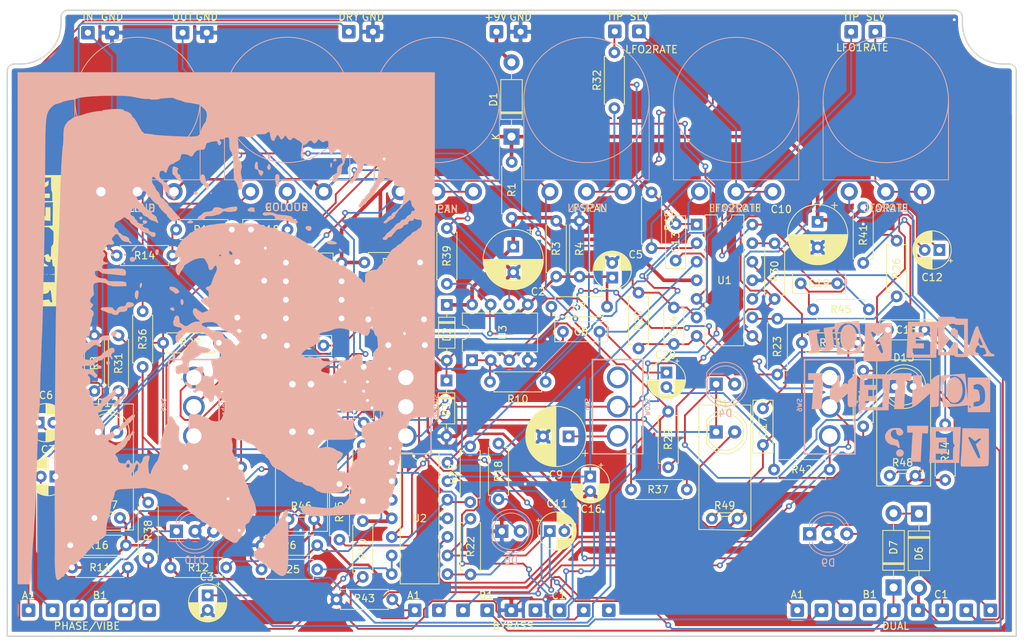
<source format=kicad_pcb>
(kicad_pcb (version 20171130) (host pcbnew 5.1.6)
  (title_block (title Phaser) (date 2020-09-18) (rev V2.0) (company Content))
  (layers (0 F.Cu signal) (31 B.Cu signal) (34 B.Paste user) (35 F.Paste user) (36 B.SilkS user) (37 F.SilkS user) (38 B.Mask user) (39 F.Mask user) (44 Edge.Cuts user))
  (net 0 "")
  (net 1 "Net-(C1-Pad1)")
  (net 2 "Net-(C1-Pad2)")
  (net 3 VAA)
  (net 4 GND)
  (net 5 "Net-(C3-Pad1)")
  (net 6 "Net-(C4-Pad2)")
  (net 7 VCC)
  (net 8 "Net-(C6-Pad2)")
  (net 9 "Net-(C6-Pad1)")
  (net 10 "Net-(C7-Pad2)")
  (net 11 "Net-(C8-Pad2)")
  (net 12 "Net-(C8-Pad1)")
  (net 13 "Net-(C9-Pad1)")
  (net 14 +9VA)
  (net 15 "Net-(C11-Pad1)")
  (net 16 "Net-(C12-Pad1)")
  (net 17 "Net-(C13-Pad1)")
  (net 18 "Net-(C13-Pad2)")
  (net 19 "Net-(C14-Pad2)")
  (net 20 "Net-(C14-Pad1)")
  (net 21 "Net-(C15-Pad1)")
  (net 22 "Net-(C16-Pad1)")
  (net 23 "Net-(C17-Pad2)")
  (net 24 "Net-(C17-Pad1)")
  (net 25 "Net-(C18-Pad2)")
  (net 26 "Net-(C18-Pad1)")
  (net 27 "Net-(C19-Pad1)")
  (net 28 "Net-(C19-Pad2)")
  (net 29 "Net-(C20-Pad1)")
  (net 30 "Net-(C20-Pad2)")
  (net 31 +9V)
  (net 32 "Net-(D11-Pad1)")
  (net 33 "Net-(D4-Pad2)")
  (net 34 "Net-(D5-Pad2)")
  (net 35 "Net-(D6-Pad1)")
  (net 36 "Net-(D7-Pad1)")
  (net 37 "Net-(D8-Pad2)")
  (net 38 "Net-(D9-Pad1)")
  (net 39 "Net-(D9-Pad3)")
  (net 40 "Net-(D10-Pad3)")
  (net 41 "Net-(D10-Pad1)")
  (net 42 "Net-(D11-Pad2)")
  (net 43 "Net-(D12-Pad2)")
  (net 44 "Net-(D13-Pad2)")
  (net 45 "Net-(D14-Pad2)")
  (net 46 "Net-(J4-Pad1)")
  (net 47 "Net-(J6-Pad1)")
  (net 48 "Net-(J7-Pad1)")
  (net 49 "Net-(J8-Pad1)")
  (net 50 "Net-(J9-Pad1)")
  (net 51 "Net-(J13-Pad1)")
  (net 52 "Net-(J14-Pad1)")
  (net 53 "Net-(J17-Pad1)")
  (net 54 "Net-(J19-Pad1)")
  (net 55 "Net-(J23-Pad1)")
  (net 56 "Net-(J26-Pad1)")
  (net 57 "Net-(J27-Pad1)")
  (net 58 "Net-(J30-Pad1)")
  (net 59 "Net-(J33-Pad1)")
  (net 60 "Net-(J34-Pad1)")
  (net 61 "Net-(J36-Pad1)")
  (net 62 "Net-(R10-Pad1)")
  (net 63 "Net-(R15-Pad1)")
  (net 64 "Net-(R15-Pad2)")
  (net 65 "Net-(R17-Pad1)")
  (net 66 "Net-(R17-Pad2)")
  (net 67 "Net-(R18-Pad1)")
  (net 68 "Net-(R21-Pad1)")
  (net 69 "Net-(R23-Pad1)")
  (net 70 "Net-(R25-Pad2)")
  (net 71 "Net-(R27-Pad1)")
  (net 72 "Net-(R28-Pad2)")
  (net 73 "Net-(R36-Pad1)")
  (net 74 "Net-(R36-Pad2)")
  (net 75 "Net-(SW1-Pad3)")
  (net 76 "Net-(SW5-Pad2)")
  (net 77 "Net-(RV6-Pad2)")
  (module MyLibrary:Content (layer B.Cu) (at 184.912 91.186 180)
    (fp_text reference G*** hide)
    (fp_text value LOGO hide)
  )
  (module MyLibrary:PunkImage (layer B.Cu) (at 92.964 81.788 180)
    (fp_text reference G*** hide)
    (fp_text value LOGO hide)
  )
  (module MyLibrary:Phaser (layer F.Cu) (at 67.564 69.85 90)
    (fp_text reference G*** hide)
    (fp_text value LOGO hide)
  )
  (module Potentiometer_THT:Potentiometer_Omeg_PC16BU_Vertical (layer B.Cu) (at 75.82662 63.14508 90)
    (fp_text reference RV4 hide)
    (fp_text value "B100k BLEND" hide)
    (pad 1 thru_hole circle (at 0 0 90) (size 2.34 2.34) (drill 1.3) (layers *.Cu *.Mask) (net 28 "Net-(C19-Pad2)"))
    (pad 2 thru_hole circle (at 0 5 90) (size 2.34 2.34) (drill 1.3) (layers *.Cu *.Mask) (net 74 "Net-(R36-Pad2)"))
    (pad 3 thru_hole circle (at 0 10 90) (size 2.34 2.34) (drill 1.3) (layers *.Cu *.Mask) (net 7 VCC))
  )
  (module Capacitor_THT:C_Rect_L7.0mm_W2.5mm_P5.00mm (layer F.Cu) (at 106.26 84.19 180)
    (fp_text reference C1 (at 2.51 0) (layer F.SilkS))
    (fp_text value 22n)
    (pad 1 thru_hole circle (at 0 0 180) (size 1.6 1.6) (drill 0.8) (layers *.Cu *.Mask) (net 1 "Net-(C1-Pad1)"))
    (pad 2 thru_hole circle (at 5 0 180) (size 1.6 1.6) (drill 0.8) (layers *.Cu *.Mask) (net 2 "Net-(C1-Pad2)"))
  )
  (module Capacitor_THT:CP_Radial_D8.0mm_P3.50mm (layer F.Cu) (at 132.22 70.66 270)
    (fp_text reference C2 (at 6.16 -3.38 180) (layer F.SilkS))
    (fp_text value 220u)
    (pad 1 thru_hole rect (at 0 0 270) (size 1.6 1.6) (drill 0.8) (layers *.Cu *.Mask) (net 3 VAA))
    (pad 2 thru_hole circle (at 3.5 0 270) (size 1.6 1.6) (drill 0.8) (layers *.Cu *.Mask) (net 4 GND))
  )
  (module Capacitor_THT:CP_Radial_D5.0mm_P2.00mm (layer F.Cu) (at 90.424 118.364 270)
    (fp_text reference C3 (at -2.54 0.127 180) (layer F.SilkS))
    (fp_text value 10u)
    (pad 2 thru_hole circle (at 2 0 270) (size 1.6 1.6) (drill 0.8) (layers *.Cu *.Mask) (net 4 GND))
    (pad 1 thru_hole rect (at 0 0 270) (size 1.6 1.6) (drill 0.8) (layers *.Cu *.Mask) (net 5 "Net-(C3-Pad1)"))
  )
  (module Capacitor_THT:C_Disc_D4.7mm_W2.5mm_P5.00mm (layer F.Cu) (at 115.13 84.13)
    (fp_text reference C4 (at 2.5 -0.127) (layer F.SilkS))
    (fp_text value 47p)
    (pad 1 thru_hole circle (at 0 0) (size 1.6 1.6) (drill 0.8) (layers *.Cu *.Mask) (net 4 GND))
    (pad 2 thru_hole circle (at 5 0) (size 1.6 1.6) (drill 0.8) (layers *.Cu *.Mask) (net 6 "Net-(C4-Pad2)"))
  )
  (module Capacitor_THT:CP_Radial_D5.0mm_P2.00mm (layer F.Cu) (at 145.76 74.9 90)
    (fp_text reference C5 (at 3.15 3.2 180) (layer F.SilkS))
    (fp_text value 10u)
    (pad 1 thru_hole rect (at 0 0 90) (size 1.6 1.6) (drill 0.8) (layers *.Cu *.Mask) (net 7 VCC))
    (pad 2 thru_hole circle (at 2 0 90) (size 1.6 1.6) (drill 0.8) (layers *.Cu *.Mask) (net 4 GND))
  )
  (module Capacitor_THT:CP_Radial_D5.0mm_P2.00mm (layer F.Cu) (at 67.31 94.742)
    (fp_text reference C6 (at 1 -3.75) (layer F.SilkS))
    (fp_text value 10u)
    (pad 2 thru_hole circle (at 2 0) (size 1.6 1.6) (drill 0.8) (layers *.Cu *.Mask) (net 8 "Net-(C6-Pad2)"))
    (pad 1 thru_hole rect (at 0 0) (size 1.6 1.6) (drill 0.8) (layers *.Cu *.Mask) (net 9 "Net-(C6-Pad1)"))
  )
  (module Capacitor_THT:CP_Radial_D5.0mm_P2.00mm (layer F.Cu) (at 69.596 102.108 180)
    (fp_text reference C7 (at 1 3.683) (layer F.SilkS))
    (fp_text value 10u)
    (pad 1 thru_hole rect (at 0 0 180) (size 1.6 1.6) (drill 0.8) (layers *.Cu *.Mask) (net 9 "Net-(C6-Pad1)"))
    (pad 2 thru_hole circle (at 2 0 180) (size 1.6 1.6) (drill 0.8) (layers *.Cu *.Mask) (net 10 "Net-(C7-Pad2)"))
  )
  (module Capacitor_THT:C_Rect_L7.0mm_W2.5mm_P5.00mm (layer F.Cu) (at 144.018 82.296 180)
    (fp_text reference C8 (at 2.54 0) (layer F.SilkS))
    (fp_text value 4n7)
    (pad 2 thru_hole circle (at 5 0 180) (size 1.6 1.6) (drill 0.8) (layers *.Cu *.Mask) (net 11 "Net-(C8-Pad2)"))
    (pad 1 thru_hole circle (at 0 0 180) (size 1.6 1.6) (drill 0.8) (layers *.Cu *.Mask) (net 12 "Net-(C8-Pad1)"))
  )
  (module Capacitor_THT:CP_Radial_D8.0mm_P3.50mm (layer F.Cu) (at 139.8 96.62 180)
    (fp_text reference C9 (at 1.75 -5.25) (layer F.SilkS))
    (fp_text value 220u)
    (pad 1 thru_hole rect (at 0 0 180) (size 1.6 1.6) (drill 0.8) (layers *.Cu *.Mask) (net 13 "Net-(C9-Pad1)"))
    (pad 2 thru_hole circle (at 3.5 0 180) (size 1.6 1.6) (drill 0.8) (layers *.Cu *.Mask) (net 4 GND))
  )
  (module Capacitor_THT:CP_Radial_D8.0mm_P3.50mm (layer F.Cu) (at 173.85 67.27 270)
    (fp_text reference C10 (at -1.71 4.98 180) (layer F.SilkS))
    (fp_text value 220u)
    (pad 2 thru_hole circle (at 3.5 0 270) (size 1.6 1.6) (drill 0.8) (layers *.Cu *.Mask) (net 4 GND))
    (pad 1 thru_hole rect (at 0 0 270) (size 1.6 1.6) (drill 0.8) (layers *.Cu *.Mask) (net 14 +9VA))
  )
  (module Capacitor_THT:CP_Radial_D5.0mm_P2.00mm (layer F.Cu) (at 137.21 109.57)
    (fp_text reference C11 (at 1 -3.75) (layer F.SilkS))
    (fp_text value 10u)
    (pad 1 thru_hole rect (at 0 0) (size 1.6 1.6) (drill 0.8) (layers *.Cu *.Mask) (net 15 "Net-(C11-Pad1)"))
    (pad 2 thru_hole circle (at 2 0) (size 1.6 1.6) (drill 0.8) (layers *.Cu *.Mask) (net 4 GND))
  )
  (module Capacitor_THT:CP_Radial_D5.0mm_P2.00mm (layer F.Cu) (at 190.5 71.12 180)
    (fp_text reference C12 (at 1 -3.75) (layer F.SilkS))
    (fp_text value 1u)
    (pad 2 thru_hole circle (at 2 0 180) (size 1.6 1.6) (drill 0.8) (layers *.Cu *.Mask) (net 4 GND))
    (pad 1 thru_hole rect (at 0 0 180) (size 1.6 1.6) (drill 0.8) (layers *.Cu *.Mask) (net 16 "Net-(C12-Pad1)"))
  )
  (module Capacitor_THT:C_Rect_L7.0mm_W2.5mm_P5.00mm (layer F.Cu) (at 154.432 67.564 270)
    (fp_text reference C13 (at 2.5 0 90) (layer F.SilkS))
    (fp_text value 10n)
    (pad 1 thru_hole circle (at 0 0 270) (size 1.6 1.6) (drill 0.8) (layers *.Cu *.Mask) (net 17 "Net-(C13-Pad1)"))
    (pad 2 thru_hole circle (at 5 0 270) (size 1.6 1.6) (drill 0.8) (layers *.Cu *.Mask) (net 18 "Net-(C13-Pad2)"))
  )
  (module Capacitor_THT:C_Disc_D4.7mm_W2.5mm_P5.00mm (layer F.Cu) (at 154.178 78.994 270)
    (fp_text reference C14 (at 2.54 0 90) (layer F.SilkS))
    (fp_text value 47p)
    (pad 2 thru_hole circle (at 5 0 270) (size 1.6 1.6) (drill 0.8) (layers *.Cu *.Mask) (net 19 "Net-(C14-Pad2)"))
    (pad 1 thru_hole circle (at 0 0 270) (size 1.6 1.6) (drill 0.8) (layers *.Cu *.Mask) (net 20 "Net-(C14-Pad1)"))
  )
  (module Capacitor_THT:C_Rect_L7.0mm_W2.5mm_P5.00mm (layer F.Cu) (at 188.468 82.042 180)
    (fp_text reference C15 (at 2.5 0) (layer F.SilkS))
    (fp_text value 22n)
    (pad 1 thru_hole circle (at 0 0 180) (size 1.6 1.6) (drill 0.8) (layers *.Cu *.Mask) (net 21 "Net-(C15-Pad1)"))
    (pad 2 thru_hole circle (at 5 0 180) (size 1.6 1.6) (drill 0.8) (layers *.Cu *.Mask) (net 19 "Net-(C14-Pad2)"))
  )
  (module Capacitor_THT:CP_Radial_D5.0mm_P2.00mm (layer F.Cu) (at 142.748 102.108 270)
    (fp_text reference C16 (at 4.445 -0.127 180) (layer F.SilkS))
    (fp_text value 10u)
    (pad 2 thru_hole circle (at 2 0 270) (size 1.6 1.6) (drill 0.8) (layers *.Cu *.Mask) (net 4 GND))
    (pad 1 thru_hole rect (at 0 0 270) (size 1.6 1.6) (drill 0.8) (layers *.Cu *.Mask) (net 22 "Net-(C16-Pad1)"))
  )
  (module Capacitor_THT:C_Rect_L7.0mm_W2.5mm_P5.00mm (layer F.Cu) (at 166.37 97.79 90)
    (fp_text reference C17 (at 2.5 0 90) (layer F.SilkS))
    (fp_text value 47n)
    (pad 2 thru_hole circle (at 5 0 90) (size 1.6 1.6) (drill 0.8) (layers *.Cu *.Mask) (net 23 "Net-(C17-Pad2)"))
    (pad 1 thru_hole circle (at 0 0 90) (size 1.6 1.6) (drill 0.8) (layers *.Cu *.Mask) (net 24 "Net-(C17-Pad1)"))
  )
  (module Capacitor_THT:C_Rect_L7.0mm_W2.5mm_P5.00mm (layer F.Cu) (at 101.346 68.326 180)
    (fp_text reference C18 (at 2.54 0) (layer F.SilkS))
    (fp_text value 6n8)
    (pad 2 thru_hole circle (at 5 0 180) (size 1.6 1.6) (drill 0.8) (layers *.Cu *.Mask) (net 25 "Net-(C18-Pad2)"))
    (pad 1 thru_hole circle (at 0 0 180) (size 1.6 1.6) (drill 0.8) (layers *.Cu *.Mask) (net 26 "Net-(C18-Pad1)"))
  )
  (module Capacitor_THT:C_Rect_L7.0mm_W2.5mm_P5.00mm (layer F.Cu) (at 176.53 75.692 180)
    (fp_text reference C19 (at 2.5 0) (layer F.SilkS))
    (fp_text value 47p)
    (pad 1 thru_hole circle (at 0 0 180) (size 1.6 1.6) (drill 0.8) (layers *.Cu *.Mask) (net 27 "Net-(C19-Pad1)"))
    (pad 2 thru_hole circle (at 5 0 180) (size 1.6 1.6) (drill 0.8) (layers *.Cu *.Mask) (net 28 "Net-(C19-Pad2)"))
  )
  (module Capacitor_THT:CP_Radial_D5.0mm_P2.00mm (layer F.Cu) (at 153.162 87.884 270)
    (fp_text reference C20 (at -2.413 0.127 180) (layer F.SilkS))
    (fp_text value 10u)
    (pad 1 thru_hole rect (at 0 0 270) (size 1.6 1.6) (drill 0.8) (layers *.Cu *.Mask) (net 29 "Net-(C20-Pad1)"))
    (pad 2 thru_hole circle (at 2 0 270) (size 1.6 1.6) (drill 0.8) (layers *.Cu *.Mask) (net 30 "Net-(C20-Pad2)"))
  )
  (module Diode_THT:D_DO-41_SOD81_P10.16mm_Horizontal (layer F.Cu) (at 131.98 55.62 90)
    (fp_text reference D1 (at 5.08 -2.47 90) (layer F.SilkS))
    (fp_text value 1N4001)
    (fp_text user K (at 0 -2.1 90) (layer F.SilkS))
    (pad 1 thru_hole rect (at 0 0 90) (size 2.2 2.2) (drill 1.1) (layers *.Cu *.Mask) (net 14 +9VA))
    (pad 2 thru_hole oval (at 10.16 0 90) (size 2.2 2.2) (drill 1.1) (layers *.Cu *.Mask) (net 31 +9V))
  )
  (module Diode_THT:D_DO-35_SOD27_P7.62mm_Horizontal (layer F.Cu) (at 123.13 78.63 270)
    (fp_text reference D2 (at 4.064 0 90) (layer F.SilkS))
    (fp_text value 1N914)
    (pad 2 thru_hole oval (at 7.62 0 270) (size 1.6 1.6) (drill 0.8) (layers *.Cu *.Mask) (net 6 "Net-(C4-Pad2)"))
    (pad 1 thru_hole rect (at 0 0 270) (size 1.6 1.6) (drill 0.8) (layers *.Cu *.Mask) (net 3 VAA))
  )
  (module Diode_THT:D_DO-35_SOD27_P7.62mm_Horizontal (layer F.Cu) (at 123.09 88.97 270)
    (fp_text reference D3 (at 3.937 0 90) (layer F.SilkS))
    (fp_text value 1N914)
    (pad 1 thru_hole rect (at 0 0 270) (size 1.6 1.6) (drill 0.8) (layers *.Cu *.Mask) (net 6 "Net-(C4-Pad2)"))
    (pad 2 thru_hole oval (at 7.62 0 270) (size 1.6 1.6) (drill 0.8) (layers *.Cu *.Mask) (net 4 GND))
  )
  (module MyLibrary:LED_D5.0mm (layer B.Cu) (at 159.96662 89.4737)
    (fp_text reference D4 (at 1.27 3.96) (layer B.SilkS) (effects (justify mirror)))
    (fp_text value LED)
    (pad 1 thru_hole rect (at 0 0) (size 1.8 1.8) (drill 0.9) (layers *.Cu *.Mask) (net 32 "Net-(D11-Pad1)"))
    (pad 2 thru_hole circle (at 2.54 0) (size 1.8 1.8) (drill 0.9) (layers *.Cu *.Mask) (net 33 "Net-(D4-Pad2)"))
  )
  (module MyLibrary:LED_D5.0mm (layer B.Cu) (at 102.01144 89.47624)
    (fp_text reference D5 (at 1.27 3.96) (layer B.SilkS) (effects (justify mirror)))
    (fp_text value LED)
    (pad 2 thru_hole circle (at 2.54 0) (size 1.8 1.8) (drill 0.9) (layers *.Cu *.Mask) (net 34 "Net-(D5-Pad2)"))
    (pad 1 thru_hole rect (at 0 0) (size 1.8 1.8) (drill 0.9) (layers *.Cu *.Mask) (net 32 "Net-(D11-Pad1)"))
  )
  (module Diode_THT:D_DO-41_SOD81_P10.16mm_Horizontal (layer F.Cu) (at 187.71 107.18 270)
    (fp_text reference D6 (at 5.461 0 90) (layer F.SilkS))
    (fp_text value 1N4001)
    (pad 1 thru_hole rect (at 0 0 270) (size 2.2 2.2) (drill 1.1) (layers *.Cu *.Mask) (net 35 "Net-(D6-Pad1)"))
    (pad 2 thru_hole oval (at 10.16 0 270) (size 2.2 2.2) (drill 1.1) (layers *.Cu *.Mask) (net 32 "Net-(D11-Pad1)"))
  )
  (module Diode_THT:D_DO-41_SOD81_P10.16mm_Horizontal (layer F.Cu) (at 184.23 117.28 90)
    (fp_text reference D7 (at 5.461 0 90) (layer F.SilkS))
    (fp_text value 1N4001)
    (pad 2 thru_hole oval (at 10.16 0 90) (size 2.2 2.2) (drill 1.1) (layers *.Cu *.Mask) (net 35 "Net-(D6-Pad1)"))
    (pad 1 thru_hole rect (at 0 0 90) (size 2.2 2.2) (drill 1.1) (layers *.Cu *.Mask) (net 36 "Net-(D7-Pad1)"))
  )
  (module MyLibrary:LED_D5.0mm (layer B.Cu) (at 130.6491 109.59338)
    (fp_text reference D8 (at 1.27 3.96) (layer B.SilkS) (effects (justify mirror)))
    (fp_text value LED)
    (pad 1 thru_hole rect (at 0 0) (size 1.8 1.8) (drill 0.9) (layers *.Cu *.Mask) (net 4 GND))
    (pad 2 thru_hole circle (at 2.54 0) (size 1.8 1.8) (drill 0.9) (layers *.Cu *.Mask) (net 37 "Net-(D8-Pad2)"))
  )
  (module LED_THT:LED_D5.0mm-3 (layer B.Cu) (at 172.75766 109.95118)
    (fp_text reference D9 (at 2.54 3.96) (layer B.SilkS) (effects (justify mirror)))
    (fp_text value LED_Dual_ACA)
    (pad 1 thru_hole rect (at 0 0) (size 1.8 1.8) (drill 0.9) (layers *.Cu *.Mask) (net 38 "Net-(D9-Pad1)"))
    (pad 2 thru_hole circle (at 2.54 0) (size 1.8 1.8) (drill 0.9) (layers *.Cu *.Mask) (net 4 GND))
    (pad 3 thru_hole circle (at 5.08 0) (size 1.8 1.8) (drill 0.9) (layers *.Cu *.Mask) (net 39 "Net-(D9-Pad3)"))
  )
  (module LED_THT:LED_D5.0mm-3 (layer B.Cu) (at 86.1547 109.59084)
    (fp_text reference D10 (at 2.54 3.96) (layer B.SilkS) (effects (justify mirror)))
    (fp_text value LED_Dual_ACA)
    (pad 3 thru_hole circle (at 5.08 0) (size 1.8 1.8) (drill 0.9) (layers *.Cu *.Mask) (net 40 "Net-(D10-Pad3)"))
    (pad 2 thru_hole circle (at 2.54 0) (size 1.8 1.8) (drill 0.9) (layers *.Cu *.Mask) (net 4 GND))
    (pad 1 thru_hole rect (at 0 0) (size 1.8 1.8) (drill 0.9) (layers *.Cu *.Mask) (net 41 "Net-(D10-Pad1)"))
  )
  (module MyLibrary:LED_D5.0mm (layer F.Cu) (at 102.0191 95.97898)
    (fp_text reference D11 (at 1.27 -3.96) (layer F.SilkS))
    (fp_text value D_Photo1)
    (pad 2 thru_hole circle (at 2.54 0) (size 1.8 1.8) (drill 0.9) (layers *.Cu *.Mask) (net 42 "Net-(D11-Pad2)"))
    (pad 1 thru_hole rect (at 0 0) (size 1.8 1.8) (drill 0.9) (layers *.Cu *.Mask) (net 32 "Net-(D11-Pad1)"))
  )
  (module MyLibrary:LED_D5.0mm (layer F.Cu) (at 75.438 96.012)
    (fp_text reference D12 (at 1.27 -3.96) (layer F.SilkS))
    (fp_text value D_Photo2)
    (pad 1 thru_hole rect (at 0 0) (size 1.8 1.8) (drill 0.9) (layers *.Cu *.Mask) (net 32 "Net-(D11-Pad1)"))
    (pad 2 thru_hole circle (at 2.54 0) (size 1.8 1.8) (drill 0.9) (layers *.Cu *.Mask) (net 43 "Net-(D12-Pad2)"))
  )
  (module MyLibrary:LED_D5.0mm (layer F.Cu) (at 184.36932 89.80438)
    (fp_text reference D13 (at 1.27 -3.96) (layer F.SilkS))
    (fp_text value D_Photo3)
    (pad 1 thru_hole rect (at 0 0) (size 1.8 1.8) (drill 0.9) (layers *.Cu *.Mask) (net 32 "Net-(D11-Pad1)"))
    (pad 2 thru_hole circle (at 2.54 0) (size 1.8 1.8) (drill 0.9) (layers *.Cu *.Mask) (net 44 "Net-(D13-Pad2)"))
  )
  (module MyLibrary:LED_D5.0mm (layer F.Cu) (at 159.96666 96.01454)
    (fp_text reference D14 (at 1.27 -3.96) (layer F.SilkS))
    (fp_text value D_Photo4)
    (pad 2 thru_hole circle (at 2.54 0) (size 1.8 1.8) (drill 0.9) (layers *.Cu *.Mask) (net 45 "Net-(D14-Pad2)"))
    (pad 1 thru_hole rect (at 0 0) (size 1.8 1.8) (drill 0.9) (layers *.Cu *.Mask) (net 32 "Net-(D11-Pad1)"))
  )
  (module Connector_Wire:SolderWire-0.25sqmm_1x01_D0.65mm_OD1.7mm (layer F.Cu) (at 129.921 41.275)
    (fp_text reference J1 hide)
    (fp_text value 9V hide)
    (pad 1 thru_hole roundrect (at 0 0) (size 1.85 1.85) (drill 0.85) (layers *.Cu *.Mask) (roundrect_rratio 0.135135) (net 31 +9V))
  )
  (module Connector_Wire:SolderWire-0.25sqmm_1x01_D0.65mm_OD1.7mm (layer F.Cu) (at 74.041 41.402)
    (fp_text reference J2 hide)
    (fp_text value IN hide)
    (pad 1 thru_hole roundrect (at 0 0) (size 1.85 1.85) (drill 0.85) (layers *.Cu *.Mask) (roundrect_rratio 0.135135) (net 2 "Net-(C1-Pad2)"))
  )
  (module Connector_Wire:SolderWire-0.25sqmm_1x01_D0.65mm_OD1.7mm (layer F.Cu) (at 77.343 41.402)
    (fp_text reference J3 hide)
    (fp_text value GND hide)
    (pad 1 thru_hole roundrect (at 0 0) (size 1.85 1.85) (drill 0.85) (layers *.Cu *.Mask) (roundrect_rratio 0.135135) (net 4 GND))
  )
  (module Connector_Wire:SolderWire-0.25sqmm_1x01_D0.65mm_OD1.7mm (layer F.Cu) (at 171.069 120.396)
    (fp_text reference J4 hide)
    (fp_text value DA1 hide)
    (pad 1 thru_hole roundrect (at 0 0) (size 1.85 1.85) (drill 0.85) (layers *.Cu *.Mask) (roundrect_rratio 0.135135) (net 46 "Net-(J4-Pad1)"))
  )
  (module Connector_Wire:SolderWire-0.25sqmm_1x01_D0.65mm_OD1.7mm (layer F.Cu) (at 181.737 41.275)
    (fp_text reference J5 hide)
    (fp_text value P1SCN hide)
    (pad 1 thru_hole roundrect (at 0 0) (size 1.85 1.85) (drill 0.85) (layers *.Cu *.Mask) (roundrect_rratio 0.135135) (net 16 "Net-(C12-Pad1)"))
  )
  (module Connector_Wire:SolderWire-0.25sqmm_1x01_D0.65mm_OD1.7mm (layer F.Cu) (at 178.435 41.275)
    (fp_text reference J6 hide)
    (fp_text value P1TIP hide)
    (pad 1 thru_hole roundrect (at 0 0) (size 1.85 1.85) (drill 0.85) (layers *.Cu *.Mask) (roundrect_rratio 0.135135) (net 47 "Net-(J6-Pad1)"))
  )
  (module Connector_Wire:SolderWire-0.25sqmm_1x01_D0.65mm_OD1.7mm (layer F.Cu) (at 149.407 41.225)
    (fp_text reference J7 hide)
    (fp_text value P2SCN hide)
    (pad 1 thru_hole roundrect (at 0 0) (size 1.85 1.85) (drill 0.85) (layers *.Cu *.Mask) (roundrect_rratio 0.135135) (net 48 "Net-(J7-Pad1)"))
  )
  (module Connector_Wire:SolderWire-0.25sqmm_1x01_D0.65mm_OD1.7mm (layer F.Cu) (at 146.105 41.225)
    (fp_text reference J8 hide)
    (fp_text value P2TIP hide)
    (pad 1 thru_hole roundrect (at 0 0) (size 1.85 1.85) (drill 0.85) (layers *.Cu *.Mask) (roundrect_rratio 0.135135) (net 49 "Net-(J8-Pad1)"))
  )
  (module Connector_Wire:SolderWire-0.25sqmm_1x01_D0.65mm_OD1.7mm (layer F.Cu) (at 174.371 120.396)
    (fp_text reference J9 hide)
    (fp_text value DA2 hide)
    (pad 1 thru_hole roundrect (at 0 0) (size 1.85 1.85) (drill 0.85) (layers *.Cu *.Mask) (roundrect_rratio 0.135135) (net 50 "Net-(J9-Pad1)"))
  )
  (module Connector_Wire:SolderWire-0.25sqmm_1x01_D0.65mm_OD1.7mm (layer F.Cu) (at 177.673 120.396)
    (fp_text reference J10 hide)
    (fp_text value DA3 hide)
    (pad 1 thru_hole roundrect (at 0 0) (size 1.85 1.85) (drill 0.85) (layers *.Cu *.Mask) (roundrect_rratio 0.135135) (net 22 "Net-(C16-Pad1)"))
  )
  (module Connector_Wire:SolderWire-0.25sqmm_1x01_D0.65mm_OD1.7mm (layer F.Cu) (at 138.557 120.396)
    (fp_text reference J11 hide)
    (fp_text value BC1 hide)
    (pad 1 thru_hole roundrect (at 0 0) (size 1.85 1.85) (drill 0.85) (layers *.Cu *.Mask) (roundrect_rratio 0.135135) (net 37 "Net-(D8-Pad2)"))
  )
  (module Connector_Wire:SolderWire-0.25sqmm_1x01_D0.65mm_OD1.7mm (layer F.Cu) (at 109.728 41.275)
    (fp_text reference J12 hide)
    (fp_text value DRY hide)
    (pad 1 thru_hole roundrect (at 0 0) (size 1.85 1.85) (drill 0.85) (layers *.Cu *.Mask) (roundrect_rratio 0.135135) (net 8 "Net-(C6-Pad2)"))
  )
  (module Connector_Wire:SolderWire-0.25sqmm_1x01_D0.65mm_OD1.7mm (layer F.Cu) (at 141.859 120.396)
    (fp_text reference J13 hide)
    (fp_text value BC2 hide)
    (pad 1 thru_hole roundrect (at 0 0) (size 1.85 1.85) (drill 0.85) (layers *.Cu *.Mask) (roundrect_rratio 0.135135) (net 51 "Net-(J13-Pad1)"))
  )
  (module Connector_Wire:SolderWire-0.25sqmm_1x01_D0.65mm_OD1.7mm (layer F.Cu) (at 145.288 120.396)
    (fp_text reference J14 hide)
    (fp_text value BC3 hide)
    (pad 1 thru_hole roundrect (at 0 0) (size 1.85 1.85) (drill 0.85) (layers *.Cu *.Mask) (roundrect_rratio 0.135135) (net 52 "Net-(J14-Pad1)"))
  )
  (module Connector_Wire:SolderWire-0.25sqmm_1x01_D0.65mm_OD1.7mm (layer F.Cu) (at 113.03 41.275)
    (fp_text reference J15 hide)
    (fp_text value GND hide)
    (pad 1 thru_hole roundrect (at 0 0) (size 1.85 1.85) (drill 0.85) (layers *.Cu *.Mask) (roundrect_rratio 0.135135) (net 4 GND))
  )
  (module Connector_Wire:SolderWire-0.25sqmm_1x01_D0.65mm_OD1.7mm (layer F.Cu) (at 190.881 120.396)
    (fp_text reference J16 hide)
    (fp_text value DC1 hide)
    (pad 1 thru_hole roundrect (at 0 0) (size 1.85 1.85) (drill 0.85) (layers *.Cu *.Mask) (roundrect_rratio 0.135135) (net 39 "Net-(D9-Pad3)"))
  )
  (module Connector_Wire:SolderWire-0.25sqmm_1x01_D0.65mm_OD1.7mm (layer F.Cu) (at 194.183 120.396)
    (fp_text reference J17 hide)
    (fp_text value DC2 hide)
    (pad 1 thru_hole roundrect (at 0 0) (size 1.85 1.85) (drill 0.85) (layers *.Cu *.Mask) (roundrect_rratio 0.135135) (net 53 "Net-(J17-Pad1)"))
  )
  (module Connector_Wire:SolderWire-0.25sqmm_1x01_D0.65mm_OD1.7mm (layer F.Cu) (at 197.485 120.396)
    (fp_text reference J18 hide)
    (fp_text value DC3 hide)
    (pad 1 thru_hole roundrect (at 0 0) (size 1.85 1.85) (drill 0.85) (layers *.Cu *.Mask) (roundrect_rratio 0.135135) (net 38 "Net-(D9-Pad1)"))
  )
  (module Connector_Wire:SolderWire-0.25sqmm_1x01_D0.65mm_OD1.7mm (layer F.Cu) (at 86.995 41.402)
    (fp_text reference J19 hide)
    (fp_text value OUT hide)
    (pad 1 thru_hole roundrect (at 0 0) (size 1.85 1.85) (drill 0.85) (layers *.Cu *.Mask) (roundrect_rratio 0.135135) (net 54 "Net-(J19-Pad1)"))
  )
  (module Connector_Wire:SolderWire-0.25sqmm_1x01_D0.65mm_OD1.7mm (layer F.Cu) (at 90.297 41.402)
    (fp_text reference J20 hide)
    (fp_text value GND hide)
    (pad 1 thru_hole roundrect (at 0 0) (size 1.85 1.85) (drill 0.85) (layers *.Cu *.Mask) (roundrect_rratio 0.135135) (net 4 GND))
  )
  (module Connector_Wire:SolderWire-0.25sqmm_1x01_D0.65mm_OD1.7mm (layer F.Cu) (at 133.223 41.275)
    (fp_text reference J21 hide)
    (fp_text value GND hide)
    (pad 1 thru_hole roundrect (at 0 0) (size 1.85 1.85) (drill 0.85) (layers *.Cu *.Mask) (roundrect_rratio 0.135135) (net 4 GND))
  )
  (module Connector_Wire:SolderWire-0.25sqmm_1x01_D0.65mm_OD1.7mm (layer F.Cu) (at 65.9257 120.396)
    (fp_text reference J22 hide)
    (fp_text value PA1 hide)
    (pad 1 thru_hole roundrect (at 0 0) (size 1.85 1.85) (drill 0.85) (layers *.Cu *.Mask) (roundrect_rratio 0.135135) (net 40 "Net-(D10-Pad3)"))
  )
  (module Connector_Wire:SolderWire-0.25sqmm_1x01_D0.65mm_OD1.7mm (layer F.Cu) (at 69.215 120.396)
    (fp_text reference J23 hide)
    (fp_text value PA2 hide)
    (pad 1 thru_hole roundrect (at 0 0) (size 1.85 1.85) (drill 0.85) (layers *.Cu *.Mask) (roundrect_rratio 0.135135) (net 55 "Net-(J23-Pad1)"))
  )
  (module Connector_Wire:SolderWire-0.25sqmm_1x01_D0.65mm_OD1.7mm (layer F.Cu) (at 72.517 120.396)
    (fp_text reference J24 hide)
    (fp_text value PA3 hide)
    (pad 1 thru_hole roundrect (at 0 0) (size 1.85 1.85) (drill 0.85) (layers *.Cu *.Mask) (roundrect_rratio 0.135135) (net 41 "Net-(D10-Pad1)"))
  )
  (module Connector_Wire:SolderWire-0.25sqmm_1x01_D0.65mm_OD1.7mm (layer F.Cu) (at 75.819 120.396)
    (fp_text reference J25 hide)
    (fp_text value PB1 hide)
    (pad 1 thru_hole roundrect (at 0 0) (size 1.85 1.85) (drill 0.85) (layers *.Cu *.Mask) (roundrect_rratio 0.135135) (net 10 "Net-(C7-Pad2)"))
  )
  (module Connector_Wire:SolderWire-0.25sqmm_1x01_D0.65mm_OD1.7mm (layer F.Cu) (at 79.121 120.396)
    (fp_text reference J26 hide)
    (fp_text value PB2 hide)
    (pad 1 thru_hole roundrect (at 0 0) (size 1.85 1.85) (drill 0.85) (layers *.Cu *.Mask) (roundrect_rratio 0.135135) (net 56 "Net-(J26-Pad1)"))
  )
  (module Connector_Wire:SolderWire-0.25sqmm_1x01_D0.65mm_OD1.7mm (layer F.Cu) (at 82.423 120.396)
    (fp_text reference J27 hide)
    (fp_text value PB3 hide)
    (pad 1 thru_hole roundrect (at 0 0) (size 1.85 1.85) (drill 0.85) (layers *.Cu *.Mask) (roundrect_rratio 0.135135) (net 57 "Net-(J27-Pad1)"))
  )
  (module Connector_Wire:SolderWire-0.25sqmm_1x01_D0.65mm_OD1.7mm (layer F.Cu) (at 187.579 120.396)
    (fp_text reference J28 hide)
    (fp_text value DB3 hide)
    (pad 1 thru_hole roundrect (at 0 0) (size 1.85 1.85) (drill 0.85) (layers *.Cu *.Mask) (roundrect_rratio 0.135135) (net 32 "Net-(D11-Pad1)"))
  )
  (module Connector_Wire:SolderWire-0.25sqmm_1x01_D0.65mm_OD1.7mm (layer F.Cu) (at 184.277 120.396)
    (fp_text reference J29 hide)
    (fp_text value DB2 hide)
    (pad 1 thru_hole roundrect (at 0 0) (size 1.85 1.85) (drill 0.85) (layers *.Cu *.Mask) (roundrect_rratio 0.135135) (net 36 "Net-(D7-Pad1)"))
  )
  (module Connector_Wire:SolderWire-0.25sqmm_1x01_D0.65mm_OD1.7mm (layer F.Cu) (at 180.975 120.396)
    (fp_text reference J30 hide)
    (fp_text value DB1 hide)
    (pad 1 thru_hole roundrect (at 0 0) (size 1.85 1.85) (drill 0.85) (layers *.Cu *.Mask) (roundrect_rratio 0.135135) (net 58 "Net-(J30-Pad1)"))
  )
  (module Connector_Wire:SolderWire-0.25sqmm_1x01_D0.65mm_OD1.7mm (layer F.Cu) (at 128.651 120.396)
    (fp_text reference J31 hide)
    (fp_text value BB1 hide)
    (pad 1 thru_hole roundrect (at 0 0) (size 1.85 1.85) (drill 0.85) (layers *.Cu *.Mask) (roundrect_rratio 0.135135) (net 36 "Net-(D7-Pad1)"))
  )
  (module Connector_Wire:SolderWire-0.25sqmm_1x01_D0.65mm_OD1.7mm (layer F.Cu) (at 131.953 120.396)
    (fp_text reference J32 hide)
    (fp_text value BB2 hide)
    (pad 1 thru_hole roundrect (at 0 0) (size 1.85 1.85) (drill 0.85) (layers *.Cu *.Mask) (roundrect_rratio 0.135135) (net 4 GND))
  )
  (module Connector_Wire:SolderWire-0.25sqmm_1x01_D0.65mm_OD1.7mm (layer F.Cu) (at 135.255 120.396)
    (fp_text reference J33 hide)
    (fp_text value BB3 hide)
    (pad 1 thru_hole roundrect (at 0 0) (size 1.85 1.85) (drill 0.85) (layers *.Cu *.Mask) (roundrect_rratio 0.135135) (net 59 "Net-(J33-Pad1)"))
  )
  (module Connector_Wire:SolderWire-0.25sqmm_1x01_D0.65mm_OD1.7mm (layer F.Cu) (at 118.745 120.396)
    (fp_text reference J34 hide)
    (fp_text value BA1 hide)
    (pad 1 thru_hole roundrect (at 0 0) (size 1.85 1.85) (drill 0.85) (layers *.Cu *.Mask) (roundrect_rratio 0.135135) (net 60 "Net-(J34-Pad1)"))
  )
  (module Connector_Wire:SolderWire-0.25sqmm_1x01_D0.65mm_OD1.7mm (layer F.Cu) (at 122.047 120.396)
    (fp_text reference J35 hide)
    (fp_text value BA2 hide)
    (pad 1 thru_hole roundrect (at 0 0) (size 1.85 1.85) (drill 0.85) (layers *.Cu *.Mask) (roundrect_rratio 0.135135) (net 54 "Net-(J19-Pad1)"))
  )
  (module Connector_Wire:SolderWire-0.25sqmm_1x01_D0.65mm_OD1.7mm (layer F.Cu) (at 125.349 120.396)
    (fp_text reference J36 hide)
    (fp_text value BA3 hide)
    (pad 1 thru_hole roundrect (at 0 0) (size 1.85 1.85) (drill 0.85) (layers *.Cu *.Mask) (roundrect_rratio 0.135135) (net 61 "Net-(J36-Pad1)"))
  )
  (module Resistor_THT:R_Axial_DIN0207_L6.3mm_D2.5mm_P7.62mm_Horizontal (layer F.Cu) (at 132.01 66.71 90)
    (fp_text reference R1 (at 3.81 0 90) (layer F.SilkS))
    (fp_text value 47r)
    (pad 1 thru_hole circle (at 0 0 90) (size 1.6 1.6) (drill 0.8) (layers *.Cu *.Mask) (net 3 VAA))
    (pad 2 thru_hole oval (at 7.62 0 90) (size 1.6 1.6) (drill 0.8) (layers *.Cu *.Mask) (net 14 +9VA))
  )
  (module Resistor_THT:R_Axial_DIN0207_L6.3mm_D2.5mm_P7.62mm_Horizontal (layer F.Cu) (at 120.01 80.61 180)
    (fp_text reference R2 (at 3.81 0) (layer F.SilkS))
    (fp_text value 4k7)
    (pad 1 thru_hole circle (at 0 0 180) (size 1.6 1.6) (drill 0.8) (layers *.Cu *.Mask) (net 6 "Net-(C4-Pad2)"))
    (pad 2 thru_hole oval (at 7.62 0 180) (size 1.6 1.6) (drill 0.8) (layers *.Cu *.Mask) (net 1 "Net-(C1-Pad1)"))
  )
  (module Resistor_THT:R_Axial_DIN0207_L6.3mm_D2.5mm_P7.62mm_Horizontal (layer F.Cu) (at 138.1 67.14 270)
    (fp_text reference R3 (at 3.81 0 90) (layer F.SilkS))
    (fp_text value 10k)
    (pad 1 thru_hole circle (at 0 0 270) (size 1.6 1.6) (drill 0.8) (layers *.Cu *.Mask) (net 3 VAA))
    (pad 2 thru_hole oval (at 7.62 0 270) (size 1.6 1.6) (drill 0.8) (layers *.Cu *.Mask) (net 7 VCC))
  )
  (module Resistor_THT:R_Axial_DIN0207_L6.3mm_D2.5mm_P7.62mm_Horizontal (layer F.Cu) (at 141.29 74.77 90)
    (fp_text reference R4 (at 3.81 0 90) (layer F.SilkS))
    (fp_text value 10k)
    (pad 1 thru_hole circle (at 0 0 90) (size 1.6 1.6) (drill 0.8) (layers *.Cu *.Mask) (net 7 VCC))
    (pad 2 thru_hole oval (at 7.62 0 90) (size 1.6 1.6) (drill 0.8) (layers *.Cu *.Mask) (net 4 GND))
  )
  (module Resistor_THT:R_Axial_DIN0207_L6.3mm_D2.5mm_P7.62mm_Horizontal (layer F.Cu) (at 111.64 105.45 90)
    (fp_text reference R5 (at 3.81 0 90) (layer F.SilkS))
    (fp_text value 10k)
    (pad 2 thru_hole oval (at 7.62 0 90) (size 1.6 1.6) (drill 0.8) (layers *.Cu *.Mask) (net 5 "Net-(C3-Pad1)"))
    (pad 1 thru_hole circle (at 0 0 90) (size 1.6 1.6) (drill 0.8) (layers *.Cu *.Mask) (net 14 +9VA))
  )
  (module Resistor_THT:R_Axial_DIN0207_L6.3mm_D2.5mm_P7.62mm_Horizontal (layer F.Cu) (at 105.41 111.506 180)
    (fp_text reference R6 (at 3.81 0) (layer F.SilkS))
    (fp_text value 10k)
    (pad 1 thru_hole circle (at 0 0 180) (size 1.6 1.6) (drill 0.8) (layers *.Cu *.Mask) (net 5 "Net-(C3-Pad1)"))
    (pad 2 thru_hole oval (at 7.62 0 180) (size 1.6 1.6) (drill 0.8) (layers *.Cu *.Mask) (net 4 GND))
  )
  (module Resistor_THT:R_Axial_DIN0207_L6.3mm_D2.5mm_P7.62mm_Horizontal (layer F.Cu) (at 145.05 78.88 180)
    (fp_text reference R7 (at 3.81 0) (layer F.SilkS))
    (fp_text value 2M2)
    (pad 2 thru_hole oval (at 7.62 0 180) (size 1.6 1.6) (drill 0.8) (layers *.Cu *.Mask) (net 6 "Net-(C4-Pad2)"))
    (pad 1 thru_hole circle (at 0 0 180) (size 1.6 1.6) (drill 0.8) (layers *.Cu *.Mask) (net 7 VCC))
  )
  (module Resistor_THT:R_Axial_DIN0207_L6.3mm_D2.5mm_P7.62mm_Horizontal (layer F.Cu) (at 74.93 90.424 90)
    (fp_text reference R8 (at 3.81 0 90) (layer F.SilkS))
    (fp_text value 10k)
    (pad 2 thru_hole oval (at 7.62 0 90) (size 1.6 1.6) (drill 0.8) (layers *.Cu *.Mask) (net 4 GND))
    (pad 1 thru_hole circle (at 0 0 90) (size 1.6 1.6) (drill 0.8) (layers *.Cu *.Mask) (net 8 "Net-(C6-Pad2)"))
  )
  (module Resistor_THT:R_Axial_DIN0207_L6.3mm_D2.5mm_P7.62mm_Horizontal (layer F.Cu) (at 111.76 87.122 270)
    (fp_text reference R9 (at 3.81 0 90) (layer F.SilkS))
    (fp_text value 330r)
    (pad 2 thru_hole oval (at 7.62 0 270) (size 1.6 1.6) (drill 0.8) (layers *.Cu *.Mask) (net 9 "Net-(C6-Pad1)"))
    (pad 1 thru_hole circle (at 0 0 270) (size 1.6 1.6) (drill 0.8) (layers *.Cu *.Mask) (net 11 "Net-(C8-Pad2)"))
  )
  (module Resistor_THT:R_Axial_DIN0207_L6.3mm_D2.5mm_P7.62mm_Horizontal (layer F.Cu) (at 136.652 89.154 180)
    (fp_text reference R10 (at 3.81 -2.37) (layer F.SilkS))
    (fp_text value 220k)
    (pad 1 thru_hole circle (at 0 0 180) (size 1.6 1.6) (drill 0.8) (layers *.Cu *.Mask) (net 62 "Net-(R10-Pad1)"))
    (pad 2 thru_hole oval (at 7.62 0 180) (size 1.6 1.6) (drill 0.8) (layers *.Cu *.Mask) (net 11 "Net-(C8-Pad2)"))
  )
  (module Resistor_THT:R_Axial_DIN0207_L6.3mm_D2.5mm_P7.62mm_Horizontal (layer F.Cu) (at 71.882 114.554)
    (fp_text reference R11 (at 3.81 0) (layer F.SilkS))
    (fp_text value 4k7)
    (pad 1 thru_hole circle (at 0 0) (size 1.6 1.6) (drill 0.8) (layers *.Cu *.Mask) (net 7 VCC))
    (pad 2 thru_hole oval (at 7.62 0) (size 1.6 1.6) (drill 0.8) (layers *.Cu *.Mask) (net 10 "Net-(C7-Pad2)"))
  )
  (module Resistor_THT:R_Axial_DIN0207_L6.3mm_D2.5mm_P7.62mm_Horizontal (layer F.Cu) (at 92.964 114.554 180)
    (fp_text reference R12 (at 3.81 0) (layer F.SilkS))
    (fp_text value 220k)
    (pad 2 thru_hole oval (at 7.62 0 180) (size 1.6 1.6) (drill 0.8) (layers *.Cu *.Mask) (net 7 VCC))
    (pad 1 thru_hole circle (at 0 0 180) (size 1.6 1.6) (drill 0.8) (layers *.Cu *.Mask) (net 12 "Net-(C8-Pad1)"))
  )
  (module Resistor_THT:R_Axial_DIN0207_L6.3mm_D2.5mm_P7.62mm_Horizontal (layer F.Cu) (at 151.13 63.246 270)
    (fp_text reference R13 (at 3.81 -2.37 90) (layer F.SilkS))
    (fp_text value 220k)
    (pad 2 thru_hole oval (at 7.62 0 270) (size 1.6 1.6) (drill 0.8) (layers *.Cu *.Mask) (net 62 "Net-(R10-Pad1)"))
    (pad 1 thru_hole circle (at 0 0 270) (size 1.6 1.6) (drill 0.8) (layers *.Cu *.Mask) (net 17 "Net-(C13-Pad1)"))
  )
  (module Resistor_THT:R_Axial_DIN0207_L6.3mm_D2.5mm_P7.62mm_Horizontal (layer F.Cu) (at 85.598 71.882 180)
    (fp_text reference R14 (at 3.81 0) (layer F.SilkS))
    (fp_text value 220k)
    (pad 2 thru_hole oval (at 7.62 0 180) (size 1.6 1.6) (drill 0.8) (layers *.Cu *.Mask) (net 17 "Net-(C13-Pad1)"))
    (pad 1 thru_hole circle (at 0 0 180) (size 1.6 1.6) (drill 0.8) (layers *.Cu *.Mask) (net 20 "Net-(C14-Pad1)"))
  )
  (module Resistor_THT:R_Axial_DIN0207_L6.3mm_D2.5mm_P7.62mm_Horizontal (layer F.Cu) (at 108.458 103.124 270)
    (fp_text reference R15 (at 3.81 0 90) (layer F.SilkS))
    (fp_text value 10k)
    (pad 1 thru_hole circle (at 0 0 270) (size 1.6 1.6) (drill 0.8) (layers *.Cu *.Mask) (net 63 "Net-(R15-Pad1)"))
    (pad 2 thru_hole oval (at 7.62 0 270) (size 1.6 1.6) (drill 0.8) (layers *.Cu *.Mask) (net 64 "Net-(R15-Pad2)"))
  )
  (module Resistor_THT:R_Axial_DIN0207_L6.3mm_D2.5mm_P7.62mm_Horizontal (layer F.Cu) (at 71.628 111.506)
    (fp_text reference R16 (at 3.81 0) (layer F.SilkS))
    (fp_text value 220k)
    (pad 1 thru_hole circle (at 0 0) (size 1.6 1.6) (drill 0.8) (layers *.Cu *.Mask) (net 18 "Net-(C13-Pad2)"))
    (pad 2 thru_hole oval (at 7.62 0) (size 1.6 1.6) (drill 0.8) (layers *.Cu *.Mask) (net 7 VCC))
  )
  (module Resistor_THT:R_Axial_DIN0207_L6.3mm_D2.5mm_P7.62mm_Horizontal (layer F.Cu) (at 98.15 75.32 270)
    (fp_text reference R17 (at 3.683 0 90) (layer F.SilkS))
    (fp_text value 10k)
    (pad 1 thru_hole circle (at 0 0 270) (size 1.6 1.6) (drill 0.8) (layers *.Cu *.Mask) (net 65 "Net-(R17-Pad1)"))
    (pad 2 thru_hole oval (at 7.62 0 270) (size 1.6 1.6) (drill 0.8) (layers *.Cu *.Mask) (net 66 "Net-(R17-Pad2)"))
  )
  (module Resistor_THT:R_Axial_DIN0207_L6.3mm_D2.5mm_P7.62mm_Horizontal (layer F.Cu) (at 130.2 105.21 90)
    (fp_text reference R18 (at 3.81 0 90) (layer F.SilkS))
    (fp_text value 10k)
    (pad 2 thru_hole oval (at 7.62 0 90) (size 1.6 1.6) (drill 0.8) (layers *.Cu *.Mask) (net 64 "Net-(R15-Pad2)"))
    (pad 1 thru_hole circle (at 0 0 90) (size 1.6 1.6) (drill 0.8) (layers *.Cu *.Mask) (net 67 "Net-(R18-Pad1)"))
  )
  (module Resistor_THT:R_Axial_DIN0207_L6.3mm_D2.5mm_P7.62mm_Horizontal (layer F.Cu) (at 93.726 68.326 180)
    (fp_text reference R19 (at 3.81 0) (layer F.SilkS))
    (fp_text value 270k)
    (pad 1 thru_hole circle (at 0 0 180) (size 1.6 1.6) (drill 0.8) (layers *.Cu *.Mask) (net 25 "Net-(C18-Pad2)"))
    (pad 2 thru_hole oval (at 7.62 0 180) (size 1.6 1.6) (drill 0.8) (layers *.Cu *.Mask) (net 20 "Net-(C14-Pad1)"))
  )
  (module Resistor_THT:R_Axial_DIN0207_L6.3mm_D2.5mm_P7.62mm_Horizontal (layer F.Cu) (at 149.352 84.582 90)
    (fp_text reference R20 (at 3.81 0 90) (layer F.SilkS))
    (fp_text value 220k)
    (pad 2 thru_hole oval (at 7.62 0 90) (size 1.6 1.6) (drill 0.8) (layers *.Cu *.Mask) (net 20 "Net-(C14-Pad1)"))
    (pad 1 thru_hole circle (at 0 0 90) (size 1.6 1.6) (drill 0.8) (layers *.Cu *.Mask) (net 19 "Net-(C14-Pad2)"))
  )
  (module Resistor_THT:R_Axial_DIN0207_L6.3mm_D2.5mm_P7.62mm_Horizontal (layer F.Cu) (at 94.48 72.74 270)
    (fp_text reference R21 (at 3.81 0 90) (layer F.SilkS))
    (fp_text value 10k)
    (pad 2 thru_hole oval (at 7.62 0 270) (size 1.6 1.6) (drill 0.8) (layers *.Cu *.Mask) (net 65 "Net-(R17-Pad1)"))
    (pad 1 thru_hole circle (at 0 0 270) (size 1.6 1.6) (drill 0.8) (layers *.Cu *.Mask) (net 68 "Net-(R21-Pad1)"))
  )
  (module Resistor_THT:R_Axial_DIN0207_L6.3mm_D2.5mm_P7.62mm_Horizontal (layer F.Cu) (at 126.37 107.88 270)
    (fp_text reference R22 (at 3.81 0 90) (layer F.SilkS))
    (fp_text value 2k2)
    (pad 2 thru_hole oval (at 7.62 0 270) (size 1.6 1.6) (drill 0.8) (layers *.Cu *.Mask) (net 67 "Net-(R18-Pad1)"))
    (pad 1 thru_hole circle (at 0 0 270) (size 1.6 1.6) (drill 0.8) (layers *.Cu *.Mask) (net 47 "Net-(J6-Pad1)"))
  )
  (module Resistor_THT:R_Axial_DIN0207_L6.3mm_D2.5mm_P7.62mm_Horizontal (layer F.Cu) (at 168.34 80.53 270)
    (fp_text reference R23 (at 3.81 0 90) (layer F.SilkS))
    (fp_text value 220k)
    (pad 2 thru_hole oval (at 7.62 0 270) (size 1.6 1.6) (drill 0.8) (layers *.Cu *.Mask) (net 19 "Net-(C14-Pad2)"))
    (pad 1 thru_hole circle (at 0 0 270) (size 1.6 1.6) (drill 0.8) (layers *.Cu *.Mask) (net 69 "Net-(R23-Pad1)"))
  )
  (module Resistor_THT:R_Axial_DIN0207_L6.3mm_D2.5mm_P7.62mm_Horizontal (layer F.Cu) (at 191.3 94.96 270)
    (fp_text reference R24 (at 3.81 0 90) (layer F.SilkS))
    (fp_text value 220k)
    (pad 1 thru_hole circle (at 0 0 270) (size 1.6 1.6) (drill 0.8) (layers *.Cu *.Mask) (net 21 "Net-(C15-Pad1)"))
    (pad 2 thru_hole oval (at 7.62 0 270) (size 1.6 1.6) (drill 0.8) (layers *.Cu *.Mask) (net 7 VCC))
  )
  (module Resistor_THT:R_Axial_DIN0207_L6.3mm_D2.5mm_P7.62mm_Horizontal (layer F.Cu) (at 97.79 114.808)
    (fp_text reference R25 (at 3.81 0) (layer F.SilkS))
    (fp_text value 10k)
    (pad 1 thru_hole circle (at 0 0) (size 1.6 1.6) (drill 0.8) (layers *.Cu *.Mask) (net 63 "Net-(R15-Pad1)"))
    (pad 2 thru_hole oval (at 7.62 0) (size 1.6 1.6) (drill 0.8) (layers *.Cu *.Mask) (net 70 "Net-(R25-Pad2)"))
  )
  (module Resistor_THT:R_Axial_DIN0207_L6.3mm_D2.5mm_P7.62mm_Horizontal (layer F.Cu) (at 184.658 69.85 270)
    (fp_text reference R26 (at 3.81 0 90) (layer F.SilkS))
    (fp_text value 220k)
    (pad 1 thru_hole circle (at 0 0 270) (size 1.6 1.6) (drill 0.8) (layers *.Cu *.Mask) (net 23 "Net-(C17-Pad2)"))
    (pad 2 thru_hole oval (at 7.62 0 270) (size 1.6 1.6) (drill 0.8) (layers *.Cu *.Mask) (net 69 "Net-(R23-Pad1)"))
  )
  (module Resistor_THT:R_Axial_DIN0207_L6.3mm_D2.5mm_P7.62mm_Horizontal (layer F.Cu) (at 84.328 83.82)
    (fp_text reference R27 (at 3.683 0) (layer F.SilkS))
    (fp_text value 330r)
    (pad 1 thru_hole circle (at 0 0) (size 1.6 1.6) (drill 0.8) (layers *.Cu *.Mask) (net 71 "Net-(R27-Pad1)"))
    (pad 2 thru_hole oval (at 7.62 0) (size 1.6 1.6) (drill 0.8) (layers *.Cu *.Mask) (net 42 "Net-(D11-Pad2)"))
  )
  (module Resistor_THT:R_Axial_DIN0207_L6.3mm_D2.5mm_P7.62mm_Horizontal (layer F.Cu) (at 126.33 105.6 90)
    (fp_text reference R28 (at 3.81 -2.37 90) (layer F.SilkS))
    (fp_text value 10k)
    (pad 2 thru_hole oval (at 7.62 0 90) (size 1.6 1.6) (drill 0.8) (layers *.Cu *.Mask) (net 72 "Net-(R28-Pad2)"))
    (pad 1 thru_hole circle (at 0 0 90) (size 1.6 1.6) (drill 0.8) (layers *.Cu *.Mask) (net 70 "Net-(R25-Pad2)"))
  )
  (module Resistor_THT:R_Axial_DIN0207_L6.3mm_D2.5mm_P7.62mm_Horizontal (layer F.Cu) (at 153.416 93.218 270)
    (fp_text reference R29 (at 3.81 0 90) (layer F.SilkS))
    (fp_text value 330r)
    (pad 2 thru_hole oval (at 7.62 0 270) (size 1.6 1.6) (drill 0.8) (layers *.Cu *.Mask) (net 33 "Net-(D4-Pad2)"))
    (pad 1 thru_hole circle (at 0 0 270) (size 1.6 1.6) (drill 0.8) (layers *.Cu *.Mask) (net 71 "Net-(R27-Pad1)"))
  )
  (module Resistor_THT:R_Axial_DIN0207_L6.3mm_D2.5mm_P7.62mm_Horizontal (layer F.Cu) (at 167.97 70.21 270)
    (fp_text reference R30 (at 3.81 0 90) (layer F.SilkS))
    (fp_text value 220k)
    (pad 2 thru_hole oval (at 7.62 0 270) (size 1.6 1.6) (drill 0.8) (layers *.Cu *.Mask) (net 23 "Net-(C17-Pad2)"))
    (pad 1 thru_hole circle (at 0 0 270) (size 1.6 1.6) (drill 0.8) (layers *.Cu *.Mask) (net 27 "Net-(C19-Pad1)"))
  )
  (module Resistor_THT:R_Axial_DIN0207_L6.3mm_D2.5mm_P7.62mm_Horizontal (layer F.Cu) (at 78.232 82.804 270)
    (fp_text reference R31 (at 3.81 0 90) (layer F.SilkS))
    (fp_text value 330r)
    (pad 1 thru_hole circle (at 0 0 270) (size 1.6 1.6) (drill 0.8) (layers *.Cu *.Mask) (net 71 "Net-(R27-Pad1)"))
    (pad 2 thru_hole oval (at 7.62 0 270) (size 1.6 1.6) (drill 0.8) (layers *.Cu *.Mask) (net 43 "Net-(D12-Pad2)"))
  )
  (module Resistor_THT:R_Axial_DIN0207_L6.3mm_D2.5mm_P7.62mm_Horizontal (layer F.Cu) (at 146.05 51.72 90)
    (fp_text reference R32 (at 3.81 -2.37 90) (layer F.SilkS))
    (fp_text value 2k2)
    (pad 1 thru_hole circle (at 0 0 90) (size 1.6 1.6) (drill 0.8) (layers *.Cu *.Mask) (net 72 "Net-(R28-Pad2)"))
    (pad 2 thru_hole oval (at 7.62 0 90) (size 1.6 1.6) (drill 0.8) (layers *.Cu *.Mask) (net 49 "Net-(J8-Pad1)"))
  )
  (module Resistor_THT:R_Axial_DIN0207_L6.3mm_D2.5mm_P7.62mm_Horizontal (layer F.Cu) (at 171.704 83.82)
    (fp_text reference R33 (at 3.81 0) (layer F.SilkS))
    (fp_text value 220k)
    (pad 2 thru_hole oval (at 7.62 0) (size 1.6 1.6) (drill 0.8) (layers *.Cu *.Mask) (net 7 VCC))
    (pad 1 thru_hole circle (at 0 0) (size 1.6 1.6) (drill 0.8) (layers *.Cu *.Mask) (net 24 "Net-(C17-Pad1)"))
  )
  (module Resistor_THT:R_Axial_DIN0207_L6.3mm_D2.5mm_P7.62mm_Horizontal (layer F.Cu) (at 180.086 95.25 90)
    (fp_text reference R34 (at 3.81 0 90) (layer F.SilkS))
    (fp_text value 330r)
    (pad 2 thru_hole oval (at 7.62 0 90) (size 1.6 1.6) (drill 0.8) (layers *.Cu *.Mask) (net 44 "Net-(D13-Pad2)"))
    (pad 1 thru_hole circle (at 0 0 90) (size 1.6 1.6) (drill 0.8) (layers *.Cu *.Mask) (net 71 "Net-(R27-Pad1)"))
  )
  (module Resistor_THT:R_Axial_DIN0207_L6.3mm_D2.5mm_P7.62mm_Horizontal (layer F.Cu) (at 87.376 100.838)
    (fp_text reference R35 (at 3.81 0) (layer F.SilkS))
    (fp_text value 330r)
    (pad 1 thru_hole circle (at 0 0) (size 1.6 1.6) (drill 0.8) (layers *.Cu *.Mask) (net 71 "Net-(R27-Pad1)"))
    (pad 2 thru_hole oval (at 7.62 0) (size 1.6 1.6) (drill 0.8) (layers *.Cu *.Mask) (net 34 "Net-(D5-Pad2)"))
  )
  (module Resistor_THT:R_Axial_DIN0207_L6.3mm_D2.5mm_P7.62mm_Horizontal (layer F.Cu) (at 81.534 87.122 90)
    (fp_text reference R36 (at 3.81 0 90) (layer F.SilkS))
    (fp_text value 100k)
    (pad 1 thru_hole circle (at 0 0 90) (size 1.6 1.6) (drill 0.8) (layers *.Cu *.Mask) (net 73 "Net-(R36-Pad1)"))
    (pad 2 thru_hole oval (at 7.62 0 90) (size 1.6 1.6) (drill 0.8) (layers *.Cu *.Mask) (net 74 "Net-(R36-Pad2)"))
  )
  (module Resistor_THT:R_Axial_DIN0207_L6.3mm_D2.5mm_P7.62mm_Horizontal (layer F.Cu) (at 148.336 103.886)
    (fp_text reference R37 (at 3.683 0) (layer F.SilkS))
    (fp_text value 330r)
    (pad 2 thru_hole oval (at 7.62 0) (size 1.6 1.6) (drill 0.8) (layers *.Cu *.Mask) (net 45 "Net-(D14-Pad2)"))
    (pad 1 thru_hole circle (at 0 0) (size 1.6 1.6) (drill 0.8) (layers *.Cu *.Mask) (net 71 "Net-(R27-Pad1)"))
  )
  (module Resistor_THT:R_Axial_DIN0207_L6.3mm_D2.5mm_P7.62mm_Horizontal (layer F.Cu) (at 82.296 113.284 90)
    (fp_text reference R38 (at 3.81 0 90) (layer F.SilkS))
    (fp_text value 100k)
    (pad 2 thru_hole oval (at 7.62 0 90) (size 1.6 1.6) (drill 0.8) (layers *.Cu *.Mask) (net 73 "Net-(R36-Pad1)"))
    (pad 1 thru_hole circle (at 0 0 90) (size 1.6 1.6) (drill 0.8) (layers *.Cu *.Mask) (net 56 "Net-(J26-Pad1)"))
  )
  (module Resistor_THT:R_Axial_DIN0207_L6.3mm_D2.5mm_P7.62mm_Horizontal (layer F.Cu) (at 123.14 75.75 90)
    (fp_text reference R39 (at 3.81 0 90) (layer F.SilkS))
    (fp_text value 91k)
    (pad 1 thru_hole circle (at 0 0 90) (size 1.6 1.6) (drill 0.8) (layers *.Cu *.Mask) (net 29 "Net-(C20-Pad1)"))
    (pad 2 thru_hole oval (at 7.62 0 90) (size 1.6 1.6) (drill 0.8) (layers *.Cu *.Mask) (net 73 "Net-(R36-Pad1)"))
  )
  (module Resistor_THT:R_Axial_DIN0207_L6.3mm_D2.5mm_P7.62mm_Horizontal (layer F.Cu) (at 111.64 108.21 270)
    (fp_text reference R40 (at 3.81 0 90) (layer F.SilkS))
    (fp_text value 4k7)
    (pad 2 thru_hole oval (at 7.62 0 270) (size 1.6 1.6) (drill 0.8) (layers *.Cu *.Mask) (net 51 "Net-(J13-Pad1)"))
    (pad 1 thru_hole circle (at 0 0 270) (size 1.6 1.6) (drill 0.8) (layers *.Cu *.Mask) (net 14 +9VA))
  )
  (module Resistor_THT:R_Axial_DIN0207_L6.3mm_D2.5mm_P7.62mm_Horizontal (layer F.Cu) (at 180.086 65.278 270)
    (fp_text reference R41 (at 3.81 0 90) (layer F.SilkS))
    (fp_text value 4k7)
    (pad 2 thru_hole oval (at 7.62 0 270) (size 1.6 1.6) (drill 0.8) (layers *.Cu *.Mask) (net 53 "Net-(J17-Pad1)"))
    (pad 1 thru_hole circle (at 0 0 270) (size 1.6 1.6) (drill 0.8) (layers *.Cu *.Mask) (net 14 +9VA))
  )
  (module Resistor_THT:R_Axial_DIN0207_L6.3mm_D2.5mm_P7.62mm_Horizontal (layer F.Cu) (at 175.5 101.16 180)
    (fp_text reference R42 (at 3.81 0) (layer F.SilkS))
    (fp_text value 33r)
    (pad 2 thru_hole oval (at 7.62 0 180) (size 1.6 1.6) (drill 0.8) (layers *.Cu *.Mask) (net 30 "Net-(C20-Pad2)"))
    (pad 1 thru_hole circle (at 0 0 180) (size 1.6 1.6) (drill 0.8) (layers *.Cu *.Mask) (net 60 "Net-(J34-Pad1)"))
  )
  (module Resistor_THT:R_Axial_DIN0207_L6.3mm_D2.5mm_P7.62mm_Horizontal (layer F.Cu) (at 108.05 118.91)
    (fp_text reference R43 (at 3.81 -0.127) (layer F.SilkS))
    (fp_text value 4k7)
    (pad 1 thru_hole circle (at 0 0) (size 1.6 1.6) (drill 0.8) (layers *.Cu *.Mask) (net 4 GND))
    (pad 2 thru_hole oval (at 7.62 0) (size 1.6 1.6) (drill 0.8) (layers *.Cu *.Mask) (net 60 "Net-(J34-Pad1)"))
  )
  (module Resistor_THT:R_Axial_DIN0207_L6.3mm_D2.5mm_P7.62mm_Horizontal (layer F.Cu) (at 111.86 72.83)
    (fp_text reference R44 (at 3.81 0) (layer F.SilkS))
    (fp_text value 4k7)
    (pad 1 thru_hole circle (at 0 0) (size 1.6 1.6) (drill 0.8) (layers *.Cu *.Mask) (net 14 +9VA))
    (pad 2 thru_hole oval (at 7.62 0) (size 1.6 1.6) (drill 0.8) (layers *.Cu *.Mask) (net 55 "Net-(J23-Pad1)"))
  )
  (module Resistor_THT:R_Axial_DIN0207_L6.3mm_D2.5mm_P7.62mm_Horizontal (layer F.Cu) (at 173.228 79.248)
    (fp_text reference R45 (at 3.81 0) (layer F.SilkS))
    (fp_text value 220k)
    (pad 1 thru_hole circle (at 0 0) (size 1.6 1.6) (drill 0.8) (layers *.Cu *.Mask) (net 28 "Net-(C19-Pad2)"))
    (pad 2 thru_hole oval (at 7.62 0) (size 1.6 1.6) (drill 0.8) (layers *.Cu *.Mask) (net 27 "Net-(C19-Pad1)"))
  )
  (module OptoDevice:R_LDR_5.2x5.2mm_P3.5mm_Horizontal (layer F.Cu) (at 101.473 107.95)
    (fp_text reference R46 (at 1.75 -1.79) (layer F.SilkS))
    (fp_text value R_PHOTO1)
    (pad 1 thru_hole circle (at 0 0) (size 1.6 1.6) (drill 0.8) (layers *.Cu *.Mask) (net 12 "Net-(C8-Pad1)"))
    (pad 2 thru_hole circle (at 3.5 0) (size 1.6 1.6) (drill 0.8) (layers *.Cu *.Mask) (net 7 VCC))
  )
  (module OptoDevice:R_LDR_5.2x5.2mm_P3.5mm_Horizontal (layer F.Cu) (at 74.93 107.77728)
    (fp_text reference R47 (at 1.75 -1.79) (layer F.SilkS))
    (fp_text value R_PHOTO2)
    (pad 2 thru_hole circle (at 3.5 0) (size 1.6 1.6) (drill 0.8) (layers *.Cu *.Mask) (net 7 VCC))
    (pad 1 thru_hole circle (at 0 0) (size 1.6 1.6) (drill 0.8) (layers *.Cu *.Mask) (net 18 "Net-(C13-Pad2)"))
  )
  (module OptoDevice:R_LDR_5.2x5.2mm_P3.5mm_Horizontal (layer F.Cu) (at 183.714 102.004)
    (fp_text reference R48 (at 1.75 -1.79) (layer F.SilkS))
    (fp_text value R_PHOTO3)
    (pad 1 thru_hole circle (at 0 0) (size 1.6 1.6) (drill 0.8) (layers *.Cu *.Mask) (net 21 "Net-(C15-Pad1)"))
    (pad 2 thru_hole circle (at 3.5 0) (size 1.6 1.6) (drill 0.8) (layers *.Cu *.Mask) (net 7 VCC))
  )
  (module OptoDevice:R_LDR_5.2x5.2mm_P3.5mm_Horizontal (layer F.Cu) (at 159.385 107.8611)
    (fp_text reference R49 (at 1.75 -1.79) (layer F.SilkS))
    (fp_text value R_PHOTO4)
    (pad 2 thru_hole circle (at 3.5 0) (size 1.6 1.6) (drill 0.8) (layers *.Cu *.Mask) (net 7 VCC))
    (pad 1 thru_hole circle (at 0 0) (size 1.6 1.6) (drill 0.8) (layers *.Cu *.Mask) (net 24 "Net-(C17-Pad1)"))
  )
  (module Potentiometer_THT:Potentiometer_Omeg_PC16BU_Vertical (layer B.Cu) (at 178.17308 63.15736 90)
    (fp_text reference RV1 hide)
    (fp_text value "B100k LFORATE" hide)
    (pad 3 thru_hole circle (at 0 10 90) (size 2.34 2.34) (drill 1.3) (layers *.Cu *.Mask) (net 16 "Net-(C12-Pad1)"))
    (pad 2 thru_hole circle (at 0 5 90) (size 2.34 2.34) (drill 1.3) (layers *.Cu *.Mask) (net 16 "Net-(C12-Pad1)"))
    (pad 1 thru_hole circle (at 0 0 90) (size 2.34 2.34) (drill 1.3) (layers *.Cu *.Mask) (net 15 "Net-(C11-Pad1)"))
  )
  (module Potentiometer_THT:Potentiometer_Omeg_PC16BU_Vertical (layer B.Cu) (at 157.6982 63.15482 90)
    (fp_text reference RV2 hide)
    (fp_text value "B100k LFO2RATE" hide)
    (pad 1 thru_hole circle (at 0 0 90) (size 2.34 2.34) (drill 1.3) (layers *.Cu *.Mask) (net 22 "Net-(C16-Pad1)"))
    (pad 2 thru_hole circle (at 0 5 90) (size 2.34 2.34) (drill 1.3) (layers *.Cu *.Mask) (net 48 "Net-(J7-Pad1)"))
    (pad 3 thru_hole circle (at 0 10 90) (size 2.34 2.34) (drill 1.3) (layers *.Cu *.Mask) (net 48 "Net-(J7-Pad1)"))
  )
  (module Potentiometer_THT:Potentiometer_Omeg_PC16BU_Vertical (layer B.Cu) (at 116.76876 63.14974 90)
    (fp_text reference RV3 hide)
    (fp_text value "B2K HFSPAN" hide)
    (pad 1 thru_hole circle (at 0 0 90) (size 2.34 2.34) (drill 1.3) (layers *.Cu *.Mask) (net 71 "Net-(R27-Pad1)"))
    (pad 2 thru_hole circle (at 0 5 90) (size 2.34 2.34) (drill 1.3) (layers *.Cu *.Mask) (net 68 "Net-(R21-Pad1)"))
    (pad 3 thru_hole circle (at 0 10 90) (size 2.34 2.34) (drill 1.3) (layers *.Cu *.Mask) (net 68 "Net-(R21-Pad1)"))
  )
  (module Potentiometer_THT:Potentiometer_Omeg_PC16BU_Vertical (layer B.Cu) (at 96.29642 63.14466 90)
    (fp_text reference RV5 hide)
    (fp_text value "B100k COLOUR" hide)
    (pad 3 thru_hole circle (at 0 10 90) (size 2.34 2.34) (drill 1.3) (layers *.Cu *.Mask) (net 7 VCC))
    (pad 2 thru_hole circle (at 0 5 90) (size 2.34 2.34) (drill 1.3) (layers *.Cu *.Mask) (net 26 "Net-(C18-Pad1)"))
    (pad 1 thru_hole circle (at 0 0 90) (size 2.34 2.34) (drill 1.3) (layers *.Cu *.Mask) (net 28 "Net-(C19-Pad2)"))
  )
  (module Potentiometer_THT:Potentiometer_Omeg_PC16BU_Vertical (layer B.Cu) (at 137.23602 63.15482 90)
    (fp_text reference RV6 hide)
    (fp_text value "B2K LFSPAN" hide)
    (pad 3 thru_hole circle (at 0 10 90) (size 2.34 2.34) (drill 1.3) (layers *.Cu *.Mask) (net 77 "Net-(RV6-Pad2)"))
    (pad 2 thru_hole circle (at 0 5 90) (size 2.34 2.34) (drill 1.3) (layers *.Cu *.Mask) (net 77 "Net-(RV6-Pad2)"))
    (pad 1 thru_hole circle (at 0 0 90) (size 2.34 2.34) (drill 1.3) (layers *.Cu *.Mask) (net 71 "Net-(R27-Pad1)"))
  )
  (module MyLibrary:SWITCH_SPDT_PTH_12.9X6.9MM (layer B.Cu) (at 146.50256 92.55252)
    (fp_text reference SW1 (at -4.11226 -0.23622 -90) (layer B.SilkS) (effects (font (size 0.6096 0.6096) (thickness 0.127)) (justify mirror)))
    (fp_text value SLOW (at 4.10464 0.04064 -90) (layer B.SilkS) (effects (font (size 0.6096 0.6096) (thickness 0.127)) (justify mirror)))
    (pad 1 thru_hole circle (at 0 4) (size 2.9636 2.9636) (drill 2.1) (layers *.Cu *.Mask) (net 13 "Net-(C9-Pad1)"))
    (pad 2 thru_hole circle (at 0 0) (size 2.9636 2.9636) (drill 2.1) (layers *.Cu *.Mask) (net 16 "Net-(C12-Pad1)"))
    (pad 3 thru_hole circle (at 0 -4) (size 2.9636 2.9636) (drill 2.1) (layers *.Cu *.Mask) (net 75 "Net-(SW1-Pad3)"))
  )
  (module MyLibrary:SWITCH_SPDT_PTH_12.9X6.9MM (layer B.Cu) (at 117.52624 92.5576)
    (fp_text reference SW2 (at -4.11226 -0.23622 -90) (layer B.SilkS) (effects (font (size 0.6096 0.6096) (thickness 0.127)) (justify mirror)))
    (fp_text value SQUARE (at 4.10464 0.04064 -90) (layer B.SilkS) (effects (font (size 0.6096 0.6096) (thickness 0.127)) (justify mirror)))
    (pad 3 thru_hole circle (at 0 -4) (size 2.9636 2.9636) (drill 2.1) (layers *.Cu *.Mask) (net 15 "Net-(C11-Pad1)"))
    (pad 2 thru_hole circle (at 0 0) (size 2.9636 2.9636) (drill 2.1) (layers *.Cu *.Mask) (net 46 "Net-(J4-Pad1)"))
    (pad 1 thru_hole circle (at 0 4) (size 2.9636 2.9636) (drill 2.1) (layers *.Cu *.Mask) (net 16 "Net-(C12-Pad1)"))
  )
  (module MyLibrary:SWITCH_SPDT_PTH_12.9X6.9MM (layer B.Cu) (at 88.53214 92.5576)
    (fp_text reference SW5 (at -4.11226 -0.23622 -90) (layer B.SilkS) (effects (font (size 0.6096 0.6096) (thickness 0.127)) (justify mirror)))
    (fp_text value Antiphase (at 4.10464 0.04064 -90) (layer B.SilkS) (effects (font (size 0.6096 0.6096) (thickness 0.127)) (justify mirror)))
    (pad 1 thru_hole circle (at 0 4) (size 2.9636 2.9636) (drill 2.1) (layers *.Cu *.Mask) (net 63 "Net-(R15-Pad1)"))
    (pad 2 thru_hole circle (at 0 0) (size 2.9636 2.9636) (drill 2.1) (layers *.Cu *.Mask) (net 76 "Net-(SW5-Pad2)"))
    (pad 3 thru_hole circle (at 0 -4) (size 2.9636 2.9636) (drill 2.1) (layers *.Cu *.Mask) (net 66 "Net-(R17-Pad2)"))
  )
  (module MyLibrary:SWITCH_SPDT_PTH_12.9X6.9MM (layer B.Cu) (at 175.50174 92.5703)
    (fp_text reference SW6 (at -4.11226 -0.23622 -90) (layer B.SilkS) (effects (font (size 0.6096 0.6096) (thickness 0.127)) (justify mirror)))
    (fp_text value True (at 4.10464 0.04064 -90) (layer B.SilkS) (effects (font (size 0.6096 0.6096) (thickness 0.127)) (justify mirror)))
    (pad 3 thru_hole circle (at 0 -4) (size 2.9636 2.9636) (drill 2.1) (layers *.Cu *.Mask) (net 2 "Net-(C1-Pad2)"))
    (pad 2 thru_hole circle (at 0 0) (size 2.9636 2.9636) (drill 2.1) (layers *.Cu *.Mask) (net 61 "Net-(J36-Pad1)"))
    (pad 1 thru_hole circle (at 0 4) (size 2.9636 2.9636) (drill 2.1) (layers *.Cu *.Mask) (net 60 "Net-(J34-Pad1)"))
  )
  (module Package_DIP:DIP-14_W7.62mm (layer F.Cu) (at 157.3 67.65)
    (fp_text reference U1 (at 3.81 7.62) (layer F.SilkS))
    (fp_text value TL074)
    (pad 14 thru_hole oval (at 7.62 0) (size 1.6 1.6) (drill 0.8) (layers *.Cu *.Mask) (net 28 "Net-(C19-Pad2)"))
    (pad 7 thru_hole oval (at 0 15.24) (size 1.6 1.6) (drill 0.8) (layers *.Cu *.Mask) (net 19 "Net-(C14-Pad2)"))
    (pad 13 thru_hole oval (at 7.62 2.54) (size 1.6 1.6) (drill 0.8) (layers *.Cu *.Mask) (net 27 "Net-(C19-Pad1)"))
    (pad 6 thru_hole oval (at 0 12.7) (size 1.6 1.6) (drill 0.8) (layers *.Cu *.Mask) (net 20 "Net-(C14-Pad1)"))
    (pad 12 thru_hole oval (at 7.62 5.08) (size 1.6 1.6) (drill 0.8) (layers *.Cu *.Mask) (net 24 "Net-(C17-Pad1)"))
    (pad 5 thru_hole oval (at 0 10.16) (size 1.6 1.6) (drill 0.8) (layers *.Cu *.Mask) (net 18 "Net-(C13-Pad2)"))
    (pad 11 thru_hole oval (at 7.62 7.62) (size 1.6 1.6) (drill 0.8) (layers *.Cu *.Mask) (net 4 GND))
    (pad 4 thru_hole oval (at 0 7.62) (size 1.6 1.6) (drill 0.8) (layers *.Cu *.Mask) (net 3 VAA))
    (pad 10 thru_hole oval (at 7.62 10.16) (size 1.6 1.6) (drill 0.8) (layers *.Cu *.Mask) (net 21 "Net-(C15-Pad1)"))
    (pad 3 thru_hole oval (at 0 5.08) (size 1.6 1.6) (drill 0.8) (layers *.Cu *.Mask) (net 12 "Net-(C8-Pad1)"))
    (pad 9 thru_hole oval (at 7.62 12.7) (size 1.6 1.6) (drill 0.8) (layers *.Cu *.Mask) (net 69 "Net-(R23-Pad1)"))
    (pad 2 thru_hole oval (at 0 2.54) (size 1.6 1.6) (drill 0.8) (layers *.Cu *.Mask) (net 62 "Net-(R10-Pad1)"))
    (pad 8 thru_hole oval (at 7.62 15.24) (size 1.6 1.6) (drill 0.8) (layers *.Cu *.Mask) (net 23 "Net-(C17-Pad2)"))
    (pad 1 thru_hole rect (at 0 0) (size 1.6 1.6) (drill 0.8) (layers *.Cu *.Mask) (net 17 "Net-(C13-Pad1)"))
  )
  (module Package_DIP:DIP-14_W7.62mm (layer F.Cu) (at 115.6 100.21)
    (fp_text reference U2 (at 3.81 7.62) (layer F.SilkS))
    (fp_text value TL074)
    (pad 1 thru_hole rect (at 0 0) (size 1.6 1.6) (drill 0.8) (layers *.Cu *.Mask) (net 63 "Net-(R15-Pad1)"))
    (pad 8 thru_hole oval (at 7.62 15.24) (size 1.6 1.6) (drill 0.8) (layers *.Cu *.Mask) (net 67 "Net-(R18-Pad1)"))
    (pad 2 thru_hole oval (at 0 2.54) (size 1.6 1.6) (drill 0.8) (layers *.Cu *.Mask) (net 63 "Net-(R15-Pad1)"))
    (pad 9 thru_hole oval (at 7.62 12.7) (size 1.6 1.6) (drill 0.8) (layers *.Cu *.Mask) (net 15 "Net-(C11-Pad1)"))
    (pad 3 thru_hole oval (at 0 5.08) (size 1.6 1.6) (drill 0.8) (layers *.Cu *.Mask) (net 5 "Net-(C3-Pad1)"))
    (pad 10 thru_hole oval (at 7.62 10.16) (size 1.6 1.6) (drill 0.8) (layers *.Cu *.Mask) (net 64 "Net-(R15-Pad2)"))
    (pad 4 thru_hole oval (at 0 7.62) (size 1.6 1.6) (drill 0.8) (layers *.Cu *.Mask) (net 14 +9VA))
    (pad 11 thru_hole oval (at 7.62 7.62) (size 1.6 1.6) (drill 0.8) (layers *.Cu *.Mask) (net 4 GND))
    (pad 5 thru_hole oval (at 0 10.16) (size 1.6 1.6) (drill 0.8) (layers *.Cu *.Mask) (net 46 "Net-(J4-Pad1)"))
    (pad 12 thru_hole oval (at 7.62 5.08) (size 1.6 1.6) (drill 0.8) (layers *.Cu *.Mask) (net 70 "Net-(R25-Pad2)"))
    (pad 6 thru_hole oval (at 0 12.7) (size 1.6 1.6) (drill 0.8) (layers *.Cu *.Mask) (net 77 "Net-(RV6-Pad2)"))
    (pad 13 thru_hole oval (at 7.62 2.54) (size 1.6 1.6) (drill 0.8) (layers *.Cu *.Mask) (net 22 "Net-(C16-Pad1)"))
    (pad 7 thru_hole oval (at 0 15.24) (size 1.6 1.6) (drill 0.8) (layers *.Cu *.Mask) (net 77 "Net-(RV6-Pad2)"))
    (pad 14 thru_hole oval (at 7.62 0) (size 1.6 1.6) (drill 0.8) (layers *.Cu *.Mask) (net 72 "Net-(R28-Pad2)"))
  )
  (module Package_DIP:DIP-8_W7.62mm (layer F.Cu) (at 126.59 86.2 90)
    (fp_text reference U3 (at 3.81 4.191 90) (layer F.SilkS))
    (fp_text value TL072)
    (pad 8 thru_hole oval (at 7.62 0 90) (size 1.6 1.6) (drill 0.8) (layers *.Cu *.Mask) (net 3 VAA))
    (pad 4 thru_hole oval (at 0 7.62 90) (size 1.6 1.6) (drill 0.8) (layers *.Cu *.Mask) (net 4 GND))
    (pad 7 thru_hole oval (at 7.62 2.54 90) (size 1.6 1.6) (drill 0.8) (layers *.Cu *.Mask) (net 29 "Net-(C20-Pad1)"))
    (pad 3 thru_hole oval (at 0 5.08 90) (size 1.6 1.6) (drill 0.8) (layers *.Cu *.Mask) (net 6 "Net-(C4-Pad2)"))
    (pad 6 thru_hole oval (at 7.62 5.08 90) (size 1.6 1.6) (drill 0.8) (layers *.Cu *.Mask) (net 73 "Net-(R36-Pad1)"))
    (pad 2 thru_hole oval (at 0 2.54 90) (size 1.6 1.6) (drill 0.8) (layers *.Cu *.Mask) (net 11 "Net-(C8-Pad2)"))
    (pad 5 thru_hole oval (at 7.62 7.62 90) (size 1.6 1.6) (drill 0.8) (layers *.Cu *.Mask) (net 7 VCC))
    (pad 1 thru_hole rect (at 0 0 90) (size 1.6 1.6) (drill 0.8) (layers *.Cu *.Mask) (net 11 "Net-(C8-Pad2)"))
  )
  (module Package_DIP:DIP-8_W7.62mm (layer F.Cu) (at 101.12 72.86)
    (fp_text reference U4 (at 3.81 3.81) (layer F.SilkS))
    (fp_text value TL072)
    (pad 1 thru_hole rect (at 0 0) (size 1.6 1.6) (drill 0.8) (layers *.Cu *.Mask) (net 68 "Net-(R21-Pad1)"))
    (pad 5 thru_hole oval (at 7.62 7.62) (size 1.6 1.6) (drill 0.8) (layers *.Cu *.Mask) (net 50 "Net-(J9-Pad1)"))
    (pad 2 thru_hole oval (at 0 2.54) (size 1.6 1.6) (drill 0.8) (layers *.Cu *.Mask) (net 65 "Net-(R17-Pad1)"))
    (pad 6 thru_hole oval (at 7.62 5.08) (size 1.6 1.6) (drill 0.8) (layers *.Cu *.Mask) (net 66 "Net-(R17-Pad2)"))
    (pad 3 thru_hole oval (at 0 5.08) (size 1.6 1.6) (drill 0.8) (layers *.Cu *.Mask) (net 76 "Net-(SW5-Pad2)"))
    (pad 7 thru_hole oval (at 7.62 2.54) (size 1.6 1.6) (drill 0.8) (layers *.Cu *.Mask) (net 66 "Net-(R17-Pad2)"))
    (pad 4 thru_hole oval (at 0 7.62) (size 1.6 1.6) (drill 0.8) (layers *.Cu *.Mask) (net 4 GND))
    (pad 8 thru_hole oval (at 7.62 0) (size 1.6 1.6) (drill 0.8) (layers *.Cu *.Mask) (net 14 +9VA))
  )
  (gr_text V2.0 (at 198.882 49.53 270) (layer F.Cu) (effects (font (size 1.5 1.5) (thickness 0.3))))
  (gr_text "Content 2020" (at 154.686 116.84) (layer F.Cu) (effects (font (size 1.5 1.5) (thickness 0.3))))
  (gr_text DUAL (at 184.531 122.555) (layer F.SilkS) (effects (font (size 1 1))))
  (gr_text C1 (at 190.754 118.237) (layer F.SilkS) (effects (font (size 1 1))))
  (gr_text B1 (at 180.975 118.237) (layer F.SilkS) (effects (font (size 1 1))))
  (gr_text A1 (at 171.069 118.237) (layer F.SilkS) (effects (font (size 1 1))))
  (gr_text BYPASS (at 132.207 122.555) (layer F.SilkS) (effects (font (size 1 1))))
  (gr_text C1 (at 138.43 118.364) (layer F.SilkS) (effects (font (size 1 1))))
  (gr_text B1 (at 128.524 118.364) (layer F.SilkS) (effects (font (size 1 1))))
  (gr_text A1 (at 118.618 118.364) (layer F.SilkS) (effects (font (size 1 1))))
  (gr_text PHASE/VIBE (at 73.914 122.555) (layer F.SilkS) (effects (font (size 1 1))))
  (gr_text B1 (at 75.692 118.364) (layer F.SilkS) (effects (font (size 1 1))))
  (gr_text A1 (at 65.913 118.364) (layer F.SilkS) (effects (font (size 1 1))))
  (gr_text LFO1RATE (at 179.959 43.434) (layer F.SilkS) (effects (font (size 1 1))))
  (gr_text SLV (at 181.737 39.243) (layer F.SilkS) (effects (font (size 1 1))))
  (gr_text TIP (at 178.435 39.243) (layer F.SilkS) (effects (font (size 1 1))))
  (gr_text LFO2RATE (at 151.13 43.688) (layer F.SilkS) (effects (font (size 1 1))))
  (gr_text SLV (at 149.43 39.18) (layer F.SilkS) (effects (font (size 1 1))))
  (gr_text TIP (at 146.16 39.19) (layer F.SilkS) (effects (font (size 1 1))))
  (gr_text GND (at 133.223 39.243) (layer F.SilkS) (effects (font (size 1 1))))
  (gr_text +9V (at 129.794 39.243) (layer F.SilkS) (effects (font (size 1 1))))
  (gr_text GND (at 113.03 39.243) (layer F.SilkS) (effects (font (size 1 1))))
  (gr_text DRY (at 109.728 39.243) (layer F.SilkS) (effects (font (size 1 1))))
  (gr_text GND (at 90.297 39.243) (layer F.SilkS) (effects (font (size 1 1))))
  (gr_text OUT (at 86.995 39.243) (layer F.SilkS) (effects (font (size 1 1))))
  (gr_text GND (at 77.343 39.243) (layer F.SilkS) (effects (font (size 1 1))))
  (gr_text IN (at 74.041 39.243) (layer F.SilkS) (effects (font (size 1 1))))
  (gr_text LFORATE (at 183.134 65.405) (layer B.SilkS) (effects (font (size 1 1)) (justify mirror)))
  (gr_text LFO2RATE (at 162.56 65.405) (layer B.SilkS) (effects (font (size 1 1)) (justify mirror)))
  (gr_text LFSPAN (at 142.367 65.405) (layer B.SilkS) (effects (font (size 1 1)) (justify mirror)))
  (gr_text HFSPAN (at 121.793 65.532) (layer B.SilkS) (effects (font (size 1 1)) (justify mirror)))
  (gr_text COLOUR (at 101.219 65.278) (layer B.SilkS) (effects (font (size 1 1)) (justify mirror)))
  (gr_text BLEND (at 80.899 65.405) (layer B.SilkS) (effects (font (size 1 1)) (justify mirror)))
  (gr_text BLEND (at 80.899 65.405) (layer F.SilkS) (effects (font (size 1 1))))
  (gr_text COLOUR (at 101.219 65.278) (layer F.SilkS) (effects (font (size 1 1))))
  (gr_text HFSPAN (at 121.793 65.532) (layer F.SilkS) (effects (font (size 1 1))))
  (gr_text LFSPAN (at 142.367 65.405) (layer F.SilkS) (effects (font (size 1 1))))
  (gr_text LFO2RATE (at 162.56 65.405) (layer F.SilkS) (effects (font (size 1 1))))
  (gr_text LFORATE (at 183.134 65.405) (layer F.SilkS) (effects (font (size 1 1))))
  (gr_line (start 181.936 103.401) (end 181.936 86.129) (layer F.SilkS) (width 0.12))
  (gr_line (start 189.302 103.401) (end 181.936 103.401) (layer F.SilkS) (width 0.12))
  (gr_line (start 189.302 86.129) (end 189.302 103.401) (layer F.SilkS) (width 0.12))
  (gr_line (start 181.936 86.129) (end 189.302 86.129) (layer F.SilkS) (width 0.12))
  (gr_line (start 157.607 109.347) (end 157.607 92.329) (layer F.SilkS) (width 0.12))
  (gr_line (start 157.734 109.347) (end 157.607 109.347) (layer F.SilkS) (width 0.12))
  (gr_line (start 157.861 109.347) (end 157.734 109.347) (layer F.SilkS) (width 0.12))
  (gr_line (start 164.719 109.474) (end 157.861 109.347) (layer F.SilkS) (width 0.12))
  (gr_line (start 164.719 92.329) (end 164.719 109.474) (layer F.SilkS) (width 0.12))
  (gr_line (start 157.607 92.329) (end 164.719 92.329) (layer F.SilkS) (width 0.12))
  (gr_line (start 99.695 109.601) (end 99.695 92.329) (layer F.SilkS) (width 0.12))
  (gr_line (start 99.822 109.601) (end 99.695 109.601) (layer F.SilkS) (width 0.12))
  (gr_line (start 100.076 109.601) (end 99.822 109.601) (layer F.SilkS) (width 0.12))
  (gr_line (start 100.33 109.601) (end 100.076 109.601) (layer F.SilkS) (width 0.12))
  (gr_line (start 106.807 109.601) (end 100.33 109.601) (layer F.SilkS) (width 0.12))
  (gr_line (start 106.807 92.329) (end 106.807 109.601) (layer F.SilkS) (width 0.12))
  (gr_line (start 99.695 92.329) (end 106.807 92.329) (layer F.SilkS) (width 0.12))
  (gr_line (start 73.1774 109.474) (end 73.1266 92.1766) (layer F.SilkS) (width 0.12))
  (gr_line (start 80.264 109.4232) (end 73.1774 109.474) (layer F.SilkS) (width 0.12))
  (gr_line (start 80.264 92.1766) (end 80.264 109.4232) (layer F.SilkS) (width 0.12))
  (gr_line (start 73.1266 92.1766) (end 80.264 92.1766) (layer F.SilkS) (width 0.12))
  (gr_line (start 63.01 123.95) (end 201.01 123.95) (layer Edge.Cuts) (width 0.2))
  (gr_line (start 201.01 123.95) (end 201.011978 46.67626) (layer Edge.Cuts) (width 0.2))
  (gr_curve (pts (xy 200.394925 45.752683) (xy 200.274026 45.702616) (xy 200.143232 45.676602) (xy 200.012321 45.676602)) (layer Edge.Cuts) (width 0.2))
  (gr_curve (pts (xy 200.719227 45.969354) (xy 200.626707 45.876834) (xy 200.515823 45.802751) (xy 200.394925 45.752683)) (layer Edge.Cuts) (width 0.2))
  (gr_curve (pts (xy 200.935897 46.293656) (xy 200.885829 46.172757) (xy 200.811746 46.061873) (xy 200.719227 45.969354)) (layer Edge.Cuts) (width 0.2))
  (gr_curve (pts (xy 201.011978 46.67626) (xy 201.011978 46.545349) (xy 200.985965 46.414554) (xy 200.935897 46.293656)) (layer Edge.Cuts) (width 0.2))
  (gr_line (start 200.012321 45.676602) (end 199.160093 45.676602) (layer Edge.Cuts) (width 0.2))
  (gr_curve (pts (xy 194.080423 42.282809) (xy 193.805051 41.617868) (xy 193.661978 40.898498) (xy 193.661978 40.178487)) (layer Edge.Cuts) (width 0.2))
  (gr_curve (pts (xy 195.27211 44.06647) (xy 194.763252 43.557612) (xy 194.355796 42.947751) (xy 194.080423 42.282809)) (layer Edge.Cuts) (width 0.2))
  (gr_curve (pts (xy 197.055771 45.258157) (xy 196.390829 44.982784) (xy 195.780968 44.575328) (xy 195.27211 44.06647)) (layer Edge.Cuts) (width 0.2))
  (gr_curve (pts (xy 199.160093 45.676602) (xy 198.440083 45.676602) (xy 197.720713 45.533529) (xy 197.055771 45.258157)) (layer Edge.Cuts) (width 0.2))
  (gr_line (start 193.661978 40.178487) (end 193.661978 39.32626) (layer Edge.Cuts) (width 0.2))
  (gr_curve (pts (xy 193.044925 38.402683) (xy 192.924026 38.352616) (xy 192.793232 38.326602) (xy 192.662321 38.326602)) (layer Edge.Cuts) (width 0.2))
  (gr_curve (pts (xy 193.369227 38.619354) (xy 193.276707 38.526834) (xy 193.165823 38.452751) (xy 193.044925 38.402683)) (layer Edge.Cuts) (width 0.2))
  (gr_curve (pts (xy 193.585897 38.943656) (xy 193.535829 38.822757) (xy 193.461746 38.711873) (xy 193.369227 38.619354)) (layer Edge.Cuts) (width 0.2))
  (gr_curve (pts (xy 193.661978 39.32626) (xy 193.661978 39.195349) (xy 193.635965 39.064554) (xy 193.585897 38.943656)) (layer Edge.Cuts) (width 0.2))
  (gr_line (start 192.662321 38.326602) (end 71.361444 38.326602) (layer Edge.Cuts) (width 0.2))
  (gr_curve (pts (xy 70.437868 38.943656) (xy 70.3878 39.064554) (xy 70.361787 39.195349) (xy 70.361787 39.32626)) (layer Edge.Cuts) (width 0.2))
  (gr_curve (pts (xy 70.654538 38.619354) (xy 70.562019 38.711873) (xy 70.487936 38.822757) (xy 70.437868 38.943656)) (layer Edge.Cuts) (width 0.2))
  (gr_curve (pts (xy 70.97884 38.402683) (xy 70.857942 38.452751) (xy 70.747058 38.526834) (xy 70.654538 38.619354)) (layer Edge.Cuts) (width 0.2))
  (gr_curve (pts (xy 71.361444 38.326602) (xy 71.230533 38.326602) (xy 71.099739 38.352616) (xy 70.97884 38.402683)) (layer Edge.Cuts) (width 0.2))
  (gr_line (start 70.361787 39.32626) (end 70.361787 40.178487) (layer Edge.Cuts) (width 0.2))
  (gr_curve (pts (xy 66.967994 45.258157) (xy 66.303053 45.533529) (xy 65.583683 45.676602) (xy 64.863672 45.676602)) (layer Edge.Cuts) (width 0.2))
  (gr_curve (pts (xy 68.751655 44.06647) (xy 68.242797 44.575328) (xy 67.632936 44.982784) (xy 66.967994 45.258157)) (layer Edge.Cuts) (width 0.2))
  (gr_curve (pts (xy 69.943342 42.282809) (xy 69.667969 42.947751) (xy 69.260513 43.557612) (xy 68.751655 44.06647)) (layer Edge.Cuts) (width 0.2))
  (gr_curve (pts (xy 70.361787 40.178487) (xy 70.361787 40.898498) (xy 70.218714 41.617868) (xy 69.943342 42.282809)) (layer Edge.Cuts) (width 0.2))
  (gr_line (start 64.863672 45.676602) (end 64.011444 45.676602) (layer Edge.Cuts) (width 0.2))
  (gr_curve (pts (xy 63.087868 46.293656) (xy 63.0378 46.414554) (xy 63.011787 46.545349) (xy 63.011787 46.67626)) (layer Edge.Cuts) (width 0.2))
  (gr_curve (pts (xy 63.304538 45.969354) (xy 63.212019 46.061873) (xy 63.137936 46.172757) (xy 63.087868 46.293656)) (layer Edge.Cuts) (width 0.2))
  (gr_curve (pts (xy 63.62884 45.752683) (xy 63.507942 45.802751) (xy 63.397058 45.876834) (xy 63.304538 45.969354)) (layer Edge.Cuts) (width 0.2))
  (gr_curve (pts (xy 64.011444 45.676602) (xy 63.880533 45.676602) (xy 63.749739 45.702616) (xy 63.62884 45.752683)) (layer Edge.Cuts) (width 0.2))
  (gr_line (start 63.011787 46.67626) (end 63.01 123.95) (layer Edge.Cuts) (width 0.2))
  (segment (start 108.81 84.19) (end 112.39 80.61) (width 0.25) (layer F.Cu) (net 1))
  (segment (start 106.26 84.19) (end 108.81 84.19) (width 0.25) (layer F.Cu) (net 1))
  (segment (start 77.321621 65.270623) (end 96.240998 84.19) (width 0.25) (layer B.Cu) (net 2))
  (segment (start 96.240998 84.19) (end 101.26 84.19) (width 0.25) (layer B.Cu) (net 2))
  (segment (start 77.321621 44.682621) (end 77.321621 65.270623) (width 0.25) (layer B.Cu) (net 2))
  (segment (start 74.041 41.402) (end 77.321621 44.682621) (width 0.25) (layer B.Cu) (net 2))
  (segment (start 108.806001 86.396999) (end 109.22 86.810998) (width 0.25) (layer B.Cu) (net 2))
  (segment (start 101.26 84.19) (end 103.466999 86.396999) (width 0.25) (layer B.Cu) (net 2))
  (segment (start 103.466999 86.396999) (end 108.806001 86.396999) (width 0.25) (layer B.Cu) (net 2))
  (via (at 109.22 89.154) (size 0.8) (drill 0.4) (layers F.Cu B.Cu) (net 2))
  (segment (start 109.22 86.810998) (end 109.22 89.154) (width 0.25) (layer B.Cu) (net 2))
  (via (at 112.268 89.154) (size 0.8) (drill 0.4) (layers F.Cu B.Cu) (net 2))
  (segment (start 109.22 89.154) (end 112.268 89.154) (width 0.25) (layer F.Cu) (net 2))
  (via (at 115.316 87.376) (size 0.8) (drill 0.4) (layers F.Cu B.Cu) (net 2))
  (segment (start 112.268 89.154) (end 113.538 89.154) (width 0.25) (layer B.Cu) (net 2))
  (segment (start 113.538 89.154) (end 115.316 87.376) (width 0.25) (layer B.Cu) (net 2))
  (via (at 117.348 82.55) (size 0.8) (drill 0.4) (layers F.Cu B.Cu) (net 2))
  (segment (start 115.316 87.376) (end 117.348 85.344) (width 0.25) (layer F.Cu) (net 2))
  (segment (start 117.348 85.344) (end 117.348 82.55) (width 0.25) (layer F.Cu) (net 2))
  (via (at 138.938 80.264) (size 0.8) (drill 0.4) (layers F.Cu B.Cu) (net 2))
  (segment (start 128.683999 83.275001) (end 135.926999 83.275001) (width 0.25) (layer B.Cu) (net 2))
  (segment (start 117.348 82.55) (end 127.958998 82.55) (width 0.25) (layer B.Cu) (net 2))
  (segment (start 127.958998 82.55) (end 128.683999 83.275001) (width 0.25) (layer B.Cu) (net 2))
  (segment (start 138.938 80.264) (end 140.208 78.994) (width 0.25) (layer F.Cu) (net 2))
  (via (at 140.97 78.994) (size 0.8) (drill 0.4) (layers F.Cu B.Cu) (net 2))
  (segment (start 140.208 78.994) (end 140.97 78.994) (width 0.25) (layer F.Cu) (net 2))
  (via (at 141.478 76.708) (size 0.8) (drill 0.4) (layers F.Cu B.Cu) (net 2))
  (segment (start 140.97 78.994) (end 140.97 77.216) (width 0.25) (layer B.Cu) (net 2))
  (segment (start 140.97 77.216) (end 141.478 76.708) (width 0.25) (layer B.Cu) (net 2))
  (via (at 143.51 76.708) (size 0.8) (drill 0.4) (layers F.Cu B.Cu) (net 2))
  (segment (start 141.478 76.708) (end 143.51 76.708) (width 0.25) (layer F.Cu) (net 2))
  (via (at 146.304 76.962) (size 0.8) (drill 0.4) (layers F.Cu B.Cu) (net 2))
  (segment (start 143.51 76.708) (end 146.05 76.708) (width 0.25) (layer B.Cu) (net 2))
  (segment (start 146.05 76.708) (end 146.304 76.962) (width 0.25) (layer B.Cu) (net 2))
  (via (at 155.956 81.788) (size 0.8) (drill 0.4) (layers F.Cu B.Cu) (net 2))
  (segment (start 146.304 76.962) (end 151.13 81.788) (width 0.25) (layer F.Cu) (net 2))
  (segment (start 151.13 81.788) (end 155.956 81.788) (width 0.25) (layer F.Cu) (net 2))
  (via (at 159.004 81.534) (size 0.8) (drill 0.4) (layers F.Cu B.Cu) (net 2))
  (segment (start 155.956 81.788) (end 156.21 81.534) (width 0.25) (layer B.Cu) (net 2))
  (segment (start 156.21 81.534) (end 159.004 81.534) (width 0.25) (layer B.Cu) (net 2))
  (via (at 165.862 86.36) (size 0.8) (drill 0.4) (layers F.Cu B.Cu) (net 2))
  (segment (start 162.756998 86.36) (end 165.862 86.36) (width 0.25) (layer F.Cu) (net 2))
  (segment (start 159.004 81.534) (end 159.004 82.607002) (width 0.25) (layer F.Cu) (net 2))
  (segment (start 159.004 82.607002) (end 162.756998 86.36) (width 0.25) (layer F.Cu) (net 2))
  (segment (start 174.019941 90.052099) (end 175.50174 88.5703) (width 0.25) (layer B.Cu) (net 2))
  (segment (start 168.577097 90.052099) (end 174.019941 90.052099) (width 0.25) (layer B.Cu) (net 2))
  (segment (start 165.862 87.337002) (end 168.577097 90.052099) (width 0.25) (layer B.Cu) (net 2))
  (segment (start 165.862 86.36) (end 165.862 87.337002) (width 0.25) (layer B.Cu) (net 2))
  (segment (start 135.926999 83.275001) (end 138.176 81.026) (width 0.25) (layer B.Cu) (net 2))
  (segment (start 138.176 81.026) (end 138.938 80.264) (width 0.25) (layer B.Cu) (net 2))
  (segment (start 126.59 76.29) (end 126.59 78.58) (width 0.5) (layer F.Cu) (net 3))
  (segment (start 132.22 70.66) (end 126.59 76.29) (width 0.5) (layer F.Cu) (net 3))
  (segment (start 132.22 66.92) (end 132.01 66.71) (width 0.5) (layer F.Cu) (net 3))
  (segment (start 132.22 70.66) (end 132.22 66.92) (width 0.5) (layer F.Cu) (net 3))
  (segment (start 137.67 66.71) (end 138.1 67.14) (width 0.5) (layer F.Cu) (net 3))
  (segment (start 132.01 66.71) (end 137.67 66.71) (width 0.5) (layer F.Cu) (net 3))
  (segment (start 126.54 78.63) (end 126.59 78.58) (width 0.5) (layer F.Cu) (net 3))
  (segment (start 123.13 78.63) (end 126.54 78.63) (width 0.5) (layer F.Cu) (net 3))
  (segment (start 157.3 75.27) (end 152.82 75.27) (width 0.5) (layer F.Cu) (net 3))
  (segment (start 152.82 75.27) (end 147.22 69.67) (width 0.5) (layer F.Cu) (net 3))
  (segment (start 140.63 69.67) (end 138.1 67.14) (width 0.5) (layer F.Cu) (net 3))
  (segment (start 147.22 69.67) (end 140.63 69.67) (width 0.5) (layer F.Cu) (net 3))
  (via (at 180.086 67.564) (size 0.8) (drill 0.4) (layers F.Cu B.Cu) (net 4))
  (segment (start 187.430018 66.418606) (end 186.456401 65.444989) (width 0.25) (layer F.Cu) (net 4))
  (segment (start 187.430018 70.050018) (end 187.430018 66.418606) (width 0.25) (layer F.Cu) (net 4))
  (segment (start 188.5 71.12) (end 187.430018 70.050018) (width 0.25) (layer F.Cu) (net 4))
  (segment (start 186.456401 65.444989) (end 182.205011 65.444989) (width 0.25) (layer F.Cu) (net 4))
  (segment (start 182.205011 65.444989) (end 180.086 67.564) (width 0.25) (layer F.Cu) (net 4))
  (segment (start 176.88 70.77) (end 173.85 70.77) (width 0.25) (layer B.Cu) (net 4))
  (segment (start 180.086 67.564) (end 176.88 70.77) (width 0.25) (layer B.Cu) (net 4))
  (via (at 141.224 89.916) (size 0.8) (drill 0.4) (layers F.Cu B.Cu) (net 4))
  (segment (start 141.224 82.836998) (end 139.558001 81.170999) (width 0.25) (layer F.Cu) (net 4))
  (segment (start 141.224 89.916) (end 141.224 82.836998) (width 0.25) (layer F.Cu) (net 4))
  (segment (start 139.558001 81.170999) (end 138.477999 81.170999) (width 0.25) (layer F.Cu) (net 4))
  (via (at 136.910653 83.316653) (size 0.8) (drill 0.4) (layers F.Cu B.Cu) (net 4))
  (segment (start 138.477999 81.170999) (end 136.910653 82.738345) (width 0.25) (layer F.Cu) (net 4))
  (segment (start 136.910653 82.738345) (end 136.910653 83.316653) (width 0.25) (layer F.Cu) (net 4))
  (via (at 192.532 39.624) (size 0.8) (drill 0.4) (layers F.Cu B.Cu) (net 4))
  (via (at 140.208 103.886) (size 0.8) (drill 0.4) (layers F.Cu B.Cu) (net 4))
  (segment (start 142.748 104.108) (end 140.43 104.108) (width 0.25) (layer F.Cu) (net 4))
  (segment (start 140.43 104.108) (end 140.208 103.886) (width 0.25) (layer F.Cu) (net 4))
  (segment (start 140.208 103.886) (end 139.446 103.124) (width 0.25) (layer B.Cu) (net 4))
  (via (at 133.858 103.124) (size 0.8) (drill 0.4) (layers F.Cu B.Cu) (net 4))
  (segment (start 139.446 103.124) (end 133.858 103.124) (width 0.25) (layer B.Cu) (net 4))
  (segment (start 139.21 108.476) (end 139.21 109.57) (width 0.25) (layer F.Cu) (net 4))
  (segment (start 133.858 103.124) (end 139.21 108.476) (width 0.25) (layer F.Cu) (net 4))
  (segment (start 123.09 96.59) (end 121.342 96.59) (width 0.25) (layer B.Cu) (net 4))
  (segment (start 121.342 96.59) (end 118.618 99.314) (width 0.25) (layer B.Cu) (net 4))
  (segment (start 120.65 106.934) (end 121.546 107.83) (width 0.25) (layer F.Cu) (net 4))
  (segment (start 120.65 100.018998) (end 120.65 106.934) (width 0.25) (layer F.Cu) (net 4))
  (segment (start 118.618 99.314) (end 119.945002 99.314) (width 0.25) (layer F.Cu) (net 4))
  (segment (start 121.546 107.83) (end 123.22 107.83) (width 0.25) (layer F.Cu) (net 4))
  (segment (start 119.945002 99.314) (end 120.65 100.018998) (width 0.25) (layer F.Cu) (net 4))
  (via (at 103.124 109.474) (size 0.8) (drill 0.4) (layers F.Cu B.Cu) (net 4))
  (segment (start 101.092 111.506) (end 103.124 109.474) (width 0.25) (layer F.Cu) (net 4))
  (segment (start 97.79 111.506) (end 101.092 111.506) (width 0.25) (layer F.Cu) (net 4))
  (via (at 118.618 99.314) (size 0.8) (drill 0.4) (layers F.Cu B.Cu) (net 4))
  (via (at 110.744 96.266) (size 0.8) (drill 0.4) (layers F.Cu B.Cu) (net 4))
  (via (at 112.899999 92.71) (size 0.8) (drill 0.4) (layers F.Cu B.Cu) (net 4))
  (segment (start 112.899999 92.71) (end 115.387864 95.197865) (width 0.25) (layer B.Cu) (net 4))
  (via (at 115.387864 98.250642) (size 0.8) (drill 0.4) (layers F.Cu B.Cu) (net 4))
  (segment (start 115.387864 95.197865) (end 115.387864 98.250642) (width 0.25) (layer B.Cu) (net 4))
  (segment (start 112.391999 93.218) (end 112.899999 92.71) (width 0.25) (layer F.Cu) (net 4))
  (segment (start 111.563002 93.218) (end 112.391999 93.218) (width 0.25) (layer F.Cu) (net 4))
  (segment (start 110.236 94.545002) (end 111.563002 93.218) (width 0.25) (layer F.Cu) (net 4))
  (segment (start 110.744 96.266) (end 110.236 95.758) (width 0.25) (layer F.Cu) (net 4))
  (segment (start 110.236 95.758) (end 110.236 94.545002) (width 0.25) (layer F.Cu) (net 4))
  (via (at 136.627448 118.904321) (size 0.8) (drill 0.4) (layers F.Cu B.Cu) (net 4))
  (segment (start 131.953 120.396) (end 133.444679 118.904321) (width 0.25) (layer F.Cu) (net 4))
  (segment (start 133.444679 118.904321) (end 136.627448 118.904321) (width 0.25) (layer F.Cu) (net 4))
  (via (at 144.526 106.934) (size 0.8) (drill 0.4) (layers F.Cu B.Cu) (net 4))
  (segment (start 139.80701 119.7824) (end 144.526 115.06341) (width 0.25) (layer B.Cu) (net 4))
  (segment (start 136.627448 120.629638) (end 137.64382 121.64601) (width 0.25) (layer B.Cu) (net 4))
  (segment (start 136.627448 118.904321) (end 136.627448 120.629638) (width 0.25) (layer B.Cu) (net 4))
  (segment (start 144.526 115.06341) (end 144.526 106.934) (width 0.25) (layer B.Cu) (net 4))
  (segment (start 137.64382 121.64601) (end 139.47018 121.64601) (width 0.25) (layer B.Cu) (net 4))
  (segment (start 139.47018 121.64601) (end 139.80701 121.30918) (width 0.25) (layer B.Cu) (net 4))
  (segment (start 139.80701 121.30918) (end 139.80701 119.7824) (width 0.25) (layer B.Cu) (net 4))
  (segment (start 144.526 105.886) (end 142.748 104.108) (width 0.25) (layer F.Cu) (net 4))
  (segment (start 144.526 106.934) (end 144.526 105.886) (width 0.25) (layer F.Cu) (net 4))
  (segment (start 114.174999 106.715001) (end 115.6 105.29) (width 0.25) (layer B.Cu) (net 5))
  (segment (start 109.653003 112.305999) (end 114.174999 107.784003) (width 0.25) (layer B.Cu) (net 5))
  (segment (start 106.209999 112.305999) (end 109.653003 112.305999) (width 0.25) (layer B.Cu) (net 5))
  (segment (start 114.174999 107.784003) (end 114.174999 106.715001) (width 0.25) (layer B.Cu) (net 5))
  (segment (start 105.41 111.506) (end 106.209999 112.305999) (width 0.25) (layer B.Cu) (net 5))
  (segment (start 98.552 118.364) (end 105.41 111.506) (width 0.25) (layer F.Cu) (net 5))
  (segment (start 90.424 118.364) (end 98.552 118.364) (width 0.25) (layer F.Cu) (net 5))
  (segment (start 107.332999 102.137001) (end 111.64 97.83) (width 0.25) (layer B.Cu) (net 5))
  (segment (start 107.332999 103.664001) (end 107.332999 102.137001) (width 0.25) (layer B.Cu) (net 5))
  (segment (start 109.222003 104.024999) (end 108.998001 104.249001) (width 0.25) (layer B.Cu) (net 5))
  (segment (start 114.334999 104.024999) (end 109.222003 104.024999) (width 0.25) (layer B.Cu) (net 5))
  (segment (start 107.917999 104.249001) (end 107.332999 103.664001) (width 0.25) (layer B.Cu) (net 5))
  (segment (start 108.998001 104.249001) (end 107.917999 104.249001) (width 0.25) (layer B.Cu) (net 5))
  (segment (start 115.6 105.29) (end 114.334999 104.024999) (width 0.25) (layer B.Cu) (net 5))
  (segment (start 123.13 86.25) (end 124.84 84.54) (width 0.25) (layer F.Cu) (net 6))
  (segment (start 130.01 84.54) (end 131.67 86.2) (width 0.25) (layer F.Cu) (net 6))
  (segment (start 124.84 84.54) (end 130.01 84.54) (width 0.25) (layer F.Cu) (net 6))
  (segment (start 137.43 80.44) (end 131.67 86.2) (width 0.25) (layer F.Cu) (net 6))
  (segment (start 137.43 78.88) (end 137.43 80.44) (width 0.25) (layer F.Cu) (net 6))
  (segment (start 123.09 86.29) (end 123.13 86.25) (width 0.25) (layer F.Cu) (net 6))
  (segment (start 123.09 88.97) (end 123.09 86.29) (width 0.25) (layer F.Cu) (net 6))
  (segment (start 122.25 86.25) (end 123.13 86.25) (width 0.25) (layer F.Cu) (net 6))
  (segment (start 120.13 84.13) (end 122.25 86.25) (width 0.25) (layer F.Cu) (net 6))
  (segment (start 120.01 84.01) (end 120.13 84.13) (width 0.25) (layer F.Cu) (net 6))
  (segment (start 120.01 80.61) (end 120.01 84.01) (width 0.25) (layer F.Cu) (net 6))
  (segment (start 138.11 74.77) (end 138.1 74.76) (width 0.35) (layer F.Cu) (net 7))
  (segment (start 141.29 74.77) (end 138.11 74.77) (width 0.35) (layer F.Cu) (net 7))
  (segment (start 145.63 74.77) (end 145.76 74.9) (width 0.35) (layer F.Cu) (net 7))
  (segment (start 141.29 74.77) (end 145.63 74.77) (width 0.35) (layer F.Cu) (net 7))
  (segment (start 134.28 78.58) (end 134.21 78.58) (width 0.35) (layer F.Cu) (net 7))
  (segment (start 138.1 74.76) (end 134.28 78.58) (width 0.35) (layer F.Cu) (net 7))
  (segment (start 145.05 75.61) (end 145.76 74.9) (width 0.35) (layer F.Cu) (net 7))
  (segment (start 145.05 78.88) (end 145.05 75.61) (width 0.35) (layer F.Cu) (net 7))
  (segment (start 167.2001 103.546) (end 185.672 103.546) (width 0.35) (layer F.Cu) (net 7))
  (segment (start 185.672 103.546) (end 187.214 102.004) (width 0.35) (layer F.Cu) (net 7))
  (segment (start 162.885 107.8611) (end 167.2001 103.546) (width 0.35) (layer F.Cu) (net 7))
  (segment (start 187.79 102.58) (end 187.214 102.004) (width 0.35) (layer F.Cu) (net 7))
  (segment (start 191.3 102.58) (end 187.79 102.58) (width 0.35) (layer F.Cu) (net 7))
  (segment (start 192.625001 96.592999) (end 187.214 102.004) (width 0.35) (layer F.Cu) (net 7))
  (segment (start 183.033942 83.82) (end 192.625001 93.411059) (width 0.35) (layer F.Cu) (net 7))
  (segment (start 192.625001 93.411059) (end 192.625001 96.592999) (width 0.35) (layer F.Cu) (net 7))
  (segment (start 179.324 83.82) (end 183.033942 83.82) (width 0.35) (layer F.Cu) (net 7))
  (segment (start 79.248 108.59528) (end 78.43 107.77728) (width 0.35) (layer F.Cu) (net 7))
  (segment (start 79.248 111.506) (end 79.248 108.59528) (width 0.35) (layer F.Cu) (net 7))
  (segment (start 76.2 114.554) (end 79.248 111.506) (width 0.35) (layer F.Cu) (net 7))
  (segment (start 71.882 114.554) (end 76.2 114.554) (width 0.35) (layer F.Cu) (net 7))
  (segment (start 83.42737 111.506) (end 79.248 111.506) (width 0.35) (layer F.Cu) (net 7))
  (segment (start 85.344 113.42263) (end 83.42737 111.506) (width 0.35) (layer F.Cu) (net 7))
  (segment (start 85.344 114.554) (end 85.344 113.42263) (width 0.35) (layer F.Cu) (net 7))
  (segment (start 104.973 109.586002) (end 104.973 107.95) (width 0.35) (layer F.Cu) (net 7))
  (segment (start 86.923001 116.133001) (end 98.426001 116.133001) (width 0.35) (layer F.Cu) (net 7))
  (segment (start 98.426001 116.133001) (end 104.973 109.586002) (width 0.35) (layer F.Cu) (net 7))
  (segment (start 85.344 114.554) (end 86.923001 116.133001) (width 0.35) (layer F.Cu) (net 7))
  (segment (start 104.601419 61.449659) (end 106.29642 63.14466) (width 0.35) (layer F.Cu) (net 7))
  (segment (start 87.522041 61.449659) (end 104.601419 61.449659) (width 0.35) (layer F.Cu) (net 7))
  (segment (start 85.82662 63.14508) (end 87.522041 61.449659) (width 0.35) (layer F.Cu) (net 7))
  (segment (start 130.894999 74.965747) (end 134.21 78.280748) (width 0.35) (layer B.Cu) (net 7))
  (segment (start 130.894999 73.923997) (end 130.894999 74.965747) (width 0.35) (layer B.Cu) (net 7))
  (segment (start 123.776001 66.804999) (end 130.894999 73.923997) (width 0.35) (layer B.Cu) (net 7))
  (segment (start 122.932621 66.804999) (end 123.776001 66.804999) (width 0.35) (layer B.Cu) (net 7))
  (segment (start 134.21 78.280748) (end 134.21 78.58) (width 0.35) (layer B.Cu) (net 7))
  (segment (start 117.582361 61.454739) (end 122.932621 66.804999) (width 0.35) (layer B.Cu) (net 7))
  (segment (start 107.986341 61.454739) (end 117.582361 61.454739) (width 0.35) (layer B.Cu) (net 7))
  (segment (start 106.29642 63.14466) (end 107.986341 61.454739) (width 0.35) (layer B.Cu) (net 7))
  (segment (start 119.373999 79.284999) (end 120.646001 79.284999) (width 0.35) (layer F.Cu) (net 7))
  (segment (start 121.466003 80.105001) (end 132.684999 80.105001) (width 0.35) (layer F.Cu) (net 7))
  (segment (start 118.684999 84.646001) (end 118.684999 79.973999) (width 0.35) (layer F.Cu) (net 7))
  (segment (start 120.535749 86.496751) (end 118.684999 84.646001) (width 0.35) (layer F.Cu) (net 7))
  (segment (start 120.535749 95.996751) (end 120.535749 86.496751) (width 0.35) (layer F.Cu) (net 7))
  (segment (start 124.433997 97.915001) (end 122.453999 97.915001) (width 0.35) (layer F.Cu) (net 7))
  (segment (start 126.083999 96.264999) (end 124.433997 97.915001) (width 0.35) (layer F.Cu) (net 7))
  (segment (start 130.836001 96.264999) (end 126.083999 96.264999) (width 0.35) (layer F.Cu) (net 7))
  (segment (start 140.985011 106.414009) (end 130.836001 96.264999) (width 0.35) (layer F.Cu) (net 7))
  (segment (start 140.985011 110.379243) (end 140.985011 106.414009) (width 0.35) (layer F.Cu) (net 7))
  (segment (start 122.453999 97.915001) (end 120.535749 95.996751) (width 0.35) (layer F.Cu) (net 7))
  (segment (start 134.089243 117.275011) (end 140.985011 110.379243) (width 0.35) (layer F.Cu) (net 7))
  (segment (start 120.646001 79.284999) (end 121.466003 80.105001) (width 0.35) (layer F.Cu) (net 7))
  (segment (start 115.464009 117.275011) (end 134.089243 117.275011) (width 0.35) (layer F.Cu) (net 7))
  (segment (start 132.684999 80.105001) (end 134.21 78.58) (width 0.35) (layer F.Cu) (net 7))
  (segment (start 112.368998 114.18) (end 115.464009 117.275011) (width 0.35) (layer F.Cu) (net 7))
  (segment (start 109.932998 114.18) (end 112.368998 114.18) (width 0.35) (layer F.Cu) (net 7))
  (segment (start 107.132999 111.380001) (end 109.932998 114.18) (width 0.35) (layer F.Cu) (net 7))
  (segment (start 107.132999 110.109999) (end 107.132999 111.380001) (width 0.35) (layer F.Cu) (net 7))
  (segment (start 118.684999 79.973999) (end 119.373999 79.284999) (width 0.35) (layer F.Cu) (net 7))
  (segment (start 104.973 107.95) (end 107.132999 110.109999) (width 0.35) (layer F.Cu) (net 7))
  (segment (start 160.366857 110.379243) (end 140.985011 110.379243) (width 0.35) (layer F.Cu) (net 7))
  (segment (start 162.885 107.8611) (end 160.366857 110.379243) (width 0.35) (layer F.Cu) (net 7))
  (segment (start 73.628 90.424) (end 69.31 94.742) (width 0.25) (layer F.Cu) (net 8))
  (segment (start 74.93 90.424) (end 73.628 90.424) (width 0.25) (layer F.Cu) (net 8))
  (segment (start 108.60499 40.15199) (end 109.728 41.275) (width 0.25) (layer B.Cu) (net 8))
  (segment (start 73.12782 40.15199) (end 108.60499 40.15199) (width 0.25) (layer B.Cu) (net 8))
  (segment (start 72.79099 40.48882) (end 73.12782 40.15199) (width 0.25) (layer B.Cu) (net 8))
  (segment (start 72.79099 62.322052) (end 72.79099 40.48882) (width 0.25) (layer B.Cu) (net 8))
  (segment (start 76.055001 65.586063) (end 72.79099 62.322052) (width 0.25) (layer B.Cu) (net 8))
  (segment (start 76.055001 89.298999) (end 76.055001 65.586063) (width 0.25) (layer B.Cu) (net 8))
  (segment (start 74.93 90.424) (end 76.055001 89.298999) (width 0.25) (layer B.Cu) (net 8))
  (segment (start 69.596 97.028) (end 67.31 94.742) (width 0.25) (layer F.Cu) (net 9))
  (segment (start 69.596 102.108) (end 69.596 97.028) (width 0.25) (layer F.Cu) (net 9))
  (segment (start 110.998 93.98) (end 111.76 94.742) (width 0.25) (layer B.Cu) (net 9))
  (segment (start 73.339599 98.364401) (end 104.581599 98.364401) (width 0.25) (layer B.Cu) (net 9))
  (segment (start 108.966 93.98) (end 110.998 93.98) (width 0.25) (layer B.Cu) (net 9))
  (segment (start 104.581599 98.364401) (end 108.966 93.98) (width 0.25) (layer B.Cu) (net 9))
  (segment (start 69.596 102.108) (end 73.339599 98.364401) (width 0.25) (layer B.Cu) (net 9))
  (segment (start 79.502 116.713) (end 75.819 120.396) (width 0.25) (layer F.Cu) (net 10))
  (segment (start 79.502 114.554) (end 79.502 116.713) (width 0.25) (layer F.Cu) (net 10))
  (segment (start 67.596 112.155002) (end 67.596 102.108) (width 0.25) (layer F.Cu) (net 10))
  (segment (start 71.269999 115.829001) (end 67.596 112.155002) (width 0.25) (layer F.Cu) (net 10))
  (segment (start 78.226999 115.829001) (end 71.269999 115.829001) (width 0.25) (layer F.Cu) (net 10))
  (segment (start 79.502 114.554) (end 78.226999 115.829001) (width 0.25) (layer F.Cu) (net 10))
  (segment (start 129.032 86.298) (end 129.13 86.2) (width 0.25) (layer F.Cu) (net 11))
  (segment (start 129.032 89.154) (end 129.032 86.298) (width 0.25) (layer F.Cu) (net 11))
  (segment (start 129.13 86.2) (end 126.59 86.2) (width 0.25) (layer F.Cu) (net 11))
  (segment (start 135.120369 87.325001) (end 130.255001 87.325001) (width 0.25) (layer F.Cu) (net 11))
  (segment (start 130.255001 87.325001) (end 129.13 86.2) (width 0.25) (layer F.Cu) (net 11))
  (segment (start 139.018 83.42737) (end 135.120369 87.325001) (width 0.25) (layer F.Cu) (net 11))
  (segment (start 139.018 82.296) (end 139.018 83.42737) (width 0.25) (layer F.Cu) (net 11))
  (segment (start 125.414999 87.375001) (end 126.59 86.2) (width 0.25) (layer B.Cu) (net 11))
  (segment (start 122.589999 87.375001) (end 125.414999 87.375001) (width 0.25) (layer B.Cu) (net 11))
  (segment (start 121.536999 86.322001) (end 122.589999 87.375001) (width 0.25) (layer B.Cu) (net 11))
  (segment (start 112.559999 86.322001) (end 121.536999 86.322001) (width 0.25) (layer B.Cu) (net 11))
  (segment (start 111.76 87.122) (end 112.559999 86.322001) (width 0.25) (layer B.Cu) (net 11))
  (segment (start 147.734 82.296) (end 157.3 72.73) (width 0.25) (layer B.Cu) (net 12))
  (segment (start 144.018 82.296) (end 147.734 82.296) (width 0.25) (layer B.Cu) (net 12))
  (segment (start 101.473 109.488002) (end 101.473 107.95) (width 0.25) (layer B.Cu) (net 12))
  (segment (start 97.278003 113.682999) (end 101.473 109.488002) (width 0.25) (layer B.Cu) (net 12))
  (segment (start 93.835001 113.682999) (end 97.278003 113.682999) (width 0.25) (layer B.Cu) (net 12))
  (segment (start 92.964 114.554) (end 93.835001 113.682999) (width 0.25) (layer B.Cu) (net 12))
  (via (at 111.76 90.424) (size 0.8) (drill 0.4) (layers F.Cu B.Cu) (net 12))
  (segment (start 130.350001 99.105001) (end 144.018 85.437002) (width 0.25) (layer B.Cu) (net 12))
  (segment (start 144.018 85.437002) (end 144.018 82.296) (width 0.25) (layer B.Cu) (net 12))
  (segment (start 125.789999 99.105001) (end 130.350001 99.105001) (width 0.25) (layer B.Cu) (net 12))
  (segment (start 125.204999 91.930999) (end 125.204999 98.520001) (width 0.25) (layer B.Cu) (net 12))
  (segment (start 123.638401 90.364401) (end 125.204999 91.930999) (width 0.25) (layer B.Cu) (net 12))
  (segment (start 125.204999 98.520001) (end 125.789999 99.105001) (width 0.25) (layer B.Cu) (net 12))
  (segment (start 113.224401 90.364401) (end 123.638401 90.364401) (width 0.25) (layer B.Cu) (net 12))
  (segment (start 101.473 107.95) (end 105.173999 104.249001) (width 0.25) (layer F.Cu) (net 12))
  (segment (start 105.173999 104.249001) (end 108.998001 104.249001) (width 0.25) (layer F.Cu) (net 12))
  (segment (start 108.998001 104.249001) (end 109.583001 103.664001) (width 0.25) (layer F.Cu) (net 12))
  (segment (start 110.998 90.424) (end 109.583001 91.838999) (width 0.25) (layer F.Cu) (net 12))
  (segment (start 111.76 90.424) (end 110.998 90.424) (width 0.25) (layer F.Cu) (net 12))
  (segment (start 109.583001 103.664001) (end 109.583001 91.838999) (width 0.25) (layer F.Cu) (net 12))
  (segment (start 113.164802 90.424) (end 113.224401 90.364401) (width 0.25) (layer B.Cu) (net 12))
  (segment (start 111.76 90.424) (end 113.164802 90.424) (width 0.25) (layer B.Cu) (net 12))
  (segment (start 146.43508 96.62) (end 146.50256 96.55252) (width 0.25) (layer F.Cu) (net 13))
  (segment (start 139.8 96.62) (end 146.43508 96.62) (width 0.25) (layer F.Cu) (net 13))
  (segment (start 131.88 58.96) (end 132.01 59.09) (width 0.25) (layer F.Cu) (net 14))
  (segment (start 131.98 59.06) (end 132.01 59.09) (width 0.5) (layer F.Cu) (net 14))
  (segment (start 131.98 55.62) (end 131.98 59.06) (width 0.5) (layer F.Cu) (net 14))
  (segment (start 115.22 108.21) (end 115.6 107.83) (width 0.5) (layer F.Cu) (net 14))
  (segment (start 111.64 108.21) (end 115.22 108.21) (width 0.5) (layer F.Cu) (net 14))
  (segment (start 121.456898 55.62) (end 131.98 55.62) (width 0.5) (layer F.Cu) (net 14))
  (segment (start 114.049999 63.026899) (end 121.456898 55.62) (width 0.5) (layer F.Cu) (net 14))
  (segment (start 115.6 107.83) (end 114.049999 106.279999) (width 0.5) (layer F.Cu) (net 14))
  (segment (start 108.74 68.336898) (end 114.049999 63.026899) (width 0.5) (layer F.Cu) (net 14))
  (segment (start 108.74 72.86) (end 108.74 68.336898) (width 0.5) (layer F.Cu) (net 14))
  (segment (start 108.77 72.83) (end 108.74 72.86) (width 0.5) (layer F.Cu) (net 14))
  (segment (start 111.86 72.83) (end 108.77 72.83) (width 0.5) (layer F.Cu) (net 14))
  (segment (start 173.85 67.27) (end 173.85 60.1) (width 0.5) (layer F.Cu) (net 14))
  (segment (start 169.37 55.62) (end 131.98 55.62) (width 0.5) (layer F.Cu) (net 14))
  (segment (start 173.85 60.1) (end 169.37 55.62) (width 0.5) (layer F.Cu) (net 14))
  (segment (start 113.22 105.45) (end 114.049999 106.279999) (width 0.5) (layer F.Cu) (net 14))
  (segment (start 111.64 105.45) (end 113.22 105.45) (width 0.5) (layer F.Cu) (net 14))
  (segment (start 114.049999 82.038001) (end 114.049999 63.026899) (width 0.5) (layer F.Cu) (net 14))
  (segment (start 112.522 83.566) (end 114.049999 82.038001) (width 0.5) (layer F.Cu) (net 14))
  (segment (start 112.522 84.149998) (end 112.522 83.566) (width 0.5) (layer F.Cu) (net 14))
  (segment (start 114.049999 85.677997) (end 112.522 84.149998) (width 0.5) (layer F.Cu) (net 14))
  (segment (start 114.049999 106.279999) (end 114.049999 85.677997) (width 0.5) (layer F.Cu) (net 14))
  (segment (start 174.1 67.02) (end 173.85 67.27) (width 0.5) (layer F.Cu) (net 14))
  (segment (start 180.086 65.278) (end 178.344 67.02) (width 0.5) (layer F.Cu) (net 14))
  (segment (start 178.344 67.02) (end 174.1 67.02) (width 0.5) (layer F.Cu) (net 14))
  (segment (start 137.21 109.57) (end 137.21 109.61) (width 0.25) (layer F.Cu) (net 15))
  (segment (start 133.91 112.91) (end 123.22 112.91) (width 0.25) (layer F.Cu) (net 15))
  (segment (start 137.21 109.61) (end 133.91 112.91) (width 0.25) (layer F.Cu) (net 15))
  (segment (start 119.333041 90.364401) (end 117.52624 88.5576) (width 0.25) (layer F.Cu) (net 15))
  (segment (start 119.333041 97.988043) (end 119.333041 90.364401) (width 0.25) (layer F.Cu) (net 15))
  (segment (start 122.679999 101.335001) (end 119.333041 97.988043) (width 0.25) (layer F.Cu) (net 15))
  (segment (start 123.760001 101.335001) (end 122.679999 101.335001) (width 0.25) (layer F.Cu) (net 15))
  (segment (start 127.455001 105.030001) (end 123.760001 101.335001) (width 0.25) (layer F.Cu) (net 15))
  (segment (start 127.455001 106.140001) (end 127.455001 105.030001) (width 0.25) (layer F.Cu) (net 15))
  (segment (start 126.870001 106.725001) (end 127.455001 106.140001) (width 0.25) (layer F.Cu) (net 15))
  (segment (start 125.204999 110.925001) (end 125.204999 107.310001) (width 0.25) (layer F.Cu) (net 15))
  (segment (start 125.789999 106.725001) (end 126.870001 106.725001) (width 0.25) (layer F.Cu) (net 15))
  (segment (start 125.204999 107.310001) (end 125.789999 106.725001) (width 0.25) (layer F.Cu) (net 15))
  (segment (start 123.22 112.91) (end 125.204999 110.925001) (width 0.25) (layer F.Cu) (net 15))
  (via (at 138.176 116.586) (size 0.8) (drill 0.4) (layers F.Cu B.Cu) (net 15))
  (segment (start 137.21 109.57) (end 137.21 115.62) (width 0.25) (layer B.Cu) (net 15))
  (segment (start 137.21 115.62) (end 138.176 116.586) (width 0.25) (layer B.Cu) (net 15))
  (via (at 153.416 122.428) (size 0.8) (drill 0.4) (layers F.Cu B.Cu) (net 15))
  (segment (start 150.13399 119.14599) (end 153.416 122.428) (width 0.25) (layer F.Cu) (net 15))
  (segment (start 138.176 116.586) (end 140.73599 119.14599) (width 0.25) (layer F.Cu) (net 15))
  (segment (start 140.73599 119.14599) (end 150.13399 119.14599) (width 0.25) (layer F.Cu) (net 15))
  (segment (start 198.882 122.936) (end 198.882 89.392588) (width 0.25) (layer B.Cu) (net 15))
  (segment (start 186.855001 66.479999) (end 185.027363 64.652361) (width 0.25) (layer B.Cu) (net 15))
  (segment (start 186.855001 77.365589) (end 186.855001 66.479999) (width 0.25) (layer B.Cu) (net 15))
  (segment (start 153.924 122.936) (end 198.882 122.936) (width 0.25) (layer B.Cu) (net 15))
  (segment (start 198.882 89.392588) (end 186.855001 77.365589) (width 0.25) (layer B.Cu) (net 15))
  (segment (start 153.416 122.428) (end 153.924 122.936) (width 0.25) (layer B.Cu) (net 15))
  (segment (start 178.17308 65.474082) (end 178.17308 63.15736) (width 0.25) (layer B.Cu) (net 15))
  (segment (start 179.401999 66.703001) (end 178.17308 65.474082) (width 0.25) (layer B.Cu) (net 15))
  (segment (start 181.219721 66.703001) (end 179.401999 66.703001) (width 0.25) (layer B.Cu) (net 15))
  (segment (start 183.270361 64.652361) (end 181.219721 66.703001) (width 0.25) (layer B.Cu) (net 15))
  (segment (start 185.027363 64.652361) (end 183.270361 64.652361) (width 0.25) (layer B.Cu) (net 15))
  (segment (start 181.737 61.72128) (end 183.17308 63.15736) (width 0.25) (layer F.Cu) (net 16))
  (segment (start 181.737 41.275) (end 181.737 61.72128) (width 0.25) (layer F.Cu) (net 16))
  (segment (start 183.17308 63.15736) (end 188.17308 63.15736) (width 0.25) (layer F.Cu) (net 16))
  (segment (start 188.17308 68.79308) (end 190.5 71.12) (width 0.25) (layer F.Cu) (net 16))
  (segment (start 188.17308 63.15736) (end 188.17308 68.79308) (width 0.25) (layer F.Cu) (net 16))
  (via (at 122.682 93.472) (size 0.8) (drill 0.4) (layers F.Cu B.Cu) (net 16))
  (segment (start 146.50256 92.55252) (end 123.60148 92.55252) (width 0.25) (layer F.Cu) (net 16))
  (segment (start 123.60148 92.55252) (end 122.682 93.472) (width 0.25) (layer F.Cu) (net 16))
  (segment (start 119.5964 96.5576) (end 117.52624 96.5576) (width 0.25) (layer B.Cu) (net 16))
  (segment (start 122.682 93.472) (end 119.5964 96.5576) (width 0.25) (layer B.Cu) (net 16))
  (segment (start 146.50256 92.55252) (end 148.74748 92.55252) (width 0.25) (layer F.Cu) (net 16))
  (via (at 149.86 91.44) (size 0.8) (drill 0.4) (layers F.Cu B.Cu) (net 16))
  (segment (start 148.74748 92.55252) (end 149.86 91.44) (width 0.25) (layer F.Cu) (net 16))
  (via (at 150.622 86.614) (size 0.8) (drill 0.4) (layers F.Cu B.Cu) (net 16))
  (segment (start 149.86 91.44) (end 150.622 90.678) (width 0.25) (layer B.Cu) (net 16))
  (segment (start 150.622 90.678) (end 150.622 86.614) (width 0.25) (layer B.Cu) (net 16))
  (via (at 158.242 85.852) (size 0.8) (drill 0.4) (layers F.Cu B.Cu) (net 16))
  (segment (start 150.622 86.614) (end 157.48 86.614) (width 0.25) (layer F.Cu) (net 16))
  (segment (start 157.48 86.614) (end 158.242 85.852) (width 0.25) (layer F.Cu) (net 16))
  (segment (start 181.678079 61.662359) (end 183.17308 63.15736) (width 0.25) (layer B.Cu) (net 16))
  (segment (start 176.732639 61.662359) (end 181.678079 61.662359) (width 0.25) (layer B.Cu) (net 16))
  (segment (start 172.424999 65.969999) (end 176.732639 61.662359) (width 0.25) (layer B.Cu) (net 16))
  (segment (start 172.424999 67.420003) (end 172.424999 65.969999) (width 0.25) (layer B.Cu) (net 16))
  (segment (start 168.510001 71.335001) (end 172.424999 67.420003) (width 0.25) (layer B.Cu) (net 16))
  (segment (start 164.649997 71.335001) (end 168.510001 71.335001) (width 0.25) (layer B.Cu) (net 16))
  (segment (start 163.794999 72.189999) (end 164.649997 71.335001) (width 0.25) (layer B.Cu) (net 16))
  (segment (start 163.794999 80.299001) (end 163.794999 72.189999) (width 0.25) (layer B.Cu) (net 16))
  (segment (start 158.242 85.852) (end 163.794999 80.299001) (width 0.25) (layer B.Cu) (net 16))
  (segment (start 157.214 67.564) (end 157.3 67.65) (width 0.25) (layer F.Cu) (net 17))
  (segment (start 154.432 67.564) (end 157.214 67.564) (width 0.25) (layer F.Cu) (net 17))
  (segment (start 154.432 66.548) (end 154.432 67.564) (width 0.25) (layer F.Cu) (net 17))
  (segment (start 151.13 63.246) (end 154.432 66.548) (width 0.25) (layer F.Cu) (net 17))
  (via (at 149.098 48.514) (size 0.8) (drill 0.4) (layers F.Cu B.Cu) (net 17))
  (segment (start 88.245098 48.514) (end 149.098 48.514) (width 0.25) (layer F.Cu) (net 17))
  (segment (start 77.978 71.882) (end 74.331619 68.235619) (width 0.25) (layer F.Cu) (net 17))
  (segment (start 74.331619 62.427479) (end 88.245098 48.514) (width 0.25) (layer F.Cu) (net 17))
  (segment (start 74.331619 68.235619) (end 74.331619 62.427479) (width 0.25) (layer F.Cu) (net 17))
  (segment (start 149.098 61.214) (end 151.13 63.246) (width 0.25) (layer B.Cu) (net 17))
  (segment (start 149.098 48.514) (end 149.098 61.214) (width 0.25) (layer B.Cu) (net 17))
  (segment (start 74.93 108.204) (end 74.93 107.77728) (width 0.25) (layer F.Cu) (net 18))
  (segment (start 71.628 111.506) (end 74.93 108.204) (width 0.25) (layer F.Cu) (net 18))
  (segment (start 158.725001 72.489999) (end 158.725001 76.384999) (width 0.25) (layer F.Cu) (net 18))
  (segment (start 157.840001 71.604999) (end 158.725001 72.489999) (width 0.25) (layer F.Cu) (net 18))
  (segment (start 155.391001 71.604999) (end 157.840001 71.604999) (width 0.25) (layer F.Cu) (net 18))
  (segment (start 158.725001 76.384999) (end 157.3 77.81) (width 0.25) (layer F.Cu) (net 18))
  (segment (start 154.432 72.564) (end 155.391001 71.604999) (width 0.25) (layer F.Cu) (net 18))
  (segment (start 153.741997 85.119001) (end 157.450999 85.119001) (width 0.25) (layer B.Cu) (net 18))
  (segment (start 157.450999 85.119001) (end 160.02 82.55) (width 0.25) (layer B.Cu) (net 18))
  (segment (start 152.036999 86.823999) (end 153.741997 85.119001) (width 0.25) (layer B.Cu) (net 18))
  (segment (start 143.10901 121.30918) (end 143.10901 119.48282) (width 0.25) (layer B.Cu) (net 18))
  (segment (start 102.013001 106.824999) (end 104.284999 109.096997) (width 0.25) (layer B.Cu) (net 18))
  (segment (start 81.269283 106.824999) (end 102.013001 106.824999) (width 0.25) (layer B.Cu) (net 18))
  (segment (start 104.284999 109.096997) (end 104.284999 115.348001) (width 0.25) (layer B.Cu) (net 18))
  (segment (start 104.284999 115.348001) (end 104.869999 115.933001) (width 0.25) (layer B.Cu) (net 18))
  (segment (start 79.042001 109.052281) (end 81.269283 106.824999) (width 0.25) (layer B.Cu) (net 18))
  (segment (start 76.205001 109.052281) (end 79.042001 109.052281) (width 0.25) (layer B.Cu) (net 18))
  (segment (start 74.93 107.77728) (end 76.205001 109.052281) (width 0.25) (layer B.Cu) (net 18))
  (via (at 160.02 82.55) (size 0.8) (drill 0.4) (layers F.Cu B.Cu) (net 18))
  (segment (start 104.869999 115.933001) (end 107.120001 115.933001) (width 0.25) (layer B.Cu) (net 18))
  (segment (start 107.120001 115.933001) (end 113.283019 122.096019) (width 0.25) (layer B.Cu) (net 18))
  (segment (start 113.283019 122.096019) (end 142.322171 122.096019) (width 0.25) (layer B.Cu) (net 18))
  (segment (start 142.322171 122.096019) (end 143.10901 121.30918) (width 0.25) (layer B.Cu) (net 18))
  (segment (start 160.02 80.53) (end 157.3 77.81) (width 0.25) (layer F.Cu) (net 18))
  (segment (start 160.02 82.55) (end 160.02 80.53) (width 0.25) (layer F.Cu) (net 18))
  (segment (start 152.036999 91.803001) (end 150.766999 91.803001) (width 0.25) (layer B.Cu) (net 18))
  (segment (start 152.036999 91.803001) (end 152.036999 86.823999) (width 0.25) (layer B.Cu) (net 18))
  (segment (start 150.766999 91.803001) (end 149.098 93.472) (width 0.25) (layer B.Cu) (net 18))
  (segment (start 149.098 93.472) (end 149.098 100.838) (width 0.25) (layer B.Cu) (net 18))
  (segment (start 145.519915 104.416085) (end 145.519915 117.071915) (width 0.25) (layer B.Cu) (net 18))
  (segment (start 149.098 100.838) (end 145.519915 104.416085) (width 0.25) (layer B.Cu) (net 18))
  (segment (start 143.10901 119.48282) (end 145.519915 117.071915) (width 0.25) (layer B.Cu) (net 18))
  (segment (start 162.56 88.15) (end 157.3 82.89) (width 0.25) (layer F.Cu) (net 19))
  (segment (start 168.34 88.15) (end 162.56 88.15) (width 0.25) (layer F.Cu) (net 19))
  (segment (start 156.196 83.994) (end 157.3 82.89) (width 0.25) (layer F.Cu) (net 19))
  (segment (start 154.178 83.994) (end 156.196 83.994) (width 0.25) (layer F.Cu) (net 19))
  (segment (start 149.94 83.994) (end 149.352 84.582) (width 0.25) (layer F.Cu) (net 19))
  (segment (start 154.178 83.994) (end 149.94 83.994) (width 0.25) (layer F.Cu) (net 19))
  (segment (start 171.394999 85.095001) (end 168.34 88.15) (width 0.25) (layer B.Cu) (net 19))
  (segment (start 180.414999 85.095001) (end 171.394999 85.095001) (width 0.25) (layer B.Cu) (net 19))
  (segment (start 183.468 82.042) (end 180.414999 85.095001) (width 0.25) (layer B.Cu) (net 19))
  (segment (start 85.598 68.834) (end 86.106 68.326) (width 0.25) (layer F.Cu) (net 20))
  (segment (start 85.598 71.882) (end 85.598 68.834) (width 0.25) (layer F.Cu) (net 20))
  (segment (start 155.944 78.994) (end 157.3 80.35) (width 0.25) (layer F.Cu) (net 20))
  (segment (start 154.178 78.994) (end 155.944 78.994) (width 0.25) (layer F.Cu) (net 20))
  (segment (start 152.146 76.962) (end 154.178 78.994) (width 0.25) (layer F.Cu) (net 20))
  (segment (start 149.352 76.962) (end 152.146 76.962) (width 0.25) (layer F.Cu) (net 20))
  (segment (start 148.552001 76.162001) (end 148.552001 73.368001) (width 0.25) (layer F.Cu) (net 20))
  (segment (start 149.352 76.962) (end 148.552001 76.162001) (width 0.25) (layer F.Cu) (net 20))
  (segment (start 137.34701 70.54501) (end 135.636 68.834) (width 0.25) (layer F.Cu) (net 20))
  (segment (start 148.552001 73.368001) (end 145.72901 70.54501) (width 0.25) (layer F.Cu) (net 20))
  (via (at 135.636 68.834) (size 0.8) (drill 0.4) (layers F.Cu B.Cu) (net 20))
  (segment (start 145.72901 70.54501) (end 137.34701 70.54501) (width 0.25) (layer F.Cu) (net 20))
  (via (at 104.14 57.912) (size 0.8) (drill 0.4) (layers F.Cu B.Cu) (net 20))
  (segment (start 125.321002 57.912) (end 104.14 57.912) (width 0.25) (layer B.Cu) (net 20))
  (segment (start 135.636 68.834) (end 135.636 68.226998) (width 0.25) (layer B.Cu) (net 20))
  (segment (start 135.636 68.226998) (end 125.321002 57.912) (width 0.25) (layer B.Cu) (net 20))
  (via (at 94.742 58.166) (size 0.8) (drill 0.4) (layers F.Cu B.Cu) (net 20))
  (segment (start 104.14 57.912) (end 94.996 57.912) (width 0.25) (layer F.Cu) (net 20))
  (segment (start 94.996 57.912) (end 94.742 58.166) (width 0.25) (layer F.Cu) (net 20))
  (segment (start 86.106 66.802) (end 86.106 68.326) (width 0.25) (layer B.Cu) (net 20))
  (segment (start 94.742 58.166) (end 86.106 66.802) (width 0.25) (layer B.Cu) (net 20))
  (segment (start 184.256 102.004) (end 183.714 102.004) (width 0.25) (layer F.Cu) (net 21))
  (segment (start 191.3 94.96) (end 184.256 102.004) (width 0.25) (layer F.Cu) (net 21))
  (segment (start 191.3 84.874) (end 188.468 82.042) (width 0.25) (layer B.Cu) (net 21))
  (segment (start 191.3 94.96) (end 191.3 84.874) (width 0.25) (layer B.Cu) (net 21))
  (segment (start 188.468 79.614998) (end 188.468 82.042) (width 0.25) (layer B.Cu) (net 21))
  (segment (start 183.420001 74.566999) (end 188.468 79.614998) (width 0.25) (layer B.Cu) (net 21))
  (segment (start 168.163001 74.566999) (end 183.420001 74.566999) (width 0.25) (layer B.Cu) (net 21))
  (segment (start 164.92 77.81) (end 168.163001 74.566999) (width 0.25) (layer B.Cu) (net 21))
  (segment (start 123.862 102.108) (end 123.22 102.75) (width 0.25) (layer B.Cu) (net 22))
  (segment (start 142.748 102.108) (end 123.862 102.108) (width 0.25) (layer B.Cu) (net 22))
  (segment (start 177.673 120.396) (end 170.561 113.284) (width 0.25) (layer F.Cu) (net 22))
  (segment (start 170.561 113.284) (end 146.558 113.284) (width 0.25) (layer F.Cu) (net 22))
  (via (at 141.986 113.284) (size 0.8) (drill 0.4) (layers F.Cu B.Cu) (net 22))
  (segment (start 146.558 113.284) (end 141.986 113.284) (width 0.25) (layer F.Cu) (net 22))
  (segment (start 141.622999 103.233001) (end 142.748 102.108) (width 0.25) (layer B.Cu) (net 22))
  (segment (start 141.622999 112.920999) (end 141.622999 103.233001) (width 0.25) (layer B.Cu) (net 22))
  (segment (start 141.986 113.284) (end 141.622999 112.920999) (width 0.25) (layer B.Cu) (net 22))
  (via (at 154.686 76.708) (size 0.8) (drill 0.4) (layers F.Cu B.Cu) (net 22))
  (segment (start 154.686 76.820998) (end 154.686 76.708) (width 0.25) (layer B.Cu) (net 22))
  (segment (start 142.748 102.108) (end 142.748 88.758998) (width 0.25) (layer B.Cu) (net 22))
  (segment (start 142.748 88.758998) (end 154.686 76.820998) (width 0.25) (layer B.Cu) (net 22))
  (segment (start 151.492001 76.308001) (end 149.86 74.676) (width 0.25) (layer F.Cu) (net 22))
  (segment (start 154.686 76.708) (end 154.286001 76.308001) (width 0.25) (layer F.Cu) (net 22))
  (via (at 149.86 74.676) (size 0.8) (drill 0.4) (layers F.Cu B.Cu) (net 22))
  (segment (start 154.286001 76.308001) (end 151.492001 76.308001) (width 0.25) (layer F.Cu) (net 22))
  (segment (start 156.174999 64.678021) (end 157.6982 63.15482) (width 0.25) (layer B.Cu) (net 22))
  (segment (start 156.174999 68.361001) (end 156.174999 64.678021) (width 0.25) (layer B.Cu) (net 22))
  (segment (start 149.86 74.676) (end 156.174999 68.361001) (width 0.25) (layer B.Cu) (net 22))
  (segment (start 163.794999 81.764999) (end 164.92 82.89) (width 0.25) (layer F.Cu) (net 23))
  (segment (start 163.794999 79.809999) (end 163.794999 81.764999) (width 0.25) (layer F.Cu) (net 23))
  (segment (start 164.379999 79.224999) (end 163.794999 79.809999) (width 0.25) (layer F.Cu) (net 23))
  (segment (start 166.575001 79.224999) (end 164.379999 79.224999) (width 0.25) (layer F.Cu) (net 23))
  (segment (start 167.97 77.83) (end 166.575001 79.224999) (width 0.25) (layer F.Cu) (net 23))
  (segment (start 169.465001 87.435001) (end 164.92 82.89) (width 0.25) (layer F.Cu) (net 23))
  (segment (start 169.465001 89.694999) (end 169.465001 87.435001) (width 0.25) (layer F.Cu) (net 23))
  (segment (start 166.37 92.79) (end 169.465001 89.694999) (width 0.25) (layer F.Cu) (net 23))
  (segment (start 164.379999 66.524999) (end 163.322 67.582998) (width 0.25) (layer F.Cu) (net 23))
  (segment (start 172.715001 69.050001) (end 170.189999 66.524999) (width 0.25) (layer F.Cu) (net 23))
  (segment (start 170.189999 66.524999) (end 164.379999 66.524999) (width 0.25) (layer F.Cu) (net 23))
  (segment (start 184.658 69.85) (end 183.858001 69.050001) (width 0.25) (layer F.Cu) (net 23))
  (segment (start 183.858001 69.050001) (end 172.715001 69.050001) (width 0.25) (layer F.Cu) (net 23))
  (segment (start 164.669997 76.684999) (end 166.824999 76.684999) (width 0.25) (layer F.Cu) (net 23))
  (segment (start 166.824999 76.684999) (end 167.97 77.83) (width 0.25) (layer F.Cu) (net 23))
  (segment (start 163.322 75.337002) (end 164.669997 76.684999) (width 0.25) (layer F.Cu) (net 23))
  (segment (start 163.322 67.582998) (end 163.322 75.337002) (width 0.25) (layer F.Cu) (net 23))
  (segment (start 164.92 73.114998) (end 164.92 72.73) (width 0.25) (layer F.Cu) (net 24))
  (segment (start 171.704 79.898998) (end 164.92 73.114998) (width 0.25) (layer F.Cu) (net 24))
  (segment (start 171.704 83.82) (end 171.704 79.898998) (width 0.25) (layer F.Cu) (net 24))
  (segment (start 166.37 100.8761) (end 159.385 107.8611) (width 0.25) (layer F.Cu) (net 24))
  (segment (start 166.37 97.79) (end 166.37 100.8761) (width 0.25) (layer F.Cu) (net 24))
  (segment (start 171.704 92.456) (end 171.704 83.82) (width 0.25) (layer F.Cu) (net 24))
  (segment (start 166.37 97.79) (end 171.704 92.456) (width 0.25) (layer F.Cu) (net 24))
  (segment (start 93.726 68.326) (end 96.346 68.326) (width 0.25) (layer F.Cu) (net 25))
  (segment (start 101.346 63.19424) (end 101.29642 63.14466) (width 0.25) (layer F.Cu) (net 26))
  (segment (start 101.346 68.326) (end 101.346 63.19424) (width 0.25) (layer F.Cu) (net 26))
  (segment (start 164.94 70.21) (end 164.92 70.19) (width 0.25) (layer F.Cu) (net 27))
  (segment (start 167.97 70.21) (end 164.94 70.21) (width 0.25) (layer F.Cu) (net 27))
  (segment (start 173.452 75.692) (end 167.97 70.21) (width 0.25) (layer F.Cu) (net 27))
  (segment (start 176.53 75.692) (end 173.452 75.692) (width 0.25) (layer F.Cu) (net 27))
  (segment (start 177.292 75.692) (end 176.53 75.692) (width 0.25) (layer B.Cu) (net 27))
  (segment (start 180.848 79.248) (end 177.292 75.692) (width 0.25) (layer B.Cu) (net 27))
  (segment (start 167.075002 67.65) (end 164.92 67.65) (width 0.25) (layer F.Cu) (net 28))
  (segment (start 171.320003 71.895001) (end 167.075002 67.65) (width 0.25) (layer F.Cu) (net 28))
  (segment (start 174.398003 71.895001) (end 171.320003 71.895001) (width 0.25) (layer F.Cu) (net 28))
  (segment (start 177.655001 76.232001) (end 177.655001 75.151999) (width 0.25) (layer F.Cu) (net 28))
  (segment (start 177.070001 76.817001) (end 177.655001 76.232001) (width 0.25) (layer F.Cu) (net 28))
  (segment (start 172.655001 76.817001) (end 177.070001 76.817001) (width 0.25) (layer F.Cu) (net 28))
  (segment (start 177.655001 75.151999) (end 174.398003 71.895001) (width 0.25) (layer F.Cu) (net 28))
  (segment (start 171.53 75.692) (end 172.655001 76.817001) (width 0.25) (layer F.Cu) (net 28))
  (segment (start 172.655001 78.675001) (end 173.228 79.248) (width 0.25) (layer F.Cu) (net 28))
  (segment (start 172.655001 76.817001) (end 172.655001 78.675001) (width 0.25) (layer F.Cu) (net 28))
  (segment (start 81.544221 61.650079) (end 77.321621 61.650079) (width 0.25) (layer F.Cu) (net 28))
  (segment (start 84.684223 64.790081) (end 81.544221 61.650079) (width 0.25) (layer F.Cu) (net 28))
  (segment (start 77.321621 61.650079) (end 75.82662 63.14508) (width 0.25) (layer F.Cu) (net 28))
  (segment (start 94.650999 64.790081) (end 84.684223 64.790081) (width 0.25) (layer F.Cu) (net 28))
  (segment (start 96.29642 63.14466) (end 94.650999 64.790081) (width 0.25) (layer F.Cu) (net 28))
  (via (at 155.702 53.848) (size 0.8) (drill 0.4) (layers F.Cu B.Cu) (net 28))
  (segment (start 94.650999 64.790081) (end 85.037019 64.790081) (width 0.25) (layer F.Cu) (net 28))
  (segment (start 84.181619 63.934681) (end 84.181619 62.355479) (width 0.25) (layer F.Cu) (net 28))
  (segment (start 85.037019 64.790081) (end 84.181619 63.934681) (width 0.25) (layer F.Cu) (net 28))
  (segment (start 84.181619 62.355479) (end 92.689098 53.848) (width 0.25) (layer F.Cu) (net 28))
  (segment (start 92.689098 53.848) (end 155.702 53.848) (width 0.25) (layer F.Cu) (net 28))
  (via (at 158.496 59.69) (size 0.8) (drill 0.4) (layers F.Cu B.Cu) (net 28))
  (segment (start 155.702 53.848) (end 155.702 56.896) (width 0.25) (layer B.Cu) (net 28))
  (segment (start 155.702 56.896) (end 158.496 59.69) (width 0.25) (layer B.Cu) (net 28))
  (via (at 160.782 71.882) (size 0.8) (drill 0.4) (layers F.Cu B.Cu) (net 28))
  (segment (start 160.782 63.451222) (end 160.782 71.882) (width 0.25) (layer F.Cu) (net 28))
  (segment (start 158.496 59.69) (end 158.496 61.165222) (width 0.25) (layer F.Cu) (net 28))
  (segment (start 158.496 61.165222) (end 160.782 63.451222) (width 0.25) (layer F.Cu) (net 28))
  (segment (start 164.92 67.744) (end 164.92 67.65) (width 0.25) (layer B.Cu) (net 28))
  (segment (start 160.782 71.882) (end 164.92 67.744) (width 0.25) (layer B.Cu) (net 28))
  (segment (start 126.3 75.75) (end 129.13 78.58) (width 0.25) (layer B.Cu) (net 29))
  (segment (start 123.14 75.75) (end 126.3 75.75) (width 0.25) (layer B.Cu) (net 29))
  (segment (start 136.889999 77.754999) (end 132.094998 82.55) (width 0.25) (layer F.Cu) (net 29))
  (segment (start 153.162 87.884) (end 150.191 87.884) (width 0.25) (layer F.Cu) (net 29))
  (segment (start 132.094998 82.55) (end 129.032 82.55) (width 0.25) (layer F.Cu) (net 29))
  (segment (start 145.143001 82.836001) (end 145.143001 81.755999) (width 0.25) (layer F.Cu) (net 29))
  (via (at 129.032 82.55) (size 0.8) (drill 0.4) (layers F.Cu B.Cu) (net 29))
  (segment (start 150.191 87.884) (end 145.143001 82.836001) (width 0.25) (layer F.Cu) (net 29))
  (segment (start 145.143001 81.755999) (end 141.142001 77.754999) (width 0.25) (layer F.Cu) (net 29))
  (segment (start 141.142001 77.754999) (end 136.889999 77.754999) (width 0.25) (layer F.Cu) (net 29))
  (segment (start 129.032 78.678) (end 129.13 78.58) (width 0.25) (layer B.Cu) (net 29))
  (segment (start 129.032 82.55) (end 129.032 78.678) (width 0.25) (layer B.Cu) (net 29))
  (segment (start 167.88 97.634998) (end 167.88 101.16) (width 0.25) (layer B.Cu) (net 30))
  (segment (start 160.943703 90.698701) (end 167.88 97.634998) (width 0.25) (layer B.Cu) (net 30))
  (segment (start 153.976701 90.698701) (end 160.943703 90.698701) (width 0.25) (layer B.Cu) (net 30))
  (segment (start 153.162 89.884) (end 153.976701 90.698701) (width 0.25) (layer B.Cu) (net 30))
  (segment (start 129.921 43.401) (end 131.98 45.46) (width 0.5) (layer F.Cu) (net 31))
  (segment (start 129.921 41.275) (end 129.921 43.401) (width 0.5) (layer F.Cu) (net 31))
  (segment (start 187.579 117.471) (end 187.71 117.34) (width 0.25) (layer F.Cu) (net 32))
  (segment (start 187.579 120.396) (end 187.579 117.471) (width 0.25) (layer F.Cu) (net 32))
  (segment (start 159.96662 96.0145) (end 159.96666 96.01454) (width 0.25) (layer F.Cu) (net 32))
  (segment (start 159.96662 89.4737) (end 159.96662 96.0145) (width 0.25) (layer F.Cu) (net 32))
  (segment (start 102.0191 89.4839) (end 102.01144 89.47624) (width 0.25) (layer F.Cu) (net 32))
  (segment (start 102.0191 95.97898) (end 102.0191 89.4839) (width 0.25) (layer F.Cu) (net 32))
  (segment (start 199.18502 83.470022) (end 199.18502 121.49558) (width 0.25) (layer F.Cu) (net 32))
  (segment (start 186.980009 71.265011) (end 199.18502 83.470022) (width 0.25) (layer F.Cu) (net 32))
  (segment (start 198.584581 122.096019) (end 190.417829 122.096019) (width 0.25) (layer F.Cu) (net 32))
  (segment (start 178.815999 82.440999) (end 180.957001 82.440999) (width 0.25) (layer F.Cu) (net 32))
  (segment (start 180.595378 89.80438) (end 178.048999 87.258001) (width 0.25) (layer F.Cu) (net 32))
  (segment (start 199.18502 121.49558) (end 198.584581 122.096019) (width 0.25) (layer F.Cu) (net 32))
  (segment (start 185.783001 73.727999) (end 185.783001 69.309999) (width 0.25) (layer F.Cu) (net 32))
  (segment (start 178.048999 87.258001) (end 178.048999 83.207999) (width 0.25) (layer F.Cu) (net 32))
  (segment (start 180.957001 82.440999) (end 181.973001 81.424999) (width 0.25) (layer F.Cu) (net 32))
  (segment (start 184.36932 89.80438) (end 180.595378 89.80438) (width 0.25) (layer F.Cu) (net 32))
  (segment (start 178.048999 83.207999) (end 178.815999 82.440999) (width 0.25) (layer F.Cu) (net 32))
  (segment (start 190.417829 122.096019) (end 187.71 119.38819) (width 0.25) (layer F.Cu) (net 32))
  (segment (start 181.973001 81.424999) (end 181.973001 77.537999) (width 0.25) (layer F.Cu) (net 32))
  (segment (start 187.71 119.38819) (end 187.71 117.34) (width 0.25) (layer F.Cu) (net 32))
  (segment (start 181.973001 77.537999) (end 185.783001 73.727999) (width 0.25) (layer F.Cu) (net 32))
  (segment (start 88.755001 82.694999) (end 75.438 96.012) (width 0.25) (layer B.Cu) (net 32))
  (segment (start 92.488001 82.694999) (end 88.755001 82.694999) (width 0.25) (layer B.Cu) (net 32))
  (segment (start 102.0191 92.226098) (end 92.488001 82.694999) (width 0.25) (layer B.Cu) (net 32))
  (segment (start 102.0191 95.97898) (end 102.0191 92.226098) (width 0.25) (layer B.Cu) (net 32))
  (segment (start 102.01144 92.218438) (end 102.0191 92.226098) (width 0.25) (layer B.Cu) (net 32))
  (segment (start 102.01144 89.47624) (end 102.01144 92.218438) (width 0.25) (layer B.Cu) (net 32))
  (via (at 155.702 97.79) (size 0.8) (drill 0.4) (layers F.Cu B.Cu) (net 32))
  (segment (start 179.293897 94.377101) (end 183.866618 89.80438) (width 0.25) (layer B.Cu) (net 32))
  (segment (start 175.020873 94.377101) (end 179.293897 94.377101) (width 0.25) (layer B.Cu) (net 32))
  (segment (start 173.694939 95.703035) (end 175.020873 94.377101) (width 0.25) (layer B.Cu) (net 32))
  (segment (start 173.694939 97.010063) (end 173.694939 95.703035) (width 0.25) (layer B.Cu) (net 32))
  (segment (start 183.866618 89.80438) (end 184.36932 89.80438) (width 0.25) (layer B.Cu) (net 32))
  (segment (start 168.420001 102.285001) (end 173.694939 97.010063) (width 0.25) (layer B.Cu) (net 32))
  (segment (start 160.197001 102.285001) (end 168.420001 102.285001) (width 0.25) (layer B.Cu) (net 32))
  (segment (start 155.702 97.79) (end 160.197001 102.285001) (width 0.25) (layer B.Cu) (net 32))
  (via (at 110.49 93.218) (size 0.8) (drill 0.4) (layers F.Cu B.Cu) (net 32))
  (segment (start 102.0191 95.97898) (end 104.78008 93.218) (width 0.25) (layer B.Cu) (net 32))
  (segment (start 104.78008 93.218) (end 110.49 93.218) (width 0.25) (layer B.Cu) (net 32))
  (via (at 112.268 91.694) (size 0.8) (drill 0.4) (layers F.Cu B.Cu) (net 32))
  (segment (start 110.49 93.218) (end 110.744 93.218) (width 0.25) (layer F.Cu) (net 32))
  (segment (start 110.744 93.218) (end 112.268 91.694) (width 0.25) (layer F.Cu) (net 32))
  (via (at 122.936 91.694) (size 0.8) (drill 0.4) (layers F.Cu B.Cu) (net 32))
  (segment (start 120.265599 94.364401) (end 122.936 91.694) (width 0.25) (layer B.Cu) (net 32))
  (via (at 150.114 94.234) (size 0.8) (drill 0.4) (layers F.Cu B.Cu) (net 32))
  (segment (start 121.956999 92.673001) (end 121.956999 93.820001) (width 0.25) (layer F.Cu) (net 32))
  (segment (start 122.936 91.694) (end 121.956999 92.673001) (width 0.25) (layer F.Cu) (net 32))
  (segment (start 121.956999 93.820001) (end 122.496319 94.359321) (width 0.25) (layer F.Cu) (net 32))
  (segment (start 122.496319 94.359321) (end 149.988679 94.359321) (width 0.25) (layer F.Cu) (net 32))
  (segment (start 149.988679 94.359321) (end 150.114 94.234) (width 0.25) (layer F.Cu) (net 32))
  (segment (start 150.114 94.234) (end 151.89454 96.01454) (width 0.25) (layer B.Cu) (net 32))
  (segment (start 155.702 93.73832) (end 159.96662 89.4737) (width 0.25) (layer F.Cu) (net 32))
  (segment (start 155.702 97.79) (end 155.702 93.73832) (width 0.25) (layer F.Cu) (net 32))
  (segment (start 159.96666 96.01454) (end 151.89454 96.01454) (width 0.25) (layer B.Cu) (net 32))
  (segment (start 186.182999 66.294999) (end 186.980009 67.092009) (width 0.25) (layer F.Cu) (net 32))
  (segment (start 185.381999 66.294999) (end 186.182999 66.294999) (width 0.25) (layer F.Cu) (net 32))
  (segment (start 185.004999 66.671999) (end 185.381999 66.294999) (width 0.25) (layer F.Cu) (net 32))
  (segment (start 185.004999 68.531997) (end 185.004999 66.671999) (width 0.25) (layer F.Cu) (net 32))
  (segment (start 185.783001 69.309999) (end 185.004999 68.531997) (width 0.25) (layer F.Cu) (net 32))
  (segment (start 186.980009 67.092009) (end 186.980009 71.265011) (width 0.25) (layer F.Cu) (net 32))
  (segment (start 116.716401 94.364401) (end 114.046 91.694) (width 0.25) (layer B.Cu) (net 32))
  (segment (start 116.716401 94.364401) (end 120.265599 94.364401) (width 0.25) (layer B.Cu) (net 32))
  (segment (start 114.046 91.694) (end 112.268 91.694) (width 0.25) (layer B.Cu) (net 32))
  (segment (start 161.281619 88.248699) (end 162.50662 89.4737) (width 0.25) (layer F.Cu) (net 33))
  (segment (start 158.806619 88.248699) (end 161.281619 88.248699) (width 0.25) (layer F.Cu) (net 33))
  (segment (start 154.541001 92.514317) (end 158.806619 88.248699) (width 0.25) (layer F.Cu) (net 33))
  (segment (start 154.541001 99.712999) (end 154.541001 92.514317) (width 0.25) (layer F.Cu) (net 33))
  (segment (start 153.416 100.838) (end 154.541001 99.712999) (width 0.25) (layer F.Cu) (net 33))
  (segment (start 100.851439 88.251239) (end 103.326439 88.251239) (width 0.25) (layer F.Cu) (net 34))
  (segment (start 94.996 94.106678) (end 100.851439 88.251239) (width 0.25) (layer F.Cu) (net 34))
  (segment (start 103.326439 88.251239) (end 104.55144 89.47624) (width 0.25) (layer F.Cu) (net 34))
  (segment (start 94.996 100.838) (end 94.996 94.106678) (width 0.25) (layer F.Cu) (net 34))
  (segment (start 184.29 107.18) (end 184.23 107.12) (width 0.25) (layer F.Cu) (net 35))
  (segment (start 187.71 107.18) (end 184.29 107.18) (width 0.25) (layer F.Cu) (net 35))
  (segment (start 184.23 120.349) (end 184.277 120.396) (width 0.25) (layer F.Cu) (net 36))
  (segment (start 184.23 117.28) (end 184.23 120.349) (width 0.25) (layer F.Cu) (net 36))
  (segment (start 184.277 120.396) (end 181.483 123.19) (width 0.25) (layer F.Cu) (net 36))
  (segment (start 131.445 123.19) (end 128.651 120.396) (width 0.25) (layer F.Cu) (net 36))
  (segment (start 181.483 123.19) (end 131.445 123.19) (width 0.25) (layer F.Cu) (net 36))
  (segment (start 140.335001 118.617999) (end 138.557 120.396) (width 0.25) (layer B.Cu) (net 37))
  (segment (start 140.335001 109.029999) (end 140.335001 118.617999) (width 0.25) (layer B.Cu) (net 37))
  (segment (start 135.390001 104.084999) (end 140.335001 109.029999) (width 0.25) (layer B.Cu) (net 37))
  (segment (start 129.659999 104.084999) (end 135.390001 104.084999) (width 0.25) (layer B.Cu) (net 37))
  (segment (start 129.074999 104.669999) (end 129.659999 104.084999) (width 0.25) (layer B.Cu) (net 37))
  (segment (start 129.074999 105.750001) (end 129.074999 104.669999) (width 0.25) (layer B.Cu) (net 37))
  (segment (start 132.918378 109.59338) (end 129.074999 105.750001) (width 0.25) (layer B.Cu) (net 37))
  (segment (start 133.1891 109.59338) (end 132.918378 109.59338) (width 0.25) (layer B.Cu) (net 37))
  (segment (start 185.815179 108.726179) (end 197.485 120.396) (width 0.25) (layer F.Cu) (net 38))
  (segment (start 173.982661 108.726179) (end 185.815179 108.726179) (width 0.25) (layer F.Cu) (net 38))
  (segment (start 172.75766 109.95118) (end 173.982661 108.726179) (width 0.25) (layer F.Cu) (net 38))
  (segment (start 182.430182 109.95118) (end 177.83766 109.95118) (width 0.25) (layer F.Cu) (net 39))
  (segment (start 190.881 118.401998) (end 182.430182 109.95118) (width 0.25) (layer F.Cu) (net 39))
  (segment (start 190.881 120.396) (end 190.881 118.401998) (width 0.25) (layer F.Cu) (net 39))
  (segment (start 73.804999 99.626141) (end 84.994699 110.815841) (width 0.25) (layer F.Cu) (net 40))
  (segment (start 90.009699 110.815841) (end 91.2347 109.59084) (width 0.25) (layer F.Cu) (net 40))
  (segment (start 75.470001 89.298999) (end 76.055001 89.883999) (width 0.25) (layer F.Cu) (net 40))
  (segment (start 84.994699 110.815841) (end 90.009699 110.815841) (width 0.25) (layer F.Cu) (net 40))
  (segment (start 65.9257 93.941298) (end 70.567999 89.298999) (width 0.25) (layer F.Cu) (net 40))
  (segment (start 73.804999 93.214003) (end 73.804999 99.626141) (width 0.25) (layer F.Cu) (net 40))
  (segment (start 76.055001 90.964001) (end 73.804999 93.214003) (width 0.25) (layer F.Cu) (net 40))
  (segment (start 76.055001 89.883999) (end 76.055001 90.964001) (width 0.25) (layer F.Cu) (net 40))
  (segment (start 70.567999 89.298999) (end 75.470001 89.298999) (width 0.25) (layer F.Cu) (net 40))
  (segment (start 65.9257 120.396) (end 65.9257 93.941298) (width 0.25) (layer F.Cu) (net 40))
  (segment (start 78.559001 113.428999) (end 72.39 119.598) (width 0.25) (layer B.Cu) (net 41))
  (segment (start 86.1547 109.59084) (end 83.19516 109.59084) (width 0.25) (layer B.Cu) (net 41))
  (segment (start 79.357001 113.428999) (end 78.559001 113.428999) (width 0.25) (layer B.Cu) (net 41))
  (segment (start 83.19516 109.59084) (end 79.357001 113.428999) (width 0.25) (layer B.Cu) (net 41))
  (segment (start 72.517 119.725) (end 72.517 120.396) (width 0.25) (layer B.Cu) (net 41))
  (segment (start 72.39 119.598) (end 72.517 119.725) (width 0.25) (layer B.Cu) (net 41))
  (segment (start 92.202 88.546882) (end 100.859099 97.203981) (width 0.25) (layer B.Cu) (net 42))
  (segment (start 103.334099 97.203981) (end 104.5591 95.97898) (width 0.25) (layer B.Cu) (net 42))
  (segment (start 100.859099 97.203981) (end 103.334099 97.203981) (width 0.25) (layer B.Cu) (net 42))
  (segment (start 92.202 84.074) (end 91.948 83.82) (width 0.25) (layer B.Cu) (net 42))
  (segment (start 92.202 88.546882) (end 92.202 84.074) (width 0.25) (layer B.Cu) (net 42))
  (segment (start 78.232 95.758) (end 77.978 96.012) (width 0.25) (layer F.Cu) (net 43))
  (segment (start 78.232 90.424) (end 78.232 95.758) (width 0.25) (layer F.Cu) (net 43))
  (segment (start 184.73494 87.63) (end 186.90932 89.80438) (width 0.25) (layer F.Cu) (net 44))
  (segment (start 180.086 87.63) (end 184.73494 87.63) (width 0.25) (layer F.Cu) (net 44))
  (segment (start 155.956 102.5652) (end 162.50666 96.01454) (width 0.25) (layer F.Cu) (net 45))
  (segment (start 155.956 103.886) (end 155.956 102.5652) (width 0.25) (layer F.Cu) (net 45))
  (segment (start 117.025001 108.944999) (end 115.6 110.37) (width 0.25) (layer F.Cu) (net 46))
  (segment (start 115.719439 94.364401) (end 115.719439 97.424865) (width 0.25) (layer F.Cu) (net 46))
  (segment (start 117.025001 98.730427) (end 117.025001 108.944999) (width 0.25) (layer F.Cu) (net 46))
  (segment (start 115.719439 97.424865) (end 117.025001 98.730427) (width 0.25) (layer F.Cu) (net 46))
  (segment (start 117.52624 92.5576) (end 115.719439 94.364401) (width 0.25) (layer F.Cu) (net 46))
  (via (at 137.414 117.602) (size 0.8) (drill 0.4) (layers F.Cu B.Cu) (net 46))
  (segment (start 137.414 116.274998) (end 137.414 117.602) (width 0.25) (layer F.Cu) (net 46))
  (segment (start 169.36898 118.69598) (end 141.358982 118.69598) (width 0.25) (layer F.Cu) (net 46))
  (segment (start 141.358982 118.69598) (end 138.524001 115.860999) (width 0.25) (layer F.Cu) (net 46))
  (segment (start 171.069 120.396) (end 169.36898 118.69598) (width 0.25) (layer F.Cu) (net 46))
  (segment (start 138.524001 115.860999) (end 137.827999 115.860999) (width 0.25) (layer F.Cu) (net 46))
  (segment (start 137.827999 115.860999) (end 137.414 116.274998) (width 0.25) (layer F.Cu) (net 46))
  (via (at 134.112 105.664) (size 0.8) (drill 0.4) (layers F.Cu B.Cu) (net 46))
  (segment (start 136.084999 107.636999) (end 134.112 105.664) (width 0.25) (layer B.Cu) (net 46))
  (segment (start 137.414 117.602) (end 136.084999 116.272999) (width 0.25) (layer B.Cu) (net 46))
  (segment (start 136.084999 116.272999) (end 136.084999 107.636999) (width 0.25) (layer B.Cu) (net 46))
  (segment (start 134.112 105.664) (end 128.27 99.822) (width 0.25) (layer F.Cu) (net 46))
  (via (at 128.27 99.830001) (size 0.8) (drill 0.4) (layers F.Cu B.Cu) (net 46))
  (segment (start 128.27 99.822) (end 128.27 99.830001) (width 0.25) (layer F.Cu) (net 46))
  (via (at 119.888 100.33) (size 0.8) (drill 0.4) (layers F.Cu B.Cu) (net 46))
  (segment (start 121.133001 99.084999) (end 119.888 100.33) (width 0.25) (layer B.Cu) (net 46))
  (segment (start 123.760001 99.084999) (end 121.133001 99.084999) (width 0.25) (layer B.Cu) (net 46))
  (segment (start 128.27 99.830001) (end 124.505003 99.830001) (width 0.25) (layer B.Cu) (net 46))
  (segment (start 124.505003 99.830001) (end 123.760001 99.084999) (width 0.25) (layer B.Cu) (net 46))
  (segment (start 119.888 100.33) (end 118.364 101.854) (width 0.25) (layer F.Cu) (net 46))
  (segment (start 118.364 101.854) (end 118.364 109.982) (width 0.25) (layer F.Cu) (net 46))
  (segment (start 117.976 110.37) (end 115.6 110.37) (width 0.25) (layer F.Cu) (net 46))
  (segment (start 118.364 109.982) (end 117.976 110.37) (width 0.25) (layer F.Cu) (net 46))
  (segment (start 125.244999 109.005001) (end 126.37 107.88) (width 0.25) (layer B.Cu) (net 47))
  (segment (start 148.309361 100.211641) (end 143.288001 105.233001) (width 0.25) (layer B.Cu) (net 47))
  (segment (start 148.309361 87.675637) (end 148.309361 100.211641) (width 0.25) (layer B.Cu) (net 47))
  (segment (start 156.759999 79.224999) (end 148.309361 87.675637) (width 0.25) (layer B.Cu) (net 47))
  (segment (start 157.550003 79.224999) (end 156.759999 79.224999) (width 0.25) (layer B.Cu) (net 47))
  (segment (start 158.725001 78.050001) (end 157.550003 79.224999) (width 0.25) (layer B.Cu) (net 47))
  (segment (start 158.725001 69.340621) (end 158.725001 78.050001) (width 0.25) (layer B.Cu) (net 47))
  (segment (start 178.435 49.630622) (end 158.725001 69.340621) (width 0.25) (layer B.Cu) (net 47))
  (segment (start 178.435 41.275) (end 178.435 49.630622) (width 0.25) (layer B.Cu) (net 47))
  (segment (start 125.244999 114.023001) (end 125.244999 109.005001) (width 0.25) (layer B.Cu) (net 47))
  (via (at 125.244999 114.023001) (size 0.8) (drill 0.4) (layers F.Cu B.Cu) (net 47))
  (via (at 134.366 114.808) (size 0.8) (drill 0.4) (layers F.Cu B.Cu) (net 47))
  (segment (start 125.244999 114.023001) (end 133.581001 114.023001) (width 0.25) (layer F.Cu) (net 47))
  (segment (start 133.581001 114.023001) (end 134.366 114.808) (width 0.25) (layer F.Cu) (net 47))
  (segment (start 134.366 115.627002) (end 137.065999 118.327001) (width 0.25) (layer B.Cu) (net 47))
  (segment (start 134.366 114.808) (end 134.366 115.627002) (width 0.25) (layer B.Cu) (net 47))
  (segment (start 137.065999 118.327001) (end 137.762001 118.327001) (width 0.25) (layer B.Cu) (net 47))
  (via (at 139.446 115.062) (size 0.8) (drill 0.4) (layers F.Cu B.Cu) (net 47))
  (segment (start 137.762001 118.327001) (end 139.446 116.643002) (width 0.25) (layer B.Cu) (net 47))
  (segment (start 139.446 116.643002) (end 139.446 115.062) (width 0.25) (layer B.Cu) (net 47))
  (via (at 141.478 115.062) (size 0.8) (drill 0.4) (layers F.Cu B.Cu) (net 47))
  (segment (start 139.446 115.062) (end 141.478 115.062) (width 0.25) (layer F.Cu) (net 47))
  (segment (start 142.748 115.062) (end 143.288001 114.521999) (width 0.25) (layer B.Cu) (net 47))
  (segment (start 141.478 115.062) (end 142.748 115.062) (width 0.25) (layer B.Cu) (net 47))
  (segment (start 143.288001 105.233001) (end 143.288001 114.521999) (width 0.25) (layer B.Cu) (net 47))
  (segment (start 162.6982 54.5162) (end 149.407 41.225) (width 0.25) (layer B.Cu) (net 48))
  (segment (start 162.6982 63.15482) (end 162.6982 54.5162) (width 0.25) (layer B.Cu) (net 48))
  (segment (start 162.6982 63.15482) (end 167.6982 63.15482) (width 0.25) (layer F.Cu) (net 48))
  (segment (start 146.05 41.28) (end 146.105 41.225) (width 0.25) (layer F.Cu) (net 49))
  (segment (start 146.05 44.1) (end 146.05 41.28) (width 0.25) (layer F.Cu) (net 49))
  (via (at 94.742 109.474) (size 0.8) (drill 0.4) (layers F.Cu B.Cu) (net 50))
  (segment (start 173.12099 121.64601) (end 143.40859 121.64601) (width 0.25) (layer B.Cu) (net 50))
  (segment (start 91.838999 112.377001) (end 94.742 109.474) (width 0.25) (layer B.Cu) (net 50))
  (segment (start 99.291027 122.546029) (end 91.838999 115.094001) (width 0.25) (layer B.Cu) (net 50))
  (segment (start 174.371 120.396) (end 173.12099 121.64601) (width 0.25) (layer B.Cu) (net 50))
  (segment (start 143.40859 121.64601) (end 142.508571 122.546029) (width 0.25) (layer B.Cu) (net 50))
  (segment (start 91.838999 115.094001) (end 91.838999 112.377001) (width 0.25) (layer B.Cu) (net 50))
  (segment (start 142.508571 122.546029) (end 99.291027 122.546029) (width 0.25) (layer B.Cu) (net 50))
  (via (at 93.218 105.156) (size 0.8) (drill 0.4) (layers F.Cu B.Cu) (net 50))
  (segment (start 94.742 109.474) (end 93.218 107.95) (width 0.25) (layer F.Cu) (net 50))
  (segment (start 93.218 107.95) (end 93.218 105.156) (width 0.25) (layer F.Cu) (net 50))
  (via (at 97.79 101.092) (size 0.8) (drill 0.4) (layers F.Cu B.Cu) (net 50))
  (segment (start 93.218 105.156) (end 97.282 101.092) (width 0.25) (layer B.Cu) (net 50))
  (segment (start 97.282 101.092) (end 97.79 101.092) (width 0.25) (layer B.Cu) (net 50))
  (segment (start 107.60863 80.48) (end 108.74 80.48) (width 0.25) (layer F.Cu) (net 50))
  (segment (start 107.159001 85.315001) (end 105.719999 85.315001) (width 0.25) (layer F.Cu) (net 50))
  (segment (start 105.719999 85.315001) (end 105.134999 84.730001) (width 0.25) (layer F.Cu) (net 50))
  (segment (start 107.732999 85.888999) (end 107.159001 85.315001) (width 0.25) (layer F.Cu) (net 50))
  (segment (start 97.79 101.092) (end 99.291082 101.092) (width 0.25) (layer F.Cu) (net 50))
  (segment (start 103.244101 97.138981) (end 103.244101 92.712899) (width 0.25) (layer F.Cu) (net 50))
  (segment (start 105.134999 84.730001) (end 105.134999 82.953631) (width 0.25) (layer F.Cu) (net 50))
  (segment (start 103.244101 92.712899) (end 107.732999 88.224001) (width 0.25) (layer F.Cu) (net 50))
  (segment (start 105.134999 82.953631) (end 107.60863 80.48) (width 0.25) (layer F.Cu) (net 50))
  (segment (start 99.291082 101.092) (end 103.244101 97.138981) (width 0.25) (layer F.Cu) (net 50))
  (segment (start 107.732999 88.224001) (end 107.732999 85.888999) (width 0.25) (layer F.Cu) (net 50))
  (segment (start 119.99501 121.30918) (end 118.36819 122.936) (width 0.25) (layer F.Cu) (net 51))
  (segment (start 121.13382 119.14599) (end 119.99501 120.2848) (width 0.25) (layer F.Cu) (net 51))
  (segment (start 119.99501 120.2848) (end 119.99501 121.30918) (width 0.25) (layer F.Cu) (net 51))
  (segment (start 140.60899 121.64601) (end 131.03982 121.64601) (width 0.25) (layer F.Cu) (net 51))
  (segment (start 141.859 120.396) (end 140.60899 121.64601) (width 0.25) (layer F.Cu) (net 51))
  (segment (start 131.03982 121.64601) (end 129.90101 120.5072) (width 0.25) (layer F.Cu) (net 51))
  (segment (start 129.90101 120.5072) (end 129.90101 119.48282) (width 0.25) (layer F.Cu) (net 51))
  (segment (start 129.56418 119.14599) (end 121.13382 119.14599) (width 0.25) (layer F.Cu) (net 51))
  (segment (start 129.90101 119.48282) (end 129.56418 119.14599) (width 0.25) (layer F.Cu) (net 51))
  (segment (start 118.36819 122.936) (end 110.998 122.936) (width 0.25) (layer F.Cu) (net 51))
  (segment (start 110.998 122.936) (end 109.982 121.92) (width 0.25) (layer F.Cu) (net 51))
  (segment (start 109.982 117.488) (end 111.64 115.83) (width 0.25) (layer F.Cu) (net 51))
  (segment (start 109.982 121.92) (end 109.982 117.488) (width 0.25) (layer F.Cu) (net 51))
  (segment (start 195.43301 121.64601) (end 194.183 120.396) (width 0.25) (layer F.Cu) (net 53))
  (segment (start 198.39818 121.64601) (end 195.43301 121.64601) (width 0.25) (layer F.Cu) (net 53))
  (segment (start 198.73501 121.30918) (end 198.39818 121.64601) (width 0.25) (layer F.Cu) (net 53))
  (segment (start 198.73501 98.601816) (end 198.73501 121.30918) (width 0.25) (layer F.Cu) (net 53))
  (segment (start 186.529999 86.396805) (end 198.73501 98.601816) (width 0.25) (layer F.Cu) (net 53))
  (segment (start 186.529999 67.819999) (end 186.529999 86.396805) (width 0.25) (layer F.Cu) (net 53))
  (segment (start 185.73 67.02) (end 185.73 67.02) (width 0.25) (layer F.Cu) (net 53))
  (segment (start 185.73 67.02) (end 186.529999 67.819999) (width 0.25) (layer F.Cu) (net 53))
  (via (at 185.73 67.02) (size 0.8) (drill 0.4) (layers F.Cu B.Cu) (net 53))
  (segment (start 180.086 72.664) (end 180.086 72.898) (width 0.25) (layer B.Cu) (net 53))
  (segment (start 185.73 67.02) (end 180.086 72.664) (width 0.25) (layer B.Cu) (net 53))
  (segment (start 124.345001 104.749999) (end 124.345001 106.032999) (width 0.25) (layer B.Cu) (net 54))
  (segment (start 124.345001 118.097999) (end 122.047 120.396) (width 0.25) (layer B.Cu) (net 54))
  (segment (start 124.345001 118.097999) (end 124.345001 104.749999) (width 0.25) (layer B.Cu) (net 54))
  (segment (start 110.434999 69.717841) (end 86.995 46.277842) (width 0.25) (layer B.Cu) (net 54))
  (segment (start 86.995 46.277842) (end 86.995 41.402) (width 0.25) (layer B.Cu) (net 54))
  (segment (start 110.434999 91.751997) (end 110.434999 69.717841) (width 0.25) (layer B.Cu) (net 54))
  (segment (start 113.354501 94.671499) (end 110.434999 91.751997) (width 0.25) (layer B.Cu) (net 54))
  (segment (start 113.354501 100.654501) (end 113.354501 94.671499) (width 0.25) (layer B.Cu) (net 54))
  (segment (start 114.3 101.6) (end 113.354501 100.654501) (width 0.25) (layer B.Cu) (net 54))
  (segment (start 123.760001 104.164999) (end 121.740001 104.164999) (width 0.25) (layer B.Cu) (net 54))
  (segment (start 124.345001 104.749999) (end 123.760001 104.164999) (width 0.25) (layer B.Cu) (net 54))
  (segment (start 121.740001 104.164999) (end 119.175002 101.6) (width 0.25) (layer B.Cu) (net 54))
  (segment (start 119.175002 101.6) (end 114.3 101.6) (width 0.25) (layer B.Cu) (net 54))
  (via (at 108.458 87.122) (size 0.8) (drill 0.4) (layers F.Cu B.Cu) (net 55))
  (segment (start 98.536588 87.122) (end 108.458 87.122) (width 0.25) (layer B.Cu) (net 55))
  (segment (start 69.215 120.396) (end 66.470999 117.651999) (width 0.25) (layer B.Cu) (net 55))
  (segment (start 73.251999 94.786999) (end 76.026591 94.786999) (width 0.25) (layer B.Cu) (net 55))
  (segment (start 93.659577 82.244989) (end 98.536588 87.122) (width 0.25) (layer B.Cu) (net 55))
  (segment (start 66.470999 117.651999) (end 66.470999 101.567999) (width 0.25) (layer B.Cu) (net 55))
  (segment (start 66.470999 101.567999) (end 73.251999 94.786999) (width 0.25) (layer B.Cu) (net 55))
  (segment (start 88.568601 82.244989) (end 93.659577 82.244989) (width 0.25) (layer B.Cu) (net 55))
  (segment (start 76.026591 94.786999) (end 88.568601 82.244989) (width 0.25) (layer B.Cu) (net 55))
  (segment (start 108.458 87.122) (end 110.236 85.344) (width 0.25) (layer F.Cu) (net 55))
  (via (at 112.014 85.344) (size 0.8) (drill 0.4) (layers F.Cu B.Cu) (net 55))
  (segment (start 110.236 85.344) (end 112.014 85.344) (width 0.25) (layer F.Cu) (net 55))
  (segment (start 118.504998 72.83) (end 119.48 72.83) (width 0.25) (layer B.Cu) (net 55))
  (segment (start 111.264999 80.069999) (end 118.504998 72.83) (width 0.25) (layer B.Cu) (net 55))
  (segment (start 111.264999 84.594999) (end 111.264999 80.069999) (width 0.25) (layer B.Cu) (net 55))
  (segment (start 112.014 85.344) (end 111.264999 84.594999) (width 0.25) (layer B.Cu) (net 55))
  (segment (start 82.296 117.221) (end 79.121 120.396) (width 0.25) (layer F.Cu) (net 56))
  (segment (start 82.296 113.284) (end 82.296 117.221) (width 0.25) (layer F.Cu) (net 56))
  (segment (start 117.156 120.396) (end 115.67 118.91) (width 0.25) (layer F.Cu) (net 60))
  (segment (start 118.745 120.396) (end 117.156 120.396) (width 0.25) (layer F.Cu) (net 60))
  (segment (start 175.5 96.57204) (end 175.50174 96.5703) (width 0.25) (layer F.Cu) (net 60))
  (segment (start 175.5 101.16) (end 175.5 96.57204) (width 0.25) (layer F.Cu) (net 60))
  (segment (start 134.358485 117.925021) (end 141.254253 111.029253) (width 0.25) (layer F.Cu) (net 60))
  (segment (start 115.194767 117.925021) (end 134.358485 117.925021) (width 0.25) (layer F.Cu) (net 60))
  (segment (start 118.745 120.396) (end 117.651999 121.489001) (width 0.25) (layer F.Cu) (net 60))
  (via (at 169.926 106.172) (size 0.8) (drill 0.4) (layers F.Cu B.Cu) (net 60))
  (segment (start 141.254253 111.029253) (end 165.068747 111.029253) (width 0.25) (layer F.Cu) (net 60))
  (segment (start 165.068747 111.029253) (end 169.926 106.172) (width 0.25) (layer F.Cu) (net 60))
  (segment (start 174.938 101.16) (end 175.5 101.16) (width 0.25) (layer B.Cu) (net 60))
  (segment (start 169.926 106.172) (end 174.938 101.16) (width 0.25) (layer B.Cu) (net 60))
  (segment (start 113.765894 121.031896) (end 114.222999 121.489001) (width 0.25) (layer F.Cu) (net 60))
  (segment (start 113.765894 119.353894) (end 113.765894 121.031896) (width 0.25) (layer F.Cu) (net 60))
  (segment (start 113.765894 119.353894) (end 115.194767 117.925021) (width 0.25) (layer F.Cu) (net 60))
  (segment (start 117.651999 121.489001) (end 114.222999 121.489001) (width 0.25) (layer F.Cu) (net 60))
  (via (at 178.054 98.044) (size 0.8) (drill 0.4) (layers F.Cu B.Cu) (net 61))
  (segment (start 175.50174 92.5703) (end 178.054 95.12256) (width 0.25) (layer F.Cu) (net 61))
  (segment (start 178.054 95.12256) (end 178.054 98.044) (width 0.25) (layer F.Cu) (net 61))
  (segment (start 178.054 98.044) (end 176.702106 98.044) (width 0.25) (layer B.Cu) (net 61))
  (via (at 135.636 118.11) (size 0.8) (drill 0.4) (layers F.Cu B.Cu) (net 61))
  (segment (start 125.349 120.396) (end 127.635 118.11) (width 0.25) (layer B.Cu) (net 61))
  (segment (start 127.635 118.11) (end 135.636 118.11) (width 0.25) (layer B.Cu) (net 61))
  (segment (start 135.636 117.416588) (end 138.793535 114.259053) (width 0.25) (layer F.Cu) (net 61))
  (segment (start 176.702106 98.044) (end 160.487053 114.259053) (width 0.25) (layer B.Cu) (net 61))
  (via (at 160.487053 114.259053) (size 0.8) (drill 0.4) (layers F.Cu B.Cu) (net 61))
  (segment (start 138.793535 114.259053) (end 160.487053 114.259053) (width 0.25) (layer F.Cu) (net 61))
  (segment (start 135.636 118.11) (end 135.636 117.416588) (width 0.25) (layer F.Cu) (net 61))
  (segment (start 156.624 70.866) (end 157.3 70.19) (width 0.25) (layer F.Cu) (net 62))
  (segment (start 151.13 70.866) (end 156.624 70.866) (width 0.25) (layer F.Cu) (net 62))
  (segment (start 136.652 88.125408) (end 136.652 89.154) (width 0.25) (layer B.Cu) (net 62))
  (segment (start 143.01501 81.762398) (end 136.652 88.125408) (width 0.25) (layer B.Cu) (net 62))
  (segment (start 144.380999 80.155001) (end 143.015011 81.520989) (width 0.25) (layer B.Cu) (net 62))
  (segment (start 145.662001 80.155001) (end 144.380999 80.155001) (width 0.25) (layer B.Cu) (net 62))
  (segment (start 149.191999 75.401001) (end 146.325001 78.267999) (width 0.25) (layer B.Cu) (net 62))
  (segment (start 146.325001 78.267999) (end 146.325001 79.492001) (width 0.25) (layer B.Cu) (net 62))
  (segment (start 150.585001 75.024001) (end 150.208001 75.401001) (width 0.25) (layer B.Cu) (net 62))
  (segment (start 150.585001 74.587409) (end 150.585001 75.024001) (width 0.25) (layer B.Cu) (net 62))
  (segment (start 156.397409 68.775001) (end 150.585001 74.587409) (width 0.25) (layer B.Cu) (net 62))
  (segment (start 150.208001 75.401001) (end 149.191999 75.401001) (width 0.25) (layer B.Cu) (net 62))
  (segment (start 158.360001 68.775001) (end 156.397409 68.775001) (width 0.25) (layer B.Cu) (net 62))
  (segment (start 159.193201 67.941801) (end 158.360001 68.775001) (width 0.25) (layer B.Cu) (net 62))
  (segment (start 159.193201 62.437219) (end 159.193201 67.941801) (width 0.25) (layer B.Cu) (net 62))
  (segment (start 158.415801 61.659819) (end 159.193201 62.437219) (width 0.25) (layer B.Cu) (net 62))
  (segment (start 146.325001 79.492001) (end 145.662001 80.155001) (width 0.25) (layer B.Cu) (net 62))
  (segment (start 156.980599 61.659819) (end 158.415801 61.659819) (width 0.25) (layer B.Cu) (net 62))
  (segment (start 143.015011 81.520989) (end 143.01501 81.762398) (width 0.25) (layer B.Cu) (net 62))
  (segment (start 151.13 67.510418) (end 156.980599 61.659819) (width 0.25) (layer B.Cu) (net 62))
  (segment (start 151.13 70.866) (end 151.13 67.510418) (width 0.25) (layer B.Cu) (net 62))
  (segment (start 95.09854 103.124) (end 108.458 103.124) (width 0.25) (layer F.Cu) (net 63))
  (segment (start 88.53214 96.5576) (end 95.09854 103.124) (width 0.25) (layer F.Cu) (net 63))
  (segment (start 115.6 102.75) (end 115.6 100.21) (width 0.25) (layer F.Cu) (net 63))
  (segment (start 115.226 103.124) (end 115.6 102.75) (width 0.25) (layer B.Cu) (net 63))
  (segment (start 108.458 103.124) (end 115.226 103.124) (width 0.25) (layer B.Cu) (net 63))
  (segment (start 96.52 113.538) (end 97.79 114.808) (width 0.25) (layer F.Cu) (net 63))
  (segment (start 96.31727 113.33527) (end 96.52 113.538) (width 0.25) (layer F.Cu) (net 63))
  (segment (start 96.31727 104.34273) (end 96.31727 113.33527) (width 0.25) (layer F.Cu) (net 63))
  (segment (start 95.09854 103.124) (end 96.31727 104.34273) (width 0.25) (layer F.Cu) (net 63))
  (segment (start 122.094999 111.495001) (end 123.22 110.37) (width 0.25) (layer F.Cu) (net 64))
  (segment (start 122.094999 115.990001) (end 122.094999 111.495001) (width 0.25) (layer F.Cu) (net 64))
  (segment (start 122.729999 116.625001) (end 122.094999 115.990001) (width 0.25) (layer F.Cu) (net 64))
  (segment (start 133.820001 116.625001) (end 122.729999 116.625001) (width 0.25) (layer F.Cu) (net 64))
  (segment (start 140.335001 110.110001) (end 133.820001 116.625001) (width 0.25) (layer F.Cu) (net 64))
  (segment (start 140.335001 107.725001) (end 140.335001 110.110001) (width 0.25) (layer F.Cu) (net 64))
  (segment (start 130.2 97.59) (end 140.335001 107.725001) (width 0.25) (layer F.Cu) (net 64))
  (segment (start 122.046001 111.543999) (end 123.22 110.37) (width 0.25) (layer F.Cu) (net 64))
  (segment (start 109.257999 111.543999) (end 122.046001 111.543999) (width 0.25) (layer F.Cu) (net 64))
  (segment (start 108.458 110.744) (end 109.257999 111.543999) (width 0.25) (layer F.Cu) (net 64))
  (segment (start 98.15 76.69) (end 94.48 80.36) (width 0.25) (layer F.Cu) (net 65))
  (segment (start 98.15 75.32) (end 98.15 76.69) (width 0.25) (layer F.Cu) (net 65))
  (segment (start 101.04 75.32) (end 101.12 75.4) (width 0.25) (layer F.Cu) (net 65))
  (segment (start 98.15 75.32) (end 101.04 75.32) (width 0.25) (layer F.Cu) (net 65))
  (segment (start 108.74 77.94) (end 108.74 75.4) (width 0.25) (layer F.Cu) (net 66))
  (segment (start 89.399405 94.364401) (end 98.15 85.613806) (width 0.25) (layer F.Cu) (net 66))
  (segment (start 87.278477 94.364401) (end 89.399405 94.364401) (width 0.25) (layer F.Cu) (net 66))
  (segment (start 86.725339 93.811263) (end 87.278477 94.364401) (width 0.25) (layer F.Cu) (net 66))
  (segment (start 86.725339 90.364401) (end 86.725339 93.811263) (width 0.25) (layer F.Cu) (net 66))
  (segment (start 88.53214 88.5576) (end 86.725339 90.364401) (width 0.25) (layer F.Cu) (net 66))
  (segment (start 98.15 85.613806) (end 98.15 82.94) (width 0.25) (layer F.Cu) (net 66))
  (segment (start 100.579999 79.354999) (end 107.325001 79.354999) (width 0.25) (layer F.Cu) (net 66))
  (segment (start 107.325001 79.354999) (end 108.74 77.94) (width 0.25) (layer F.Cu) (net 66))
  (segment (start 98.15 81.784998) (end 100.579999 79.354999) (width 0.25) (layer F.Cu) (net 66))
  (segment (start 98.15 82.94) (end 98.15 81.784998) (width 0.25) (layer F.Cu) (net 66))
  (segment (start 123.27 115.5) (end 123.22 115.45) (width 0.25) (layer F.Cu) (net 67))
  (segment (start 126.37 115.5) (end 123.27 115.5) (width 0.25) (layer F.Cu) (net 67))
  (segment (start 131.33137 105.21) (end 130.2 105.21) (width 0.25) (layer B.Cu) (net 67))
  (segment (start 134.414101 110.180897) (end 134.414101 108.292731) (width 0.25) (layer B.Cu) (net 67))
  (segment (start 134.414101 108.292731) (end 131.33137 105.21) (width 0.25) (layer B.Cu) (net 67))
  (segment (start 129.094998 115.5) (end 134.414101 110.180897) (width 0.25) (layer B.Cu) (net 67))
  (segment (start 126.37 115.5) (end 129.094998 115.5) (width 0.25) (layer B.Cu) (net 67))
  (segment (start 94.6 72.86) (end 94.48 72.74) (width 0.25) (layer F.Cu) (net 68))
  (segment (start 101.12 72.86) (end 94.6 72.86) (width 0.25) (layer F.Cu) (net 68))
  (segment (start 126.76876 63.14974) (end 121.76876 63.14974) (width 0.25) (layer F.Cu) (net 68))
  (via (at 110.49 60.198) (size 0.8) (drill 0.4) (layers F.Cu B.Cu) (net 68))
  (segment (start 121.76876 63.14974) (end 118.81702 60.198) (width 0.25) (layer B.Cu) (net 68))
  (segment (start 118.81702 60.198) (end 110.49 60.198) (width 0.25) (layer B.Cu) (net 68))
  (segment (start 107.941421 63.508579) (end 107.941421 64.650169) (width 0.25) (layer F.Cu) (net 68))
  (segment (start 101.12 71.47159) (end 101.12 72.86) (width 0.25) (layer F.Cu) (net 68))
  (segment (start 107.941421 64.650169) (end 101.12 71.47159) (width 0.25) (layer F.Cu) (net 68))
  (segment (start 110.49 60.96) (end 107.941421 63.508579) (width 0.25) (layer F.Cu) (net 68))
  (segment (start 110.49 60.198) (end 110.49 60.96) (width 0.25) (layer F.Cu) (net 68))
  (segment (start 165.1 80.53) (end 164.92 80.35) (width 0.25) (layer F.Cu) (net 69))
  (segment (start 168.34 80.53) (end 165.1 80.53) (width 0.25) (layer F.Cu) (net 69))
  (segment (start 181.598 80.53) (end 184.658 77.47) (width 0.25) (layer B.Cu) (net 69))
  (segment (start 168.34 80.53) (end 181.598 80.53) (width 0.25) (layer B.Cu) (net 69))
  (segment (start 123.53 105.6) (end 123.22 105.29) (width 0.25) (layer F.Cu) (net 70))
  (segment (start 126.33 105.6) (end 123.53 105.6) (width 0.25) (layer F.Cu) (net 70))
  (segment (start 117.014999 111.495001) (end 123.22 105.29) (width 0.25) (layer B.Cu) (net 70))
  (segment (start 109.496998 114.808) (end 112.809997 111.495001) (width 0.25) (layer B.Cu) (net 70))
  (segment (start 112.809997 111.495001) (end 117.014999 111.495001) (width 0.25) (layer B.Cu) (net 70))
  (segment (start 105.41 114.808) (end 109.496998 114.808) (width 0.25) (layer B.Cu) (net 70))
  (segment (start 79.248 83.82) (end 78.232 82.804) (width 0.25) (layer F.Cu) (net 71))
  (segment (start 84.328 83.82) (end 79.248 83.82) (width 0.25) (layer F.Cu) (net 71))
  (segment (start 84.328 97.79) (end 84.328 83.82) (width 0.25) (layer F.Cu) (net 71))
  (segment (start 87.376 100.838) (end 84.328 97.79) (width 0.25) (layer F.Cu) (net 71))
  (segment (start 148.336 98.298) (end 153.416 93.218) (width 0.25) (layer F.Cu) (net 71))
  (segment (start 148.336 103.886) (end 148.336 98.298) (width 0.25) (layer F.Cu) (net 71))
  (segment (start 180.086 98.239002) (end 180.086 95.25) (width 0.25) (layer F.Cu) (net 71))
  (segment (start 176.040001 102.285001) (end 180.086 98.239002) (width 0.25) (layer F.Cu) (net 71))
  (segment (start 153.416 93.218) (end 152.290999 94.343001) (width 0.25) (layer F.Cu) (net 71))
  (segment (start 152.290999 102.432101) (end 158.844999 108.986101) (width 0.25) (layer F.Cu) (net 71))
  (segment (start 158.844999 108.986101) (end 159.925001 108.986101) (width 0.25) (layer F.Cu) (net 71))
  (segment (start 166.626101 102.285001) (end 176.040001 102.285001) (width 0.25) (layer F.Cu) (net 71))
  (segment (start 152.290999 94.343001) (end 152.290999 102.432101) (width 0.25) (layer F.Cu) (net 71))
  (segment (start 159.925001 108.986101) (end 166.626101 102.285001) (width 0.25) (layer F.Cu) (net 71))
  (segment (start 118.263761 61.654739) (end 116.76876 63.14974) (width 0.25) (layer F.Cu) (net 71))
  (segment (start 135.735939 61.654739) (end 118.263761 61.654739) (width 0.25) (layer F.Cu) (net 71))
  (segment (start 137.23602 63.15482) (end 135.735939 61.654739) (width 0.25) (layer F.Cu) (net 71))
  (via (at 140.716 80.518) (size 0.8) (drill 0.4) (layers F.Cu B.Cu) (net 71))
  (segment (start 136.674999 76.476999) (end 140.716 80.518) (width 0.25) (layer B.Cu) (net 71))
  (segment (start 137.23602 63.15482) (end 136.674999 63.715841) (width 0.25) (layer B.Cu) (net 71))
  (segment (start 136.674999 63.715841) (end 136.674999 76.476999) (width 0.25) (layer B.Cu) (net 71))
  (segment (start 153.416 92.791894) (end 153.416 93.218) (width 0.25) (layer F.Cu) (net 71))
  (segment (start 147.369825 86.745719) (end 153.416 92.791894) (width 0.25) (layer F.Cu) (net 71))
  (segment (start 146.378034 86.745719) (end 147.369825 86.745719) (width 0.25) (layer F.Cu) (net 71))
  (segment (start 140.716 81.083685) (end 146.378034 86.745719) (width 0.25) (layer F.Cu) (net 71))
  (segment (start 140.716 80.518) (end 140.716 81.083685) (width 0.25) (layer F.Cu) (net 71))
  (via (at 98.298 70.866) (size 0.8) (drill 0.4) (layers F.Cu B.Cu) (net 71))
  (segment (start 84.328 83.82) (end 84.328 81.226998) (width 0.25) (layer F.Cu) (net 71))
  (segment (start 94.688998 70.866) (end 98.298 70.866) (width 0.25) (layer F.Cu) (net 71))
  (segment (start 84.328 81.226998) (end 94.688998 70.866) (width 0.25) (layer F.Cu) (net 71))
  (via (at 106.68 69.088) (size 0.8) (drill 0.4) (layers F.Cu B.Cu) (net 71))
  (segment (start 98.298 70.866) (end 104.902 70.866) (width 0.25) (layer B.Cu) (net 71))
  (segment (start 104.902 70.866) (end 106.68 69.088) (width 0.25) (layer B.Cu) (net 71))
  (via (at 109.22 66.04) (size 0.8) (drill 0.4) (layers F.Cu B.Cu) (net 71))
  (segment (start 106.68 69.088) (end 109.22 66.548) (width 0.25) (layer F.Cu) (net 71))
  (segment (start 109.22 66.548) (end 109.22 66.04) (width 0.25) (layer F.Cu) (net 71))
  (segment (start 113.8785 66.04) (end 116.76876 63.14974) (width 0.25) (layer B.Cu) (net 71))
  (segment (start 109.22 66.04) (end 113.8785 66.04) (width 0.25) (layer B.Cu) (net 71))
  (segment (start 125.45 97.98) (end 126.33 97.98) (width 0.25) (layer F.Cu) (net 72))
  (segment (start 123.22 100.21) (end 125.45 97.98) (width 0.25) (layer F.Cu) (net 72))
  (segment (start 142.565001 65.613237) (end 142.565001 81.575997) (width 0.25) (layer B.Cu) (net 72))
  (segment (start 126.33 97.810998) (end 126.33 97.98) (width 0.25) (layer B.Cu) (net 72))
  (segment (start 146.05 62.128238) (end 142.565001 65.613237) (width 0.25) (layer B.Cu) (net 72))
  (segment (start 142.565001 81.575997) (end 126.33 97.810998) (width 0.25) (layer B.Cu) (net 72))
  (segment (start 146.05 51.72) (end 146.05 62.128238) (width 0.25) (layer B.Cu) (net 72))
  (segment (start 131.67 76.66) (end 123.14 68.13) (width 0.25) (layer B.Cu) (net 73))
  (segment (start 131.67 78.58) (end 131.67 76.66) (width 0.25) (layer B.Cu) (net 73))
  (segment (start 81.534 104.902) (end 82.296 105.664) (width 0.25) (layer F.Cu) (net 73))
  (segment (start 81.534 87.122) (end 81.534 104.902) (width 0.25) (layer F.Cu) (net 73))
  (via (at 114.554 58.674) (size 0.8) (drill 0.4) (layers F.Cu B.Cu) (net 73))
  (via (at 125.984 66.802) (size 0.8) (drill 0.4) (layers F.Cu B.Cu) (net 73))
  (segment (start 114.554 58.674) (end 119.505622 58.674) (width 0.25) (layer B.Cu) (net 73))
  (segment (start 125.984 65.152378) (end 125.984 66.802) (width 0.25) (layer B.Cu) (net 73))
  (segment (start 119.505622 58.674) (end 125.984 65.152378) (width 0.25) (layer B.Cu) (net 73))
  (segment (start 124.468 66.802) (end 123.14 68.13) (width 0.25) (layer F.Cu) (net 73))
  (segment (start 125.984 66.802) (end 124.468 66.802) (width 0.25) (layer F.Cu) (net 73))
  (segment (start 103.886 69.342) (end 114.554 58.674) (width 0.25) (layer F.Cu) (net 73))
  (segment (start 81.534 96.661002) (end 86.835999 101.963001) (width 0.25) (layer F.Cu) (net 73))
  (segment (start 88.501001 101.378001) (end 88.501001 100.297999) (width 0.25) (layer F.Cu) (net 73))
  (segment (start 81.534 87.122) (end 81.534 96.661002) (width 0.25) (layer F.Cu) (net 73))
  (segment (start 86.835999 101.963001) (end 87.916001 101.963001) (width 0.25) (layer F.Cu) (net 73))
  (segment (start 84.77801 96.575008) (end 84.77801 87.026988) (width 0.25) (layer F.Cu) (net 73))
  (segment (start 87.916001 101.963001) (end 88.501001 101.378001) (width 0.25) (layer F.Cu) (net 73))
  (segment (start 84.77801 87.026988) (end 97.819997 73.985001) (width 0.25) (layer F.Cu) (net 73))
  (segment (start 88.501001 100.297999) (end 84.77801 96.575008) (width 0.25) (layer F.Cu) (net 73))
  (segment (start 102.544999 73.985001) (end 103.886 72.644) (width 0.25) (layer F.Cu) (net 73))
  (segment (start 97.819997 73.985001) (end 102.544999 73.985001) (width 0.25) (layer F.Cu) (net 73))
  (segment (start 103.886 72.644) (end 103.886 69.342) (width 0.25) (layer F.Cu) (net 73))
  (segment (start 81.534 63.85246) (end 80.82662 63.14508) (width 0.25) (layer F.Cu) (net 74))
  (segment (start 81.534 79.502) (end 81.534 63.85246) (width 0.25) (layer F.Cu) (net 74))
  (segment (start 95.605001 85.484739) (end 95.605001 80.670999) (width 0.25) (layer F.Cu) (net 76))
  (segment (start 88.53214 92.5576) (end 95.605001 85.484739) (width 0.25) (layer F.Cu) (net 76))
  (segment (start 98.336 77.94) (end 101.12 77.94) (width 0.25) (layer F.Cu) (net 76))
  (segment (start 95.605001 80.670999) (end 98.336 77.94) (width 0.25) (layer F.Cu) (net 76))
  (segment (start 142.23602 63.15482) (end 147.23602 63.15482) (width 0.25) (layer F.Cu) (net 77))
  (segment (start 115.6 112.91) (end 115.6 115.45) (width 0.25) (layer B.Cu) (net 77))
  (via (at 108.966 116.078) (size 0.8) (drill 0.4) (layers F.Cu B.Cu) (net 77))
  (segment (start 110.393999 114.650001) (end 108.966 116.078) (width 0.25) (layer B.Cu) (net 77))
  (segment (start 115.6 115.45) (end 114.800001 114.650001) (width 0.25) (layer B.Cu) (net 77))
  (segment (start 114.800001 114.650001) (end 110.393999 114.650001) (width 0.25) (layer B.Cu) (net 77))
  (segment (start 108.966 116.078) (end 102.108 122.936) (width 0.25) (layer F.Cu) (net 77))
  (segment (start 102.108 122.936) (end 65.532 122.936) (width 0.25) (layer F.Cu) (net 77))
  (segment (start 151.99299 39.72499) (end 159.512 47.244) (width 0.25) (layer F.Cu) (net 77))
  (segment (start 73.55482 39.72499) (end 151.99299 39.72499) (width 0.25) (layer F.Cu) (net 77))
  (segment (start 72.79099 40.631448) (end 72.79099 40.48882) (width 0.25) (layer F.Cu) (net 77))
  (segment (start 64.67569 122.07969) (end 64.67569 48.746748) (width 0.25) (layer F.Cu) (net 77))
  (segment (start 65.532 122.936) (end 64.67569 122.07969) (width 0.25) (layer F.Cu) (net 77))
  (segment (start 64.67569 48.746748) (end 72.79099 40.631448) (width 0.25) (layer F.Cu) (net 77))
  (segment (start 72.79099 40.48882) (end 73.55482 39.72499) (width 0.25) (layer F.Cu) (net 77))
  (segment (start 158.299002 52.324) (end 152.146 52.324) (width 0.25) (layer F.Cu) (net 77))
  (segment (start 159.512 47.244) (end 159.512 51.111002) (width 0.25) (layer F.Cu) (net 77))
  (via (at 152.146 52.324) (size 0.8) (drill 0.4) (layers F.Cu B.Cu) (net 77))
  (segment (start 159.512 51.111002) (end 158.299002 52.324) (width 0.25) (layer F.Cu) (net 77))
  (via (at 152.146 58.674) (size 0.8) (drill 0.4) (layers F.Cu B.Cu) (net 77))
  (segment (start 152.146 52.324) (end 152.146 58.674) (width 0.25) (layer B.Cu) (net 77))
  (segment (start 147.66518 63.15482) (end 147.23602 63.15482) (width 0.25) (layer F.Cu) (net 77))
  (segment (start 152.146 58.674) (end 147.66518 63.15482) (width 0.25) (layer F.Cu) (net 77))
  (zone (net 4) (net_name GND) (layer B.Cu) (connect_pads (clearance 0.508)) (min_thickness 0.254) (fill yes (arc_segments 32) (thermal_gap 0.508) (thermal_bridge_width 0.508))
    (polygon (pts (xy 202.1 124.98) (xy 62.02 125.02) (xy 62.02 37.01) (xy 202.07 36.93)))
  )
  (zone (net 4) (net_name GND) (layer F.Cu) (connect_pads (clearance 0.508)) (min_thickness 0.254) (fill yes (arc_segments 32) (thermal_gap 0.508) (thermal_bridge_width 0.508))
    (polygon (pts (xy 202.08 124.98) (xy 62.03 125.02) (xy 62.02 125.02) (xy 62.03 37.01) (xy 202.07 36.93)))
  )
)
</source>
